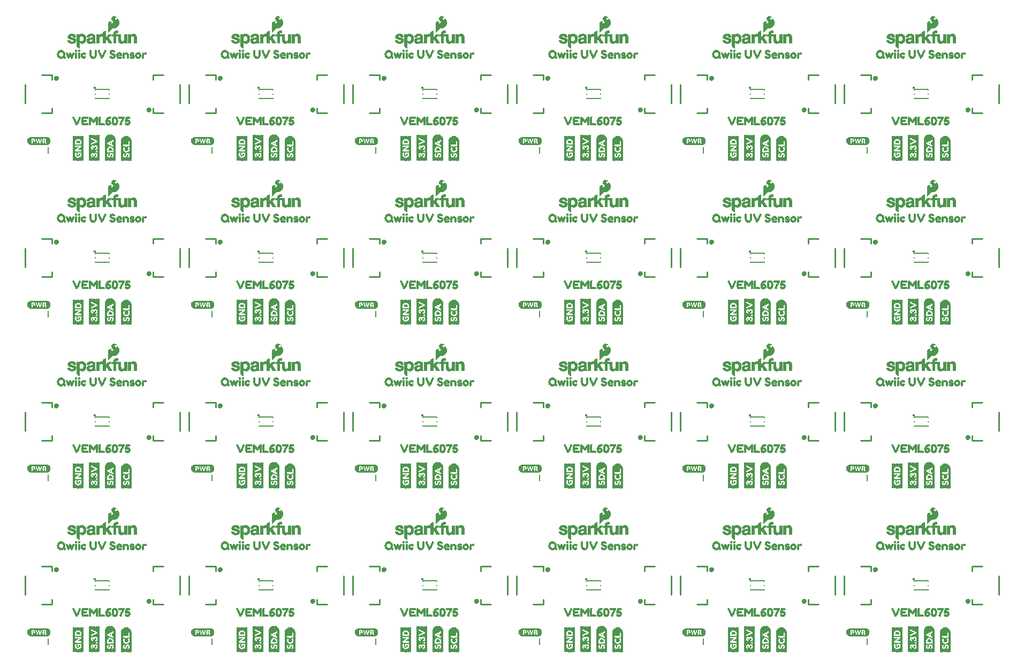
<source format=gto>
G75*
%MOIN*%
%OFA0B0*%
%FSLAX25Y25*%
%IPPOS*%
%LPD*%
%AMOC8*
5,1,8,0,0,1.08239X$1,22.5*
%
%ADD10C,0.01500*%
%ADD11C,0.00500*%
%ADD12C,0.01000*%
%ADD13C,0.01575*%
%ADD14C,0.00300*%
%ADD15R,0.00157X0.15906*%
%ADD16R,0.00157X0.02992*%
%ADD17R,0.00157X0.03937*%
%ADD18R,0.00157X0.07402*%
%ADD19R,0.00157X0.02520*%
%ADD20R,0.00157X0.03307*%
%ADD21R,0.00157X0.01102*%
%ADD22R,0.00157X0.02362*%
%ADD23R,0.00157X0.01890*%
%ADD24R,0.00157X0.02677*%
%ADD25R,0.00157X0.00787*%
%ADD26R,0.00157X0.01732*%
%ADD27R,0.00157X0.02205*%
%ADD28R,0.00157X0.00630*%
%ADD29R,0.00157X0.02047*%
%ADD30R,0.00157X0.00472*%
%ADD31R,0.00157X0.00315*%
%ADD32R,0.00157X0.00945*%
%ADD33R,0.00157X0.01575*%
%ADD34R,0.00157X0.01417*%
%ADD35R,0.00157X0.01260*%
%ADD36R,0.00157X0.03150*%
%ADD37R,0.00157X0.03622*%
%ADD38R,0.00157X0.00157*%
%ADD39R,0.00157X0.02835*%
%ADD40R,0.00157X0.03465*%
%ADD41R,0.00157X0.15276*%
%ADD42R,0.00157X0.11024*%
%ADD43R,0.00157X0.12913*%
%ADD44R,0.00157X0.13386*%
%ADD45R,0.00157X0.13701*%
%ADD46R,0.00157X0.14016*%
%ADD47R,0.00157X0.14173*%
%ADD48R,0.00157X0.14331*%
%ADD49R,0.00157X0.14488*%
%ADD50R,0.00157X0.07087*%
%ADD51R,0.00157X0.04882*%
%ADD52R,0.00157X0.05039*%
%ADD53R,0.00157X0.05197*%
%ADD54R,0.00157X0.13858*%
%ADD55R,0.00157X0.14646*%
%ADD56R,0.00157X0.14961*%
%ADD57R,0.00157X0.15118*%
%ADD58R,0.00157X0.15433*%
%ADD59R,0.00157X0.11969*%
%ADD60R,0.00157X0.04567*%
%ADD61R,0.00157X0.04409*%
%ADD62R,0.00157X0.04252*%
%ADD63R,0.00157X0.04094*%
%ADD64R,0.00157X0.03780*%
%ADD65R,0.10748X0.00118*%
%ADD66R,0.11457X0.00118*%
%ADD67R,0.11929X0.00079*%
%ADD68R,0.12402X0.00157*%
%ADD69R,0.12638X0.00118*%
%ADD70R,0.12874X0.00118*%
%ADD71R,0.13110X0.00079*%
%ADD72R,0.04961X0.00118*%
%ADD73R,0.03071X0.00118*%
%ADD74R,0.05079X0.00118*%
%ADD75R,0.02244X0.00157*%
%ADD76R,0.00945X0.00157*%
%ADD77R,0.01181X0.00157*%
%ADD78R,0.00472X0.00157*%
%ADD79R,0.02835X0.00157*%
%ADD80R,0.02244X0.00118*%
%ADD81R,0.00591X0.00118*%
%ADD82R,0.00945X0.00118*%
%ADD83R,0.00354X0.00118*%
%ADD84R,0.02598X0.00118*%
%ADD85R,0.02362X0.00118*%
%ADD86R,0.00472X0.00118*%
%ADD87R,0.00827X0.00118*%
%ADD88R,0.02480X0.00118*%
%ADD89R,0.02480X0.00157*%
%ADD90R,0.00236X0.00157*%
%ADD91R,0.00709X0.00157*%
%ADD92R,0.00354X0.00157*%
%ADD93R,0.00709X0.00118*%
%ADD94R,0.00236X0.00118*%
%ADD95R,0.02598X0.00157*%
%ADD96R,0.00591X0.00157*%
%ADD97R,0.00118X0.00157*%
%ADD98R,0.02717X0.00118*%
%ADD99R,0.02835X0.00118*%
%ADD100R,0.00827X0.00157*%
%ADD101R,0.01299X0.00118*%
%ADD102R,0.01654X0.00118*%
%ADD103R,0.01063X0.00118*%
%ADD104R,0.01063X0.00157*%
%ADD105R,0.01181X0.00118*%
%ADD106R,0.02126X0.00118*%
%ADD107R,0.02126X0.00157*%
%ADD108R,0.01417X0.00118*%
%ADD109R,0.13110X0.00118*%
%ADD110R,0.12402X0.00118*%
%ADD111R,0.11929X0.00118*%
%ADD112R,0.00394X0.00197*%
%ADD113R,0.03150X0.00197*%
%ADD114R,0.00197X0.00197*%
%ADD115R,0.00591X0.00197*%
%ADD116R,0.01181X0.00197*%
%ADD117R,0.02756X0.00197*%
%ADD118R,0.02165X0.00197*%
%ADD119R,0.00984X0.00197*%
%ADD120R,0.03937X0.00197*%
%ADD121R,0.01772X0.00197*%
%ADD122R,0.01969X0.00197*%
%ADD123R,0.03740X0.00197*%
%ADD124R,0.01378X0.00197*%
%ADD125R,0.04134X0.00197*%
%ADD126R,0.02559X0.00197*%
%ADD127R,0.02953X0.00197*%
%ADD128R,0.01575X0.00197*%
%ADD129R,0.02362X0.00197*%
%ADD130R,0.03346X0.00197*%
%ADD131R,0.03543X0.00197*%
%ADD132R,0.05709X0.00197*%
%ADD133R,0.01378X0.00236*%
%ADD134R,0.03346X0.00236*%
%ADD135R,0.02165X0.00236*%
%ADD136R,0.03543X0.00236*%
%ADD137R,0.01181X0.00236*%
%ADD138R,0.01575X0.00236*%
%ADD139R,0.03150X0.00236*%
%ADD140R,0.03740X0.00236*%
%ADD141R,0.00984X0.00236*%
%ADD142R,0.04134X0.00236*%
%ADD143R,0.02559X0.00236*%
%ADD144R,0.02362X0.00236*%
%ADD145R,0.00787X0.00197*%
%ADD146R,0.04331X0.00197*%
%ADD147R,0.04724X0.00236*%
%ADD148R,0.00394X0.00236*%
%ADD149R,0.04528X0.00197*%
%ADD150R,0.01969X0.00236*%
%ADD151R,0.01772X0.00236*%
%ADD152R,0.00197X0.00236*%
%ADD153R,0.04921X0.00197*%
%ADD154R,0.05118X0.00197*%
%ADD155R,0.04724X0.00197*%
%ADD156R,0.02756X0.00236*%
D10*
X0074026Y0082490D03*
X0176026Y0082490D03*
X0278026Y0082490D03*
X0380026Y0082490D03*
X0482026Y0082490D03*
X0584026Y0082490D03*
X0584026Y0184490D03*
X0482026Y0184490D03*
X0380026Y0184490D03*
X0278026Y0184490D03*
X0176026Y0184490D03*
X0074026Y0184490D03*
X0074026Y0286490D03*
X0176026Y0286490D03*
X0278026Y0286490D03*
X0380026Y0286490D03*
X0482026Y0286490D03*
X0584026Y0286490D03*
X0584026Y0388490D03*
X0482026Y0388490D03*
X0380026Y0388490D03*
X0278026Y0388490D03*
X0176026Y0388490D03*
X0074026Y0388490D03*
D11*
X0045000Y0045625D02*
X0045000Y0041875D01*
X0074419Y0075896D02*
X0074419Y0076289D01*
X0074419Y0075896D02*
X0083081Y0075896D01*
X0083081Y0076289D01*
X0083081Y0078652D02*
X0083081Y0078848D01*
X0083081Y0081211D02*
X0083081Y0081604D01*
X0074419Y0081604D01*
X0074419Y0081211D01*
X0074419Y0078848D02*
X0074419Y0078652D01*
X0147000Y0045625D02*
X0147000Y0041875D01*
X0176419Y0075896D02*
X0176419Y0076289D01*
X0176419Y0075896D02*
X0185081Y0075896D01*
X0185081Y0076289D01*
X0185081Y0078652D02*
X0185081Y0078848D01*
X0185081Y0081211D02*
X0185081Y0081604D01*
X0176419Y0081604D01*
X0176419Y0081211D01*
X0176419Y0078848D02*
X0176419Y0078652D01*
X0249000Y0045625D02*
X0249000Y0041875D01*
X0278419Y0075896D02*
X0278419Y0076289D01*
X0278419Y0075896D02*
X0287081Y0075896D01*
X0287081Y0076289D01*
X0287081Y0078652D02*
X0287081Y0078848D01*
X0287081Y0081211D02*
X0287081Y0081604D01*
X0278419Y0081604D01*
X0278419Y0081211D01*
X0278419Y0078848D02*
X0278419Y0078652D01*
X0351000Y0045625D02*
X0351000Y0041875D01*
X0380419Y0075896D02*
X0380419Y0076289D01*
X0380419Y0075896D02*
X0389081Y0075896D01*
X0389081Y0076289D01*
X0389081Y0078652D02*
X0389081Y0078848D01*
X0389081Y0081211D02*
X0389081Y0081604D01*
X0380419Y0081604D01*
X0380419Y0081211D01*
X0380419Y0078848D02*
X0380419Y0078652D01*
X0453000Y0045625D02*
X0453000Y0041875D01*
X0482419Y0075896D02*
X0482419Y0076289D01*
X0482419Y0075896D02*
X0491081Y0075896D01*
X0491081Y0076289D01*
X0491081Y0078652D02*
X0491081Y0078848D01*
X0491081Y0081211D02*
X0491081Y0081604D01*
X0482419Y0081604D01*
X0482419Y0081211D01*
X0482419Y0078848D02*
X0482419Y0078652D01*
X0555000Y0045625D02*
X0555000Y0041875D01*
X0584419Y0075896D02*
X0584419Y0076289D01*
X0584419Y0075896D02*
X0593081Y0075896D01*
X0593081Y0076289D01*
X0593081Y0078652D02*
X0593081Y0078848D01*
X0593081Y0081211D02*
X0593081Y0081604D01*
X0584419Y0081604D01*
X0584419Y0081211D01*
X0584419Y0078848D02*
X0584419Y0078652D01*
X0555000Y0143875D02*
X0555000Y0147625D01*
X0584419Y0177896D02*
X0584419Y0178289D01*
X0584419Y0177896D02*
X0593081Y0177896D01*
X0593081Y0178289D01*
X0593081Y0180652D02*
X0593081Y0180848D01*
X0593081Y0183211D02*
X0593081Y0183604D01*
X0584419Y0183604D01*
X0584419Y0183211D01*
X0584419Y0180848D02*
X0584419Y0180652D01*
X0491081Y0180848D02*
X0491081Y0180652D01*
X0491081Y0178289D02*
X0491081Y0177896D01*
X0482419Y0177896D01*
X0482419Y0178289D01*
X0482419Y0180652D02*
X0482419Y0180848D01*
X0482419Y0183211D02*
X0482419Y0183604D01*
X0491081Y0183604D01*
X0491081Y0183211D01*
X0453000Y0147625D02*
X0453000Y0143875D01*
X0389081Y0177896D02*
X0389081Y0178289D01*
X0389081Y0177896D02*
X0380419Y0177896D01*
X0380419Y0178289D01*
X0380419Y0180652D02*
X0380419Y0180848D01*
X0380419Y0183211D02*
X0380419Y0183604D01*
X0389081Y0183604D01*
X0389081Y0183211D01*
X0389081Y0180848D02*
X0389081Y0180652D01*
X0351000Y0147625D02*
X0351000Y0143875D01*
X0287081Y0177896D02*
X0287081Y0178289D01*
X0287081Y0177896D02*
X0278419Y0177896D01*
X0278419Y0178289D01*
X0278419Y0180652D02*
X0278419Y0180848D01*
X0278419Y0183211D02*
X0278419Y0183604D01*
X0287081Y0183604D01*
X0287081Y0183211D01*
X0287081Y0180848D02*
X0287081Y0180652D01*
X0249000Y0147625D02*
X0249000Y0143875D01*
X0185081Y0177896D02*
X0185081Y0178289D01*
X0185081Y0177896D02*
X0176419Y0177896D01*
X0176419Y0178289D01*
X0176419Y0180652D02*
X0176419Y0180848D01*
X0176419Y0183211D02*
X0176419Y0183604D01*
X0185081Y0183604D01*
X0185081Y0183211D01*
X0185081Y0180848D02*
X0185081Y0180652D01*
X0147000Y0147625D02*
X0147000Y0143875D01*
X0083081Y0177896D02*
X0083081Y0178289D01*
X0083081Y0177896D02*
X0074419Y0177896D01*
X0074419Y0178289D01*
X0074419Y0180652D02*
X0074419Y0180848D01*
X0074419Y0183211D02*
X0074419Y0183604D01*
X0083081Y0183604D01*
X0083081Y0183211D01*
X0083081Y0180848D02*
X0083081Y0180652D01*
X0045000Y0147625D02*
X0045000Y0143875D01*
X0045000Y0245875D02*
X0045000Y0249625D01*
X0074419Y0279896D02*
X0074419Y0280289D01*
X0074419Y0279896D02*
X0083081Y0279896D01*
X0083081Y0280289D01*
X0083081Y0282652D02*
X0083081Y0282848D01*
X0083081Y0285211D02*
X0083081Y0285604D01*
X0074419Y0285604D01*
X0074419Y0285211D01*
X0074419Y0282848D02*
X0074419Y0282652D01*
X0147000Y0249625D02*
X0147000Y0245875D01*
X0176419Y0279896D02*
X0176419Y0280289D01*
X0176419Y0279896D02*
X0185081Y0279896D01*
X0185081Y0280289D01*
X0185081Y0282652D02*
X0185081Y0282848D01*
X0185081Y0285211D02*
X0185081Y0285604D01*
X0176419Y0285604D01*
X0176419Y0285211D01*
X0176419Y0282848D02*
X0176419Y0282652D01*
X0249000Y0249625D02*
X0249000Y0245875D01*
X0278419Y0279896D02*
X0278419Y0280289D01*
X0278419Y0279896D02*
X0287081Y0279896D01*
X0287081Y0280289D01*
X0287081Y0282652D02*
X0287081Y0282848D01*
X0287081Y0285211D02*
X0287081Y0285604D01*
X0278419Y0285604D01*
X0278419Y0285211D01*
X0278419Y0282848D02*
X0278419Y0282652D01*
X0351000Y0249625D02*
X0351000Y0245875D01*
X0380419Y0279896D02*
X0380419Y0280289D01*
X0380419Y0279896D02*
X0389081Y0279896D01*
X0389081Y0280289D01*
X0389081Y0282652D02*
X0389081Y0282848D01*
X0389081Y0285211D02*
X0389081Y0285604D01*
X0380419Y0285604D01*
X0380419Y0285211D01*
X0380419Y0282848D02*
X0380419Y0282652D01*
X0453000Y0249625D02*
X0453000Y0245875D01*
X0482419Y0279896D02*
X0482419Y0280289D01*
X0482419Y0279896D02*
X0491081Y0279896D01*
X0491081Y0280289D01*
X0491081Y0282652D02*
X0491081Y0282848D01*
X0491081Y0285211D02*
X0491081Y0285604D01*
X0482419Y0285604D01*
X0482419Y0285211D01*
X0482419Y0282848D02*
X0482419Y0282652D01*
X0555000Y0249625D02*
X0555000Y0245875D01*
X0584419Y0279896D02*
X0584419Y0280289D01*
X0584419Y0279896D02*
X0593081Y0279896D01*
X0593081Y0280289D01*
X0593081Y0282652D02*
X0593081Y0282848D01*
X0593081Y0285211D02*
X0593081Y0285604D01*
X0584419Y0285604D01*
X0584419Y0285211D01*
X0584419Y0282848D02*
X0584419Y0282652D01*
X0555000Y0347875D02*
X0555000Y0351625D01*
X0584419Y0381896D02*
X0584419Y0382289D01*
X0584419Y0381896D02*
X0593081Y0381896D01*
X0593081Y0382289D01*
X0593081Y0384652D02*
X0593081Y0384848D01*
X0593081Y0387211D02*
X0593081Y0387604D01*
X0584419Y0387604D01*
X0584419Y0387211D01*
X0584419Y0384848D02*
X0584419Y0384652D01*
X0491081Y0384848D02*
X0491081Y0384652D01*
X0491081Y0382289D02*
X0491081Y0381896D01*
X0482419Y0381896D01*
X0482419Y0382289D01*
X0482419Y0384652D02*
X0482419Y0384848D01*
X0482419Y0387211D02*
X0482419Y0387604D01*
X0491081Y0387604D01*
X0491081Y0387211D01*
X0453000Y0351625D02*
X0453000Y0347875D01*
X0389081Y0381896D02*
X0389081Y0382289D01*
X0389081Y0381896D02*
X0380419Y0381896D01*
X0380419Y0382289D01*
X0380419Y0384652D02*
X0380419Y0384848D01*
X0380419Y0387211D02*
X0380419Y0387604D01*
X0389081Y0387604D01*
X0389081Y0387211D01*
X0389081Y0384848D02*
X0389081Y0384652D01*
X0351000Y0351625D02*
X0351000Y0347875D01*
X0287081Y0381896D02*
X0287081Y0382289D01*
X0287081Y0381896D02*
X0278419Y0381896D01*
X0278419Y0382289D01*
X0278419Y0384652D02*
X0278419Y0384848D01*
X0278419Y0387211D02*
X0278419Y0387604D01*
X0287081Y0387604D01*
X0287081Y0387211D01*
X0287081Y0384848D02*
X0287081Y0384652D01*
X0249000Y0351625D02*
X0249000Y0347875D01*
X0185081Y0381896D02*
X0185081Y0382289D01*
X0185081Y0381896D02*
X0176419Y0381896D01*
X0176419Y0382289D01*
X0176419Y0384652D02*
X0176419Y0384848D01*
X0176419Y0387211D02*
X0176419Y0387604D01*
X0185081Y0387604D01*
X0185081Y0387211D01*
X0185081Y0384848D02*
X0185081Y0384652D01*
X0147000Y0351625D02*
X0147000Y0347875D01*
X0083081Y0381896D02*
X0083081Y0382289D01*
X0083081Y0381896D02*
X0074419Y0381896D01*
X0074419Y0382289D01*
X0074419Y0384652D02*
X0074419Y0384848D01*
X0074419Y0387211D02*
X0074419Y0387604D01*
X0083081Y0387604D01*
X0083081Y0387211D01*
X0083081Y0384848D02*
X0083081Y0384652D01*
X0045000Y0351625D02*
X0045000Y0347875D01*
D12*
X0047372Y0372939D02*
X0040876Y0372939D01*
X0047372Y0372939D02*
X0047372Y0375892D01*
X0030640Y0378844D02*
X0030640Y0390656D01*
X0040876Y0396561D02*
X0047372Y0396561D01*
X0047372Y0393608D01*
X0110128Y0393608D02*
X0110128Y0396561D01*
X0116624Y0396561D01*
X0126860Y0390656D02*
X0126860Y0378844D01*
X0132640Y0378844D02*
X0132640Y0390656D01*
X0142876Y0396561D02*
X0149372Y0396561D01*
X0149372Y0393608D01*
X0149372Y0375892D02*
X0149372Y0372939D01*
X0142876Y0372939D01*
X0116624Y0372939D02*
X0110128Y0372939D01*
X0110128Y0375892D01*
X0212128Y0375892D02*
X0212128Y0372939D01*
X0218624Y0372939D01*
X0228860Y0378844D02*
X0228860Y0390656D01*
X0234640Y0390656D02*
X0234640Y0378844D01*
X0244876Y0372939D02*
X0251372Y0372939D01*
X0251372Y0375892D01*
X0251372Y0393608D02*
X0251372Y0396561D01*
X0244876Y0396561D01*
X0218624Y0396561D02*
X0212128Y0396561D01*
X0212128Y0393608D01*
X0314128Y0393608D02*
X0314128Y0396561D01*
X0320624Y0396561D01*
X0330860Y0390656D02*
X0330860Y0378844D01*
X0336640Y0378844D02*
X0336640Y0390656D01*
X0346876Y0396561D02*
X0353372Y0396561D01*
X0353372Y0393608D01*
X0353372Y0375892D02*
X0353372Y0372939D01*
X0346876Y0372939D01*
X0320624Y0372939D02*
X0314128Y0372939D01*
X0314128Y0375892D01*
X0416128Y0375892D02*
X0416128Y0372939D01*
X0422624Y0372939D01*
X0432860Y0378844D02*
X0432860Y0390656D01*
X0438640Y0390656D02*
X0438640Y0378844D01*
X0448876Y0372939D02*
X0455372Y0372939D01*
X0455372Y0375892D01*
X0455372Y0393608D02*
X0455372Y0396561D01*
X0448876Y0396561D01*
X0422624Y0396561D02*
X0416128Y0396561D01*
X0416128Y0393608D01*
X0518128Y0393608D02*
X0518128Y0396561D01*
X0524624Y0396561D01*
X0534860Y0390656D02*
X0534860Y0378844D01*
X0540640Y0378844D02*
X0540640Y0390656D01*
X0550876Y0396561D02*
X0557372Y0396561D01*
X0557372Y0393608D01*
X0557372Y0375892D02*
X0557372Y0372939D01*
X0550876Y0372939D01*
X0524624Y0372939D02*
X0518128Y0372939D01*
X0518128Y0375892D01*
X0620128Y0375892D02*
X0620128Y0372939D01*
X0626624Y0372939D01*
X0636860Y0378844D02*
X0636860Y0390656D01*
X0626624Y0396561D02*
X0620128Y0396561D01*
X0620128Y0393608D01*
X0620128Y0294561D02*
X0626624Y0294561D01*
X0620128Y0294561D02*
X0620128Y0291608D01*
X0636860Y0288656D02*
X0636860Y0276844D01*
X0626624Y0270939D02*
X0620128Y0270939D01*
X0620128Y0273892D01*
X0557372Y0273892D02*
X0557372Y0270939D01*
X0550876Y0270939D01*
X0540640Y0276844D02*
X0540640Y0288656D01*
X0534860Y0288656D02*
X0534860Y0276844D01*
X0524624Y0270939D02*
X0518128Y0270939D01*
X0518128Y0273892D01*
X0518128Y0291608D02*
X0518128Y0294561D01*
X0524624Y0294561D01*
X0550876Y0294561D02*
X0557372Y0294561D01*
X0557372Y0291608D01*
X0455372Y0291608D02*
X0455372Y0294561D01*
X0448876Y0294561D01*
X0438640Y0288656D02*
X0438640Y0276844D01*
X0432860Y0276844D02*
X0432860Y0288656D01*
X0422624Y0294561D02*
X0416128Y0294561D01*
X0416128Y0291608D01*
X0416128Y0273892D02*
X0416128Y0270939D01*
X0422624Y0270939D01*
X0448876Y0270939D02*
X0455372Y0270939D01*
X0455372Y0273892D01*
X0353372Y0273892D02*
X0353372Y0270939D01*
X0346876Y0270939D01*
X0336640Y0276844D02*
X0336640Y0288656D01*
X0330860Y0288656D02*
X0330860Y0276844D01*
X0320624Y0270939D02*
X0314128Y0270939D01*
X0314128Y0273892D01*
X0314128Y0291608D02*
X0314128Y0294561D01*
X0320624Y0294561D01*
X0346876Y0294561D02*
X0353372Y0294561D01*
X0353372Y0291608D01*
X0251372Y0291608D02*
X0251372Y0294561D01*
X0244876Y0294561D01*
X0234640Y0288656D02*
X0234640Y0276844D01*
X0228860Y0276844D02*
X0228860Y0288656D01*
X0218624Y0294561D02*
X0212128Y0294561D01*
X0212128Y0291608D01*
X0212128Y0273892D02*
X0212128Y0270939D01*
X0218624Y0270939D01*
X0244876Y0270939D02*
X0251372Y0270939D01*
X0251372Y0273892D01*
X0149372Y0273892D02*
X0149372Y0270939D01*
X0142876Y0270939D01*
X0132640Y0276844D02*
X0132640Y0288656D01*
X0126860Y0288656D02*
X0126860Y0276844D01*
X0116624Y0270939D02*
X0110128Y0270939D01*
X0110128Y0273892D01*
X0110128Y0291608D02*
X0110128Y0294561D01*
X0116624Y0294561D01*
X0142876Y0294561D02*
X0149372Y0294561D01*
X0149372Y0291608D01*
X0047372Y0291608D02*
X0047372Y0294561D01*
X0040876Y0294561D01*
X0030640Y0288656D02*
X0030640Y0276844D01*
X0040876Y0270939D02*
X0047372Y0270939D01*
X0047372Y0273892D01*
X0047372Y0192561D02*
X0040876Y0192561D01*
X0047372Y0192561D02*
X0047372Y0189608D01*
X0030640Y0186656D02*
X0030640Y0174844D01*
X0040876Y0168939D02*
X0047372Y0168939D01*
X0047372Y0171892D01*
X0110128Y0171892D02*
X0110128Y0168939D01*
X0116624Y0168939D01*
X0126860Y0174844D02*
X0126860Y0186656D01*
X0132640Y0186656D02*
X0132640Y0174844D01*
X0142876Y0168939D02*
X0149372Y0168939D01*
X0149372Y0171892D01*
X0149372Y0189608D02*
X0149372Y0192561D01*
X0142876Y0192561D01*
X0116624Y0192561D02*
X0110128Y0192561D01*
X0110128Y0189608D01*
X0212128Y0189608D02*
X0212128Y0192561D01*
X0218624Y0192561D01*
X0228860Y0186656D02*
X0228860Y0174844D01*
X0234640Y0174844D02*
X0234640Y0186656D01*
X0244876Y0192561D02*
X0251372Y0192561D01*
X0251372Y0189608D01*
X0251372Y0171892D02*
X0251372Y0168939D01*
X0244876Y0168939D01*
X0218624Y0168939D02*
X0212128Y0168939D01*
X0212128Y0171892D01*
X0314128Y0171892D02*
X0314128Y0168939D01*
X0320624Y0168939D01*
X0330860Y0174844D02*
X0330860Y0186656D01*
X0336640Y0186656D02*
X0336640Y0174844D01*
X0346876Y0168939D02*
X0353372Y0168939D01*
X0353372Y0171892D01*
X0353372Y0189608D02*
X0353372Y0192561D01*
X0346876Y0192561D01*
X0320624Y0192561D02*
X0314128Y0192561D01*
X0314128Y0189608D01*
X0416128Y0189608D02*
X0416128Y0192561D01*
X0422624Y0192561D01*
X0432860Y0186656D02*
X0432860Y0174844D01*
X0438640Y0174844D02*
X0438640Y0186656D01*
X0448876Y0192561D02*
X0455372Y0192561D01*
X0455372Y0189608D01*
X0455372Y0171892D02*
X0455372Y0168939D01*
X0448876Y0168939D01*
X0422624Y0168939D02*
X0416128Y0168939D01*
X0416128Y0171892D01*
X0518128Y0171892D02*
X0518128Y0168939D01*
X0524624Y0168939D01*
X0534860Y0174844D02*
X0534860Y0186656D01*
X0540640Y0186656D02*
X0540640Y0174844D01*
X0550876Y0168939D02*
X0557372Y0168939D01*
X0557372Y0171892D01*
X0557372Y0189608D02*
X0557372Y0192561D01*
X0550876Y0192561D01*
X0524624Y0192561D02*
X0518128Y0192561D01*
X0518128Y0189608D01*
X0620128Y0189608D02*
X0620128Y0192561D01*
X0626624Y0192561D01*
X0636860Y0186656D02*
X0636860Y0174844D01*
X0626624Y0168939D02*
X0620128Y0168939D01*
X0620128Y0171892D01*
X0620128Y0090561D02*
X0626624Y0090561D01*
X0620128Y0090561D02*
X0620128Y0087608D01*
X0636860Y0084656D02*
X0636860Y0072844D01*
X0626624Y0066939D02*
X0620128Y0066939D01*
X0620128Y0069892D01*
X0557372Y0069892D02*
X0557372Y0066939D01*
X0550876Y0066939D01*
X0540640Y0072844D02*
X0540640Y0084656D01*
X0534860Y0084656D02*
X0534860Y0072844D01*
X0524624Y0066939D02*
X0518128Y0066939D01*
X0518128Y0069892D01*
X0518128Y0087608D02*
X0518128Y0090561D01*
X0524624Y0090561D01*
X0550876Y0090561D02*
X0557372Y0090561D01*
X0557372Y0087608D01*
X0455372Y0087608D02*
X0455372Y0090561D01*
X0448876Y0090561D01*
X0438640Y0084656D02*
X0438640Y0072844D01*
X0432860Y0072844D02*
X0432860Y0084656D01*
X0422624Y0090561D02*
X0416128Y0090561D01*
X0416128Y0087608D01*
X0416128Y0069892D02*
X0416128Y0066939D01*
X0422624Y0066939D01*
X0448876Y0066939D02*
X0455372Y0066939D01*
X0455372Y0069892D01*
X0353372Y0069892D02*
X0353372Y0066939D01*
X0346876Y0066939D01*
X0336640Y0072844D02*
X0336640Y0084656D01*
X0330860Y0084656D02*
X0330860Y0072844D01*
X0320624Y0066939D02*
X0314128Y0066939D01*
X0314128Y0069892D01*
X0314128Y0087608D02*
X0314128Y0090561D01*
X0320624Y0090561D01*
X0346876Y0090561D02*
X0353372Y0090561D01*
X0353372Y0087608D01*
X0251372Y0087608D02*
X0251372Y0090561D01*
X0244876Y0090561D01*
X0234640Y0084656D02*
X0234640Y0072844D01*
X0228860Y0072844D02*
X0228860Y0084656D01*
X0218624Y0090561D02*
X0212128Y0090561D01*
X0212128Y0087608D01*
X0212128Y0069892D02*
X0212128Y0066939D01*
X0218624Y0066939D01*
X0244876Y0066939D02*
X0251372Y0066939D01*
X0251372Y0069892D01*
X0149372Y0069892D02*
X0149372Y0066939D01*
X0142876Y0066939D01*
X0132640Y0072844D02*
X0132640Y0084656D01*
X0126860Y0084656D02*
X0126860Y0072844D01*
X0116624Y0066939D02*
X0110128Y0066939D01*
X0110128Y0069892D01*
X0110128Y0087608D02*
X0110128Y0090561D01*
X0116624Y0090561D01*
X0142876Y0090561D02*
X0149372Y0090561D01*
X0149372Y0087608D01*
X0047372Y0087608D02*
X0047372Y0090561D01*
X0040876Y0090561D01*
X0030640Y0084656D02*
X0030640Y0072844D01*
X0040876Y0066939D02*
X0047372Y0066939D01*
X0047372Y0069892D01*
D13*
X0049374Y0088593D02*
X0049376Y0088640D01*
X0049382Y0088686D01*
X0049391Y0088732D01*
X0049405Y0088776D01*
X0049422Y0088820D01*
X0049443Y0088861D01*
X0049467Y0088901D01*
X0049494Y0088939D01*
X0049525Y0088974D01*
X0049558Y0089007D01*
X0049594Y0089037D01*
X0049633Y0089063D01*
X0049673Y0089087D01*
X0049715Y0089106D01*
X0049759Y0089123D01*
X0049804Y0089135D01*
X0049850Y0089144D01*
X0049896Y0089149D01*
X0049943Y0089150D01*
X0049989Y0089147D01*
X0050035Y0089140D01*
X0050081Y0089129D01*
X0050125Y0089115D01*
X0050168Y0089097D01*
X0050209Y0089075D01*
X0050249Y0089050D01*
X0050286Y0089022D01*
X0050321Y0088991D01*
X0050353Y0088957D01*
X0050382Y0088920D01*
X0050407Y0088882D01*
X0050430Y0088841D01*
X0050449Y0088798D01*
X0050464Y0088754D01*
X0050476Y0088709D01*
X0050484Y0088663D01*
X0050488Y0088616D01*
X0050488Y0088570D01*
X0050484Y0088523D01*
X0050476Y0088477D01*
X0050464Y0088432D01*
X0050449Y0088388D01*
X0050430Y0088345D01*
X0050407Y0088304D01*
X0050382Y0088266D01*
X0050353Y0088229D01*
X0050321Y0088195D01*
X0050286Y0088164D01*
X0050249Y0088136D01*
X0050210Y0088111D01*
X0050168Y0088089D01*
X0050125Y0088071D01*
X0050081Y0088057D01*
X0050035Y0088046D01*
X0049989Y0088039D01*
X0049943Y0088036D01*
X0049896Y0088037D01*
X0049850Y0088042D01*
X0049804Y0088051D01*
X0049759Y0088063D01*
X0049715Y0088080D01*
X0049673Y0088099D01*
X0049633Y0088123D01*
X0049594Y0088149D01*
X0049558Y0088179D01*
X0049525Y0088212D01*
X0049494Y0088247D01*
X0049467Y0088285D01*
X0049443Y0088325D01*
X0049422Y0088366D01*
X0049405Y0088410D01*
X0049391Y0088454D01*
X0049382Y0088500D01*
X0049376Y0088546D01*
X0049374Y0088593D01*
X0107012Y0068907D02*
X0107014Y0068954D01*
X0107020Y0069000D01*
X0107029Y0069046D01*
X0107043Y0069090D01*
X0107060Y0069134D01*
X0107081Y0069175D01*
X0107105Y0069215D01*
X0107132Y0069253D01*
X0107163Y0069288D01*
X0107196Y0069321D01*
X0107232Y0069351D01*
X0107271Y0069377D01*
X0107311Y0069401D01*
X0107353Y0069420D01*
X0107397Y0069437D01*
X0107442Y0069449D01*
X0107488Y0069458D01*
X0107534Y0069463D01*
X0107581Y0069464D01*
X0107627Y0069461D01*
X0107673Y0069454D01*
X0107719Y0069443D01*
X0107763Y0069429D01*
X0107806Y0069411D01*
X0107847Y0069389D01*
X0107887Y0069364D01*
X0107924Y0069336D01*
X0107959Y0069305D01*
X0107991Y0069271D01*
X0108020Y0069234D01*
X0108045Y0069196D01*
X0108068Y0069155D01*
X0108087Y0069112D01*
X0108102Y0069068D01*
X0108114Y0069023D01*
X0108122Y0068977D01*
X0108126Y0068930D01*
X0108126Y0068884D01*
X0108122Y0068837D01*
X0108114Y0068791D01*
X0108102Y0068746D01*
X0108087Y0068702D01*
X0108068Y0068659D01*
X0108045Y0068618D01*
X0108020Y0068580D01*
X0107991Y0068543D01*
X0107959Y0068509D01*
X0107924Y0068478D01*
X0107887Y0068450D01*
X0107848Y0068425D01*
X0107806Y0068403D01*
X0107763Y0068385D01*
X0107719Y0068371D01*
X0107673Y0068360D01*
X0107627Y0068353D01*
X0107581Y0068350D01*
X0107534Y0068351D01*
X0107488Y0068356D01*
X0107442Y0068365D01*
X0107397Y0068377D01*
X0107353Y0068394D01*
X0107311Y0068413D01*
X0107271Y0068437D01*
X0107232Y0068463D01*
X0107196Y0068493D01*
X0107163Y0068526D01*
X0107132Y0068561D01*
X0107105Y0068599D01*
X0107081Y0068639D01*
X0107060Y0068680D01*
X0107043Y0068724D01*
X0107029Y0068768D01*
X0107020Y0068814D01*
X0107014Y0068860D01*
X0107012Y0068907D01*
X0151374Y0088593D02*
X0151376Y0088640D01*
X0151382Y0088686D01*
X0151391Y0088732D01*
X0151405Y0088776D01*
X0151422Y0088820D01*
X0151443Y0088861D01*
X0151467Y0088901D01*
X0151494Y0088939D01*
X0151525Y0088974D01*
X0151558Y0089007D01*
X0151594Y0089037D01*
X0151633Y0089063D01*
X0151673Y0089087D01*
X0151715Y0089106D01*
X0151759Y0089123D01*
X0151804Y0089135D01*
X0151850Y0089144D01*
X0151896Y0089149D01*
X0151943Y0089150D01*
X0151989Y0089147D01*
X0152035Y0089140D01*
X0152081Y0089129D01*
X0152125Y0089115D01*
X0152168Y0089097D01*
X0152209Y0089075D01*
X0152249Y0089050D01*
X0152286Y0089022D01*
X0152321Y0088991D01*
X0152353Y0088957D01*
X0152382Y0088920D01*
X0152407Y0088882D01*
X0152430Y0088841D01*
X0152449Y0088798D01*
X0152464Y0088754D01*
X0152476Y0088709D01*
X0152484Y0088663D01*
X0152488Y0088616D01*
X0152488Y0088570D01*
X0152484Y0088523D01*
X0152476Y0088477D01*
X0152464Y0088432D01*
X0152449Y0088388D01*
X0152430Y0088345D01*
X0152407Y0088304D01*
X0152382Y0088266D01*
X0152353Y0088229D01*
X0152321Y0088195D01*
X0152286Y0088164D01*
X0152249Y0088136D01*
X0152210Y0088111D01*
X0152168Y0088089D01*
X0152125Y0088071D01*
X0152081Y0088057D01*
X0152035Y0088046D01*
X0151989Y0088039D01*
X0151943Y0088036D01*
X0151896Y0088037D01*
X0151850Y0088042D01*
X0151804Y0088051D01*
X0151759Y0088063D01*
X0151715Y0088080D01*
X0151673Y0088099D01*
X0151633Y0088123D01*
X0151594Y0088149D01*
X0151558Y0088179D01*
X0151525Y0088212D01*
X0151494Y0088247D01*
X0151467Y0088285D01*
X0151443Y0088325D01*
X0151422Y0088366D01*
X0151405Y0088410D01*
X0151391Y0088454D01*
X0151382Y0088500D01*
X0151376Y0088546D01*
X0151374Y0088593D01*
X0209012Y0068907D02*
X0209014Y0068954D01*
X0209020Y0069000D01*
X0209029Y0069046D01*
X0209043Y0069090D01*
X0209060Y0069134D01*
X0209081Y0069175D01*
X0209105Y0069215D01*
X0209132Y0069253D01*
X0209163Y0069288D01*
X0209196Y0069321D01*
X0209232Y0069351D01*
X0209271Y0069377D01*
X0209311Y0069401D01*
X0209353Y0069420D01*
X0209397Y0069437D01*
X0209442Y0069449D01*
X0209488Y0069458D01*
X0209534Y0069463D01*
X0209581Y0069464D01*
X0209627Y0069461D01*
X0209673Y0069454D01*
X0209719Y0069443D01*
X0209763Y0069429D01*
X0209806Y0069411D01*
X0209847Y0069389D01*
X0209887Y0069364D01*
X0209924Y0069336D01*
X0209959Y0069305D01*
X0209991Y0069271D01*
X0210020Y0069234D01*
X0210045Y0069196D01*
X0210068Y0069155D01*
X0210087Y0069112D01*
X0210102Y0069068D01*
X0210114Y0069023D01*
X0210122Y0068977D01*
X0210126Y0068930D01*
X0210126Y0068884D01*
X0210122Y0068837D01*
X0210114Y0068791D01*
X0210102Y0068746D01*
X0210087Y0068702D01*
X0210068Y0068659D01*
X0210045Y0068618D01*
X0210020Y0068580D01*
X0209991Y0068543D01*
X0209959Y0068509D01*
X0209924Y0068478D01*
X0209887Y0068450D01*
X0209848Y0068425D01*
X0209806Y0068403D01*
X0209763Y0068385D01*
X0209719Y0068371D01*
X0209673Y0068360D01*
X0209627Y0068353D01*
X0209581Y0068350D01*
X0209534Y0068351D01*
X0209488Y0068356D01*
X0209442Y0068365D01*
X0209397Y0068377D01*
X0209353Y0068394D01*
X0209311Y0068413D01*
X0209271Y0068437D01*
X0209232Y0068463D01*
X0209196Y0068493D01*
X0209163Y0068526D01*
X0209132Y0068561D01*
X0209105Y0068599D01*
X0209081Y0068639D01*
X0209060Y0068680D01*
X0209043Y0068724D01*
X0209029Y0068768D01*
X0209020Y0068814D01*
X0209014Y0068860D01*
X0209012Y0068907D01*
X0253374Y0088593D02*
X0253376Y0088640D01*
X0253382Y0088686D01*
X0253391Y0088732D01*
X0253405Y0088776D01*
X0253422Y0088820D01*
X0253443Y0088861D01*
X0253467Y0088901D01*
X0253494Y0088939D01*
X0253525Y0088974D01*
X0253558Y0089007D01*
X0253594Y0089037D01*
X0253633Y0089063D01*
X0253673Y0089087D01*
X0253715Y0089106D01*
X0253759Y0089123D01*
X0253804Y0089135D01*
X0253850Y0089144D01*
X0253896Y0089149D01*
X0253943Y0089150D01*
X0253989Y0089147D01*
X0254035Y0089140D01*
X0254081Y0089129D01*
X0254125Y0089115D01*
X0254168Y0089097D01*
X0254209Y0089075D01*
X0254249Y0089050D01*
X0254286Y0089022D01*
X0254321Y0088991D01*
X0254353Y0088957D01*
X0254382Y0088920D01*
X0254407Y0088882D01*
X0254430Y0088841D01*
X0254449Y0088798D01*
X0254464Y0088754D01*
X0254476Y0088709D01*
X0254484Y0088663D01*
X0254488Y0088616D01*
X0254488Y0088570D01*
X0254484Y0088523D01*
X0254476Y0088477D01*
X0254464Y0088432D01*
X0254449Y0088388D01*
X0254430Y0088345D01*
X0254407Y0088304D01*
X0254382Y0088266D01*
X0254353Y0088229D01*
X0254321Y0088195D01*
X0254286Y0088164D01*
X0254249Y0088136D01*
X0254210Y0088111D01*
X0254168Y0088089D01*
X0254125Y0088071D01*
X0254081Y0088057D01*
X0254035Y0088046D01*
X0253989Y0088039D01*
X0253943Y0088036D01*
X0253896Y0088037D01*
X0253850Y0088042D01*
X0253804Y0088051D01*
X0253759Y0088063D01*
X0253715Y0088080D01*
X0253673Y0088099D01*
X0253633Y0088123D01*
X0253594Y0088149D01*
X0253558Y0088179D01*
X0253525Y0088212D01*
X0253494Y0088247D01*
X0253467Y0088285D01*
X0253443Y0088325D01*
X0253422Y0088366D01*
X0253405Y0088410D01*
X0253391Y0088454D01*
X0253382Y0088500D01*
X0253376Y0088546D01*
X0253374Y0088593D01*
X0311012Y0068907D02*
X0311014Y0068954D01*
X0311020Y0069000D01*
X0311029Y0069046D01*
X0311043Y0069090D01*
X0311060Y0069134D01*
X0311081Y0069175D01*
X0311105Y0069215D01*
X0311132Y0069253D01*
X0311163Y0069288D01*
X0311196Y0069321D01*
X0311232Y0069351D01*
X0311271Y0069377D01*
X0311311Y0069401D01*
X0311353Y0069420D01*
X0311397Y0069437D01*
X0311442Y0069449D01*
X0311488Y0069458D01*
X0311534Y0069463D01*
X0311581Y0069464D01*
X0311627Y0069461D01*
X0311673Y0069454D01*
X0311719Y0069443D01*
X0311763Y0069429D01*
X0311806Y0069411D01*
X0311847Y0069389D01*
X0311887Y0069364D01*
X0311924Y0069336D01*
X0311959Y0069305D01*
X0311991Y0069271D01*
X0312020Y0069234D01*
X0312045Y0069196D01*
X0312068Y0069155D01*
X0312087Y0069112D01*
X0312102Y0069068D01*
X0312114Y0069023D01*
X0312122Y0068977D01*
X0312126Y0068930D01*
X0312126Y0068884D01*
X0312122Y0068837D01*
X0312114Y0068791D01*
X0312102Y0068746D01*
X0312087Y0068702D01*
X0312068Y0068659D01*
X0312045Y0068618D01*
X0312020Y0068580D01*
X0311991Y0068543D01*
X0311959Y0068509D01*
X0311924Y0068478D01*
X0311887Y0068450D01*
X0311848Y0068425D01*
X0311806Y0068403D01*
X0311763Y0068385D01*
X0311719Y0068371D01*
X0311673Y0068360D01*
X0311627Y0068353D01*
X0311581Y0068350D01*
X0311534Y0068351D01*
X0311488Y0068356D01*
X0311442Y0068365D01*
X0311397Y0068377D01*
X0311353Y0068394D01*
X0311311Y0068413D01*
X0311271Y0068437D01*
X0311232Y0068463D01*
X0311196Y0068493D01*
X0311163Y0068526D01*
X0311132Y0068561D01*
X0311105Y0068599D01*
X0311081Y0068639D01*
X0311060Y0068680D01*
X0311043Y0068724D01*
X0311029Y0068768D01*
X0311020Y0068814D01*
X0311014Y0068860D01*
X0311012Y0068907D01*
X0355374Y0088593D02*
X0355376Y0088640D01*
X0355382Y0088686D01*
X0355391Y0088732D01*
X0355405Y0088776D01*
X0355422Y0088820D01*
X0355443Y0088861D01*
X0355467Y0088901D01*
X0355494Y0088939D01*
X0355525Y0088974D01*
X0355558Y0089007D01*
X0355594Y0089037D01*
X0355633Y0089063D01*
X0355673Y0089087D01*
X0355715Y0089106D01*
X0355759Y0089123D01*
X0355804Y0089135D01*
X0355850Y0089144D01*
X0355896Y0089149D01*
X0355943Y0089150D01*
X0355989Y0089147D01*
X0356035Y0089140D01*
X0356081Y0089129D01*
X0356125Y0089115D01*
X0356168Y0089097D01*
X0356209Y0089075D01*
X0356249Y0089050D01*
X0356286Y0089022D01*
X0356321Y0088991D01*
X0356353Y0088957D01*
X0356382Y0088920D01*
X0356407Y0088882D01*
X0356430Y0088841D01*
X0356449Y0088798D01*
X0356464Y0088754D01*
X0356476Y0088709D01*
X0356484Y0088663D01*
X0356488Y0088616D01*
X0356488Y0088570D01*
X0356484Y0088523D01*
X0356476Y0088477D01*
X0356464Y0088432D01*
X0356449Y0088388D01*
X0356430Y0088345D01*
X0356407Y0088304D01*
X0356382Y0088266D01*
X0356353Y0088229D01*
X0356321Y0088195D01*
X0356286Y0088164D01*
X0356249Y0088136D01*
X0356210Y0088111D01*
X0356168Y0088089D01*
X0356125Y0088071D01*
X0356081Y0088057D01*
X0356035Y0088046D01*
X0355989Y0088039D01*
X0355943Y0088036D01*
X0355896Y0088037D01*
X0355850Y0088042D01*
X0355804Y0088051D01*
X0355759Y0088063D01*
X0355715Y0088080D01*
X0355673Y0088099D01*
X0355633Y0088123D01*
X0355594Y0088149D01*
X0355558Y0088179D01*
X0355525Y0088212D01*
X0355494Y0088247D01*
X0355467Y0088285D01*
X0355443Y0088325D01*
X0355422Y0088366D01*
X0355405Y0088410D01*
X0355391Y0088454D01*
X0355382Y0088500D01*
X0355376Y0088546D01*
X0355374Y0088593D01*
X0413012Y0068907D02*
X0413014Y0068954D01*
X0413020Y0069000D01*
X0413029Y0069046D01*
X0413043Y0069090D01*
X0413060Y0069134D01*
X0413081Y0069175D01*
X0413105Y0069215D01*
X0413132Y0069253D01*
X0413163Y0069288D01*
X0413196Y0069321D01*
X0413232Y0069351D01*
X0413271Y0069377D01*
X0413311Y0069401D01*
X0413353Y0069420D01*
X0413397Y0069437D01*
X0413442Y0069449D01*
X0413488Y0069458D01*
X0413534Y0069463D01*
X0413581Y0069464D01*
X0413627Y0069461D01*
X0413673Y0069454D01*
X0413719Y0069443D01*
X0413763Y0069429D01*
X0413806Y0069411D01*
X0413847Y0069389D01*
X0413887Y0069364D01*
X0413924Y0069336D01*
X0413959Y0069305D01*
X0413991Y0069271D01*
X0414020Y0069234D01*
X0414045Y0069196D01*
X0414068Y0069155D01*
X0414087Y0069112D01*
X0414102Y0069068D01*
X0414114Y0069023D01*
X0414122Y0068977D01*
X0414126Y0068930D01*
X0414126Y0068884D01*
X0414122Y0068837D01*
X0414114Y0068791D01*
X0414102Y0068746D01*
X0414087Y0068702D01*
X0414068Y0068659D01*
X0414045Y0068618D01*
X0414020Y0068580D01*
X0413991Y0068543D01*
X0413959Y0068509D01*
X0413924Y0068478D01*
X0413887Y0068450D01*
X0413848Y0068425D01*
X0413806Y0068403D01*
X0413763Y0068385D01*
X0413719Y0068371D01*
X0413673Y0068360D01*
X0413627Y0068353D01*
X0413581Y0068350D01*
X0413534Y0068351D01*
X0413488Y0068356D01*
X0413442Y0068365D01*
X0413397Y0068377D01*
X0413353Y0068394D01*
X0413311Y0068413D01*
X0413271Y0068437D01*
X0413232Y0068463D01*
X0413196Y0068493D01*
X0413163Y0068526D01*
X0413132Y0068561D01*
X0413105Y0068599D01*
X0413081Y0068639D01*
X0413060Y0068680D01*
X0413043Y0068724D01*
X0413029Y0068768D01*
X0413020Y0068814D01*
X0413014Y0068860D01*
X0413012Y0068907D01*
X0457374Y0088593D02*
X0457376Y0088640D01*
X0457382Y0088686D01*
X0457391Y0088732D01*
X0457405Y0088776D01*
X0457422Y0088820D01*
X0457443Y0088861D01*
X0457467Y0088901D01*
X0457494Y0088939D01*
X0457525Y0088974D01*
X0457558Y0089007D01*
X0457594Y0089037D01*
X0457633Y0089063D01*
X0457673Y0089087D01*
X0457715Y0089106D01*
X0457759Y0089123D01*
X0457804Y0089135D01*
X0457850Y0089144D01*
X0457896Y0089149D01*
X0457943Y0089150D01*
X0457989Y0089147D01*
X0458035Y0089140D01*
X0458081Y0089129D01*
X0458125Y0089115D01*
X0458168Y0089097D01*
X0458209Y0089075D01*
X0458249Y0089050D01*
X0458286Y0089022D01*
X0458321Y0088991D01*
X0458353Y0088957D01*
X0458382Y0088920D01*
X0458407Y0088882D01*
X0458430Y0088841D01*
X0458449Y0088798D01*
X0458464Y0088754D01*
X0458476Y0088709D01*
X0458484Y0088663D01*
X0458488Y0088616D01*
X0458488Y0088570D01*
X0458484Y0088523D01*
X0458476Y0088477D01*
X0458464Y0088432D01*
X0458449Y0088388D01*
X0458430Y0088345D01*
X0458407Y0088304D01*
X0458382Y0088266D01*
X0458353Y0088229D01*
X0458321Y0088195D01*
X0458286Y0088164D01*
X0458249Y0088136D01*
X0458210Y0088111D01*
X0458168Y0088089D01*
X0458125Y0088071D01*
X0458081Y0088057D01*
X0458035Y0088046D01*
X0457989Y0088039D01*
X0457943Y0088036D01*
X0457896Y0088037D01*
X0457850Y0088042D01*
X0457804Y0088051D01*
X0457759Y0088063D01*
X0457715Y0088080D01*
X0457673Y0088099D01*
X0457633Y0088123D01*
X0457594Y0088149D01*
X0457558Y0088179D01*
X0457525Y0088212D01*
X0457494Y0088247D01*
X0457467Y0088285D01*
X0457443Y0088325D01*
X0457422Y0088366D01*
X0457405Y0088410D01*
X0457391Y0088454D01*
X0457382Y0088500D01*
X0457376Y0088546D01*
X0457374Y0088593D01*
X0515012Y0068907D02*
X0515014Y0068954D01*
X0515020Y0069000D01*
X0515029Y0069046D01*
X0515043Y0069090D01*
X0515060Y0069134D01*
X0515081Y0069175D01*
X0515105Y0069215D01*
X0515132Y0069253D01*
X0515163Y0069288D01*
X0515196Y0069321D01*
X0515232Y0069351D01*
X0515271Y0069377D01*
X0515311Y0069401D01*
X0515353Y0069420D01*
X0515397Y0069437D01*
X0515442Y0069449D01*
X0515488Y0069458D01*
X0515534Y0069463D01*
X0515581Y0069464D01*
X0515627Y0069461D01*
X0515673Y0069454D01*
X0515719Y0069443D01*
X0515763Y0069429D01*
X0515806Y0069411D01*
X0515847Y0069389D01*
X0515887Y0069364D01*
X0515924Y0069336D01*
X0515959Y0069305D01*
X0515991Y0069271D01*
X0516020Y0069234D01*
X0516045Y0069196D01*
X0516068Y0069155D01*
X0516087Y0069112D01*
X0516102Y0069068D01*
X0516114Y0069023D01*
X0516122Y0068977D01*
X0516126Y0068930D01*
X0516126Y0068884D01*
X0516122Y0068837D01*
X0516114Y0068791D01*
X0516102Y0068746D01*
X0516087Y0068702D01*
X0516068Y0068659D01*
X0516045Y0068618D01*
X0516020Y0068580D01*
X0515991Y0068543D01*
X0515959Y0068509D01*
X0515924Y0068478D01*
X0515887Y0068450D01*
X0515848Y0068425D01*
X0515806Y0068403D01*
X0515763Y0068385D01*
X0515719Y0068371D01*
X0515673Y0068360D01*
X0515627Y0068353D01*
X0515581Y0068350D01*
X0515534Y0068351D01*
X0515488Y0068356D01*
X0515442Y0068365D01*
X0515397Y0068377D01*
X0515353Y0068394D01*
X0515311Y0068413D01*
X0515271Y0068437D01*
X0515232Y0068463D01*
X0515196Y0068493D01*
X0515163Y0068526D01*
X0515132Y0068561D01*
X0515105Y0068599D01*
X0515081Y0068639D01*
X0515060Y0068680D01*
X0515043Y0068724D01*
X0515029Y0068768D01*
X0515020Y0068814D01*
X0515014Y0068860D01*
X0515012Y0068907D01*
X0559374Y0088593D02*
X0559376Y0088640D01*
X0559382Y0088686D01*
X0559391Y0088732D01*
X0559405Y0088776D01*
X0559422Y0088820D01*
X0559443Y0088861D01*
X0559467Y0088901D01*
X0559494Y0088939D01*
X0559525Y0088974D01*
X0559558Y0089007D01*
X0559594Y0089037D01*
X0559633Y0089063D01*
X0559673Y0089087D01*
X0559715Y0089106D01*
X0559759Y0089123D01*
X0559804Y0089135D01*
X0559850Y0089144D01*
X0559896Y0089149D01*
X0559943Y0089150D01*
X0559989Y0089147D01*
X0560035Y0089140D01*
X0560081Y0089129D01*
X0560125Y0089115D01*
X0560168Y0089097D01*
X0560209Y0089075D01*
X0560249Y0089050D01*
X0560286Y0089022D01*
X0560321Y0088991D01*
X0560353Y0088957D01*
X0560382Y0088920D01*
X0560407Y0088882D01*
X0560430Y0088841D01*
X0560449Y0088798D01*
X0560464Y0088754D01*
X0560476Y0088709D01*
X0560484Y0088663D01*
X0560488Y0088616D01*
X0560488Y0088570D01*
X0560484Y0088523D01*
X0560476Y0088477D01*
X0560464Y0088432D01*
X0560449Y0088388D01*
X0560430Y0088345D01*
X0560407Y0088304D01*
X0560382Y0088266D01*
X0560353Y0088229D01*
X0560321Y0088195D01*
X0560286Y0088164D01*
X0560249Y0088136D01*
X0560210Y0088111D01*
X0560168Y0088089D01*
X0560125Y0088071D01*
X0560081Y0088057D01*
X0560035Y0088046D01*
X0559989Y0088039D01*
X0559943Y0088036D01*
X0559896Y0088037D01*
X0559850Y0088042D01*
X0559804Y0088051D01*
X0559759Y0088063D01*
X0559715Y0088080D01*
X0559673Y0088099D01*
X0559633Y0088123D01*
X0559594Y0088149D01*
X0559558Y0088179D01*
X0559525Y0088212D01*
X0559494Y0088247D01*
X0559467Y0088285D01*
X0559443Y0088325D01*
X0559422Y0088366D01*
X0559405Y0088410D01*
X0559391Y0088454D01*
X0559382Y0088500D01*
X0559376Y0088546D01*
X0559374Y0088593D01*
X0617012Y0068907D02*
X0617014Y0068954D01*
X0617020Y0069000D01*
X0617029Y0069046D01*
X0617043Y0069090D01*
X0617060Y0069134D01*
X0617081Y0069175D01*
X0617105Y0069215D01*
X0617132Y0069253D01*
X0617163Y0069288D01*
X0617196Y0069321D01*
X0617232Y0069351D01*
X0617271Y0069377D01*
X0617311Y0069401D01*
X0617353Y0069420D01*
X0617397Y0069437D01*
X0617442Y0069449D01*
X0617488Y0069458D01*
X0617534Y0069463D01*
X0617581Y0069464D01*
X0617627Y0069461D01*
X0617673Y0069454D01*
X0617719Y0069443D01*
X0617763Y0069429D01*
X0617806Y0069411D01*
X0617847Y0069389D01*
X0617887Y0069364D01*
X0617924Y0069336D01*
X0617959Y0069305D01*
X0617991Y0069271D01*
X0618020Y0069234D01*
X0618045Y0069196D01*
X0618068Y0069155D01*
X0618087Y0069112D01*
X0618102Y0069068D01*
X0618114Y0069023D01*
X0618122Y0068977D01*
X0618126Y0068930D01*
X0618126Y0068884D01*
X0618122Y0068837D01*
X0618114Y0068791D01*
X0618102Y0068746D01*
X0618087Y0068702D01*
X0618068Y0068659D01*
X0618045Y0068618D01*
X0618020Y0068580D01*
X0617991Y0068543D01*
X0617959Y0068509D01*
X0617924Y0068478D01*
X0617887Y0068450D01*
X0617848Y0068425D01*
X0617806Y0068403D01*
X0617763Y0068385D01*
X0617719Y0068371D01*
X0617673Y0068360D01*
X0617627Y0068353D01*
X0617581Y0068350D01*
X0617534Y0068351D01*
X0617488Y0068356D01*
X0617442Y0068365D01*
X0617397Y0068377D01*
X0617353Y0068394D01*
X0617311Y0068413D01*
X0617271Y0068437D01*
X0617232Y0068463D01*
X0617196Y0068493D01*
X0617163Y0068526D01*
X0617132Y0068561D01*
X0617105Y0068599D01*
X0617081Y0068639D01*
X0617060Y0068680D01*
X0617043Y0068724D01*
X0617029Y0068768D01*
X0617020Y0068814D01*
X0617014Y0068860D01*
X0617012Y0068907D01*
X0617012Y0170907D02*
X0617014Y0170954D01*
X0617020Y0171000D01*
X0617029Y0171046D01*
X0617043Y0171090D01*
X0617060Y0171134D01*
X0617081Y0171175D01*
X0617105Y0171215D01*
X0617132Y0171253D01*
X0617163Y0171288D01*
X0617196Y0171321D01*
X0617232Y0171351D01*
X0617271Y0171377D01*
X0617311Y0171401D01*
X0617353Y0171420D01*
X0617397Y0171437D01*
X0617442Y0171449D01*
X0617488Y0171458D01*
X0617534Y0171463D01*
X0617581Y0171464D01*
X0617627Y0171461D01*
X0617673Y0171454D01*
X0617719Y0171443D01*
X0617763Y0171429D01*
X0617806Y0171411D01*
X0617847Y0171389D01*
X0617887Y0171364D01*
X0617924Y0171336D01*
X0617959Y0171305D01*
X0617991Y0171271D01*
X0618020Y0171234D01*
X0618045Y0171196D01*
X0618068Y0171155D01*
X0618087Y0171112D01*
X0618102Y0171068D01*
X0618114Y0171023D01*
X0618122Y0170977D01*
X0618126Y0170930D01*
X0618126Y0170884D01*
X0618122Y0170837D01*
X0618114Y0170791D01*
X0618102Y0170746D01*
X0618087Y0170702D01*
X0618068Y0170659D01*
X0618045Y0170618D01*
X0618020Y0170580D01*
X0617991Y0170543D01*
X0617959Y0170509D01*
X0617924Y0170478D01*
X0617887Y0170450D01*
X0617848Y0170425D01*
X0617806Y0170403D01*
X0617763Y0170385D01*
X0617719Y0170371D01*
X0617673Y0170360D01*
X0617627Y0170353D01*
X0617581Y0170350D01*
X0617534Y0170351D01*
X0617488Y0170356D01*
X0617442Y0170365D01*
X0617397Y0170377D01*
X0617353Y0170394D01*
X0617311Y0170413D01*
X0617271Y0170437D01*
X0617232Y0170463D01*
X0617196Y0170493D01*
X0617163Y0170526D01*
X0617132Y0170561D01*
X0617105Y0170599D01*
X0617081Y0170639D01*
X0617060Y0170680D01*
X0617043Y0170724D01*
X0617029Y0170768D01*
X0617020Y0170814D01*
X0617014Y0170860D01*
X0617012Y0170907D01*
X0559374Y0190593D02*
X0559376Y0190640D01*
X0559382Y0190686D01*
X0559391Y0190732D01*
X0559405Y0190776D01*
X0559422Y0190820D01*
X0559443Y0190861D01*
X0559467Y0190901D01*
X0559494Y0190939D01*
X0559525Y0190974D01*
X0559558Y0191007D01*
X0559594Y0191037D01*
X0559633Y0191063D01*
X0559673Y0191087D01*
X0559715Y0191106D01*
X0559759Y0191123D01*
X0559804Y0191135D01*
X0559850Y0191144D01*
X0559896Y0191149D01*
X0559943Y0191150D01*
X0559989Y0191147D01*
X0560035Y0191140D01*
X0560081Y0191129D01*
X0560125Y0191115D01*
X0560168Y0191097D01*
X0560209Y0191075D01*
X0560249Y0191050D01*
X0560286Y0191022D01*
X0560321Y0190991D01*
X0560353Y0190957D01*
X0560382Y0190920D01*
X0560407Y0190882D01*
X0560430Y0190841D01*
X0560449Y0190798D01*
X0560464Y0190754D01*
X0560476Y0190709D01*
X0560484Y0190663D01*
X0560488Y0190616D01*
X0560488Y0190570D01*
X0560484Y0190523D01*
X0560476Y0190477D01*
X0560464Y0190432D01*
X0560449Y0190388D01*
X0560430Y0190345D01*
X0560407Y0190304D01*
X0560382Y0190266D01*
X0560353Y0190229D01*
X0560321Y0190195D01*
X0560286Y0190164D01*
X0560249Y0190136D01*
X0560210Y0190111D01*
X0560168Y0190089D01*
X0560125Y0190071D01*
X0560081Y0190057D01*
X0560035Y0190046D01*
X0559989Y0190039D01*
X0559943Y0190036D01*
X0559896Y0190037D01*
X0559850Y0190042D01*
X0559804Y0190051D01*
X0559759Y0190063D01*
X0559715Y0190080D01*
X0559673Y0190099D01*
X0559633Y0190123D01*
X0559594Y0190149D01*
X0559558Y0190179D01*
X0559525Y0190212D01*
X0559494Y0190247D01*
X0559467Y0190285D01*
X0559443Y0190325D01*
X0559422Y0190366D01*
X0559405Y0190410D01*
X0559391Y0190454D01*
X0559382Y0190500D01*
X0559376Y0190546D01*
X0559374Y0190593D01*
X0515012Y0170907D02*
X0515014Y0170954D01*
X0515020Y0171000D01*
X0515029Y0171046D01*
X0515043Y0171090D01*
X0515060Y0171134D01*
X0515081Y0171175D01*
X0515105Y0171215D01*
X0515132Y0171253D01*
X0515163Y0171288D01*
X0515196Y0171321D01*
X0515232Y0171351D01*
X0515271Y0171377D01*
X0515311Y0171401D01*
X0515353Y0171420D01*
X0515397Y0171437D01*
X0515442Y0171449D01*
X0515488Y0171458D01*
X0515534Y0171463D01*
X0515581Y0171464D01*
X0515627Y0171461D01*
X0515673Y0171454D01*
X0515719Y0171443D01*
X0515763Y0171429D01*
X0515806Y0171411D01*
X0515847Y0171389D01*
X0515887Y0171364D01*
X0515924Y0171336D01*
X0515959Y0171305D01*
X0515991Y0171271D01*
X0516020Y0171234D01*
X0516045Y0171196D01*
X0516068Y0171155D01*
X0516087Y0171112D01*
X0516102Y0171068D01*
X0516114Y0171023D01*
X0516122Y0170977D01*
X0516126Y0170930D01*
X0516126Y0170884D01*
X0516122Y0170837D01*
X0516114Y0170791D01*
X0516102Y0170746D01*
X0516087Y0170702D01*
X0516068Y0170659D01*
X0516045Y0170618D01*
X0516020Y0170580D01*
X0515991Y0170543D01*
X0515959Y0170509D01*
X0515924Y0170478D01*
X0515887Y0170450D01*
X0515848Y0170425D01*
X0515806Y0170403D01*
X0515763Y0170385D01*
X0515719Y0170371D01*
X0515673Y0170360D01*
X0515627Y0170353D01*
X0515581Y0170350D01*
X0515534Y0170351D01*
X0515488Y0170356D01*
X0515442Y0170365D01*
X0515397Y0170377D01*
X0515353Y0170394D01*
X0515311Y0170413D01*
X0515271Y0170437D01*
X0515232Y0170463D01*
X0515196Y0170493D01*
X0515163Y0170526D01*
X0515132Y0170561D01*
X0515105Y0170599D01*
X0515081Y0170639D01*
X0515060Y0170680D01*
X0515043Y0170724D01*
X0515029Y0170768D01*
X0515020Y0170814D01*
X0515014Y0170860D01*
X0515012Y0170907D01*
X0457374Y0190593D02*
X0457376Y0190640D01*
X0457382Y0190686D01*
X0457391Y0190732D01*
X0457405Y0190776D01*
X0457422Y0190820D01*
X0457443Y0190861D01*
X0457467Y0190901D01*
X0457494Y0190939D01*
X0457525Y0190974D01*
X0457558Y0191007D01*
X0457594Y0191037D01*
X0457633Y0191063D01*
X0457673Y0191087D01*
X0457715Y0191106D01*
X0457759Y0191123D01*
X0457804Y0191135D01*
X0457850Y0191144D01*
X0457896Y0191149D01*
X0457943Y0191150D01*
X0457989Y0191147D01*
X0458035Y0191140D01*
X0458081Y0191129D01*
X0458125Y0191115D01*
X0458168Y0191097D01*
X0458209Y0191075D01*
X0458249Y0191050D01*
X0458286Y0191022D01*
X0458321Y0190991D01*
X0458353Y0190957D01*
X0458382Y0190920D01*
X0458407Y0190882D01*
X0458430Y0190841D01*
X0458449Y0190798D01*
X0458464Y0190754D01*
X0458476Y0190709D01*
X0458484Y0190663D01*
X0458488Y0190616D01*
X0458488Y0190570D01*
X0458484Y0190523D01*
X0458476Y0190477D01*
X0458464Y0190432D01*
X0458449Y0190388D01*
X0458430Y0190345D01*
X0458407Y0190304D01*
X0458382Y0190266D01*
X0458353Y0190229D01*
X0458321Y0190195D01*
X0458286Y0190164D01*
X0458249Y0190136D01*
X0458210Y0190111D01*
X0458168Y0190089D01*
X0458125Y0190071D01*
X0458081Y0190057D01*
X0458035Y0190046D01*
X0457989Y0190039D01*
X0457943Y0190036D01*
X0457896Y0190037D01*
X0457850Y0190042D01*
X0457804Y0190051D01*
X0457759Y0190063D01*
X0457715Y0190080D01*
X0457673Y0190099D01*
X0457633Y0190123D01*
X0457594Y0190149D01*
X0457558Y0190179D01*
X0457525Y0190212D01*
X0457494Y0190247D01*
X0457467Y0190285D01*
X0457443Y0190325D01*
X0457422Y0190366D01*
X0457405Y0190410D01*
X0457391Y0190454D01*
X0457382Y0190500D01*
X0457376Y0190546D01*
X0457374Y0190593D01*
X0413012Y0170907D02*
X0413014Y0170954D01*
X0413020Y0171000D01*
X0413029Y0171046D01*
X0413043Y0171090D01*
X0413060Y0171134D01*
X0413081Y0171175D01*
X0413105Y0171215D01*
X0413132Y0171253D01*
X0413163Y0171288D01*
X0413196Y0171321D01*
X0413232Y0171351D01*
X0413271Y0171377D01*
X0413311Y0171401D01*
X0413353Y0171420D01*
X0413397Y0171437D01*
X0413442Y0171449D01*
X0413488Y0171458D01*
X0413534Y0171463D01*
X0413581Y0171464D01*
X0413627Y0171461D01*
X0413673Y0171454D01*
X0413719Y0171443D01*
X0413763Y0171429D01*
X0413806Y0171411D01*
X0413847Y0171389D01*
X0413887Y0171364D01*
X0413924Y0171336D01*
X0413959Y0171305D01*
X0413991Y0171271D01*
X0414020Y0171234D01*
X0414045Y0171196D01*
X0414068Y0171155D01*
X0414087Y0171112D01*
X0414102Y0171068D01*
X0414114Y0171023D01*
X0414122Y0170977D01*
X0414126Y0170930D01*
X0414126Y0170884D01*
X0414122Y0170837D01*
X0414114Y0170791D01*
X0414102Y0170746D01*
X0414087Y0170702D01*
X0414068Y0170659D01*
X0414045Y0170618D01*
X0414020Y0170580D01*
X0413991Y0170543D01*
X0413959Y0170509D01*
X0413924Y0170478D01*
X0413887Y0170450D01*
X0413848Y0170425D01*
X0413806Y0170403D01*
X0413763Y0170385D01*
X0413719Y0170371D01*
X0413673Y0170360D01*
X0413627Y0170353D01*
X0413581Y0170350D01*
X0413534Y0170351D01*
X0413488Y0170356D01*
X0413442Y0170365D01*
X0413397Y0170377D01*
X0413353Y0170394D01*
X0413311Y0170413D01*
X0413271Y0170437D01*
X0413232Y0170463D01*
X0413196Y0170493D01*
X0413163Y0170526D01*
X0413132Y0170561D01*
X0413105Y0170599D01*
X0413081Y0170639D01*
X0413060Y0170680D01*
X0413043Y0170724D01*
X0413029Y0170768D01*
X0413020Y0170814D01*
X0413014Y0170860D01*
X0413012Y0170907D01*
X0355374Y0190593D02*
X0355376Y0190640D01*
X0355382Y0190686D01*
X0355391Y0190732D01*
X0355405Y0190776D01*
X0355422Y0190820D01*
X0355443Y0190861D01*
X0355467Y0190901D01*
X0355494Y0190939D01*
X0355525Y0190974D01*
X0355558Y0191007D01*
X0355594Y0191037D01*
X0355633Y0191063D01*
X0355673Y0191087D01*
X0355715Y0191106D01*
X0355759Y0191123D01*
X0355804Y0191135D01*
X0355850Y0191144D01*
X0355896Y0191149D01*
X0355943Y0191150D01*
X0355989Y0191147D01*
X0356035Y0191140D01*
X0356081Y0191129D01*
X0356125Y0191115D01*
X0356168Y0191097D01*
X0356209Y0191075D01*
X0356249Y0191050D01*
X0356286Y0191022D01*
X0356321Y0190991D01*
X0356353Y0190957D01*
X0356382Y0190920D01*
X0356407Y0190882D01*
X0356430Y0190841D01*
X0356449Y0190798D01*
X0356464Y0190754D01*
X0356476Y0190709D01*
X0356484Y0190663D01*
X0356488Y0190616D01*
X0356488Y0190570D01*
X0356484Y0190523D01*
X0356476Y0190477D01*
X0356464Y0190432D01*
X0356449Y0190388D01*
X0356430Y0190345D01*
X0356407Y0190304D01*
X0356382Y0190266D01*
X0356353Y0190229D01*
X0356321Y0190195D01*
X0356286Y0190164D01*
X0356249Y0190136D01*
X0356210Y0190111D01*
X0356168Y0190089D01*
X0356125Y0190071D01*
X0356081Y0190057D01*
X0356035Y0190046D01*
X0355989Y0190039D01*
X0355943Y0190036D01*
X0355896Y0190037D01*
X0355850Y0190042D01*
X0355804Y0190051D01*
X0355759Y0190063D01*
X0355715Y0190080D01*
X0355673Y0190099D01*
X0355633Y0190123D01*
X0355594Y0190149D01*
X0355558Y0190179D01*
X0355525Y0190212D01*
X0355494Y0190247D01*
X0355467Y0190285D01*
X0355443Y0190325D01*
X0355422Y0190366D01*
X0355405Y0190410D01*
X0355391Y0190454D01*
X0355382Y0190500D01*
X0355376Y0190546D01*
X0355374Y0190593D01*
X0311012Y0170907D02*
X0311014Y0170954D01*
X0311020Y0171000D01*
X0311029Y0171046D01*
X0311043Y0171090D01*
X0311060Y0171134D01*
X0311081Y0171175D01*
X0311105Y0171215D01*
X0311132Y0171253D01*
X0311163Y0171288D01*
X0311196Y0171321D01*
X0311232Y0171351D01*
X0311271Y0171377D01*
X0311311Y0171401D01*
X0311353Y0171420D01*
X0311397Y0171437D01*
X0311442Y0171449D01*
X0311488Y0171458D01*
X0311534Y0171463D01*
X0311581Y0171464D01*
X0311627Y0171461D01*
X0311673Y0171454D01*
X0311719Y0171443D01*
X0311763Y0171429D01*
X0311806Y0171411D01*
X0311847Y0171389D01*
X0311887Y0171364D01*
X0311924Y0171336D01*
X0311959Y0171305D01*
X0311991Y0171271D01*
X0312020Y0171234D01*
X0312045Y0171196D01*
X0312068Y0171155D01*
X0312087Y0171112D01*
X0312102Y0171068D01*
X0312114Y0171023D01*
X0312122Y0170977D01*
X0312126Y0170930D01*
X0312126Y0170884D01*
X0312122Y0170837D01*
X0312114Y0170791D01*
X0312102Y0170746D01*
X0312087Y0170702D01*
X0312068Y0170659D01*
X0312045Y0170618D01*
X0312020Y0170580D01*
X0311991Y0170543D01*
X0311959Y0170509D01*
X0311924Y0170478D01*
X0311887Y0170450D01*
X0311848Y0170425D01*
X0311806Y0170403D01*
X0311763Y0170385D01*
X0311719Y0170371D01*
X0311673Y0170360D01*
X0311627Y0170353D01*
X0311581Y0170350D01*
X0311534Y0170351D01*
X0311488Y0170356D01*
X0311442Y0170365D01*
X0311397Y0170377D01*
X0311353Y0170394D01*
X0311311Y0170413D01*
X0311271Y0170437D01*
X0311232Y0170463D01*
X0311196Y0170493D01*
X0311163Y0170526D01*
X0311132Y0170561D01*
X0311105Y0170599D01*
X0311081Y0170639D01*
X0311060Y0170680D01*
X0311043Y0170724D01*
X0311029Y0170768D01*
X0311020Y0170814D01*
X0311014Y0170860D01*
X0311012Y0170907D01*
X0253374Y0190593D02*
X0253376Y0190640D01*
X0253382Y0190686D01*
X0253391Y0190732D01*
X0253405Y0190776D01*
X0253422Y0190820D01*
X0253443Y0190861D01*
X0253467Y0190901D01*
X0253494Y0190939D01*
X0253525Y0190974D01*
X0253558Y0191007D01*
X0253594Y0191037D01*
X0253633Y0191063D01*
X0253673Y0191087D01*
X0253715Y0191106D01*
X0253759Y0191123D01*
X0253804Y0191135D01*
X0253850Y0191144D01*
X0253896Y0191149D01*
X0253943Y0191150D01*
X0253989Y0191147D01*
X0254035Y0191140D01*
X0254081Y0191129D01*
X0254125Y0191115D01*
X0254168Y0191097D01*
X0254209Y0191075D01*
X0254249Y0191050D01*
X0254286Y0191022D01*
X0254321Y0190991D01*
X0254353Y0190957D01*
X0254382Y0190920D01*
X0254407Y0190882D01*
X0254430Y0190841D01*
X0254449Y0190798D01*
X0254464Y0190754D01*
X0254476Y0190709D01*
X0254484Y0190663D01*
X0254488Y0190616D01*
X0254488Y0190570D01*
X0254484Y0190523D01*
X0254476Y0190477D01*
X0254464Y0190432D01*
X0254449Y0190388D01*
X0254430Y0190345D01*
X0254407Y0190304D01*
X0254382Y0190266D01*
X0254353Y0190229D01*
X0254321Y0190195D01*
X0254286Y0190164D01*
X0254249Y0190136D01*
X0254210Y0190111D01*
X0254168Y0190089D01*
X0254125Y0190071D01*
X0254081Y0190057D01*
X0254035Y0190046D01*
X0253989Y0190039D01*
X0253943Y0190036D01*
X0253896Y0190037D01*
X0253850Y0190042D01*
X0253804Y0190051D01*
X0253759Y0190063D01*
X0253715Y0190080D01*
X0253673Y0190099D01*
X0253633Y0190123D01*
X0253594Y0190149D01*
X0253558Y0190179D01*
X0253525Y0190212D01*
X0253494Y0190247D01*
X0253467Y0190285D01*
X0253443Y0190325D01*
X0253422Y0190366D01*
X0253405Y0190410D01*
X0253391Y0190454D01*
X0253382Y0190500D01*
X0253376Y0190546D01*
X0253374Y0190593D01*
X0209012Y0170907D02*
X0209014Y0170954D01*
X0209020Y0171000D01*
X0209029Y0171046D01*
X0209043Y0171090D01*
X0209060Y0171134D01*
X0209081Y0171175D01*
X0209105Y0171215D01*
X0209132Y0171253D01*
X0209163Y0171288D01*
X0209196Y0171321D01*
X0209232Y0171351D01*
X0209271Y0171377D01*
X0209311Y0171401D01*
X0209353Y0171420D01*
X0209397Y0171437D01*
X0209442Y0171449D01*
X0209488Y0171458D01*
X0209534Y0171463D01*
X0209581Y0171464D01*
X0209627Y0171461D01*
X0209673Y0171454D01*
X0209719Y0171443D01*
X0209763Y0171429D01*
X0209806Y0171411D01*
X0209847Y0171389D01*
X0209887Y0171364D01*
X0209924Y0171336D01*
X0209959Y0171305D01*
X0209991Y0171271D01*
X0210020Y0171234D01*
X0210045Y0171196D01*
X0210068Y0171155D01*
X0210087Y0171112D01*
X0210102Y0171068D01*
X0210114Y0171023D01*
X0210122Y0170977D01*
X0210126Y0170930D01*
X0210126Y0170884D01*
X0210122Y0170837D01*
X0210114Y0170791D01*
X0210102Y0170746D01*
X0210087Y0170702D01*
X0210068Y0170659D01*
X0210045Y0170618D01*
X0210020Y0170580D01*
X0209991Y0170543D01*
X0209959Y0170509D01*
X0209924Y0170478D01*
X0209887Y0170450D01*
X0209848Y0170425D01*
X0209806Y0170403D01*
X0209763Y0170385D01*
X0209719Y0170371D01*
X0209673Y0170360D01*
X0209627Y0170353D01*
X0209581Y0170350D01*
X0209534Y0170351D01*
X0209488Y0170356D01*
X0209442Y0170365D01*
X0209397Y0170377D01*
X0209353Y0170394D01*
X0209311Y0170413D01*
X0209271Y0170437D01*
X0209232Y0170463D01*
X0209196Y0170493D01*
X0209163Y0170526D01*
X0209132Y0170561D01*
X0209105Y0170599D01*
X0209081Y0170639D01*
X0209060Y0170680D01*
X0209043Y0170724D01*
X0209029Y0170768D01*
X0209020Y0170814D01*
X0209014Y0170860D01*
X0209012Y0170907D01*
X0151374Y0190593D02*
X0151376Y0190640D01*
X0151382Y0190686D01*
X0151391Y0190732D01*
X0151405Y0190776D01*
X0151422Y0190820D01*
X0151443Y0190861D01*
X0151467Y0190901D01*
X0151494Y0190939D01*
X0151525Y0190974D01*
X0151558Y0191007D01*
X0151594Y0191037D01*
X0151633Y0191063D01*
X0151673Y0191087D01*
X0151715Y0191106D01*
X0151759Y0191123D01*
X0151804Y0191135D01*
X0151850Y0191144D01*
X0151896Y0191149D01*
X0151943Y0191150D01*
X0151989Y0191147D01*
X0152035Y0191140D01*
X0152081Y0191129D01*
X0152125Y0191115D01*
X0152168Y0191097D01*
X0152209Y0191075D01*
X0152249Y0191050D01*
X0152286Y0191022D01*
X0152321Y0190991D01*
X0152353Y0190957D01*
X0152382Y0190920D01*
X0152407Y0190882D01*
X0152430Y0190841D01*
X0152449Y0190798D01*
X0152464Y0190754D01*
X0152476Y0190709D01*
X0152484Y0190663D01*
X0152488Y0190616D01*
X0152488Y0190570D01*
X0152484Y0190523D01*
X0152476Y0190477D01*
X0152464Y0190432D01*
X0152449Y0190388D01*
X0152430Y0190345D01*
X0152407Y0190304D01*
X0152382Y0190266D01*
X0152353Y0190229D01*
X0152321Y0190195D01*
X0152286Y0190164D01*
X0152249Y0190136D01*
X0152210Y0190111D01*
X0152168Y0190089D01*
X0152125Y0190071D01*
X0152081Y0190057D01*
X0152035Y0190046D01*
X0151989Y0190039D01*
X0151943Y0190036D01*
X0151896Y0190037D01*
X0151850Y0190042D01*
X0151804Y0190051D01*
X0151759Y0190063D01*
X0151715Y0190080D01*
X0151673Y0190099D01*
X0151633Y0190123D01*
X0151594Y0190149D01*
X0151558Y0190179D01*
X0151525Y0190212D01*
X0151494Y0190247D01*
X0151467Y0190285D01*
X0151443Y0190325D01*
X0151422Y0190366D01*
X0151405Y0190410D01*
X0151391Y0190454D01*
X0151382Y0190500D01*
X0151376Y0190546D01*
X0151374Y0190593D01*
X0107012Y0170907D02*
X0107014Y0170954D01*
X0107020Y0171000D01*
X0107029Y0171046D01*
X0107043Y0171090D01*
X0107060Y0171134D01*
X0107081Y0171175D01*
X0107105Y0171215D01*
X0107132Y0171253D01*
X0107163Y0171288D01*
X0107196Y0171321D01*
X0107232Y0171351D01*
X0107271Y0171377D01*
X0107311Y0171401D01*
X0107353Y0171420D01*
X0107397Y0171437D01*
X0107442Y0171449D01*
X0107488Y0171458D01*
X0107534Y0171463D01*
X0107581Y0171464D01*
X0107627Y0171461D01*
X0107673Y0171454D01*
X0107719Y0171443D01*
X0107763Y0171429D01*
X0107806Y0171411D01*
X0107847Y0171389D01*
X0107887Y0171364D01*
X0107924Y0171336D01*
X0107959Y0171305D01*
X0107991Y0171271D01*
X0108020Y0171234D01*
X0108045Y0171196D01*
X0108068Y0171155D01*
X0108087Y0171112D01*
X0108102Y0171068D01*
X0108114Y0171023D01*
X0108122Y0170977D01*
X0108126Y0170930D01*
X0108126Y0170884D01*
X0108122Y0170837D01*
X0108114Y0170791D01*
X0108102Y0170746D01*
X0108087Y0170702D01*
X0108068Y0170659D01*
X0108045Y0170618D01*
X0108020Y0170580D01*
X0107991Y0170543D01*
X0107959Y0170509D01*
X0107924Y0170478D01*
X0107887Y0170450D01*
X0107848Y0170425D01*
X0107806Y0170403D01*
X0107763Y0170385D01*
X0107719Y0170371D01*
X0107673Y0170360D01*
X0107627Y0170353D01*
X0107581Y0170350D01*
X0107534Y0170351D01*
X0107488Y0170356D01*
X0107442Y0170365D01*
X0107397Y0170377D01*
X0107353Y0170394D01*
X0107311Y0170413D01*
X0107271Y0170437D01*
X0107232Y0170463D01*
X0107196Y0170493D01*
X0107163Y0170526D01*
X0107132Y0170561D01*
X0107105Y0170599D01*
X0107081Y0170639D01*
X0107060Y0170680D01*
X0107043Y0170724D01*
X0107029Y0170768D01*
X0107020Y0170814D01*
X0107014Y0170860D01*
X0107012Y0170907D01*
X0049374Y0190593D02*
X0049376Y0190640D01*
X0049382Y0190686D01*
X0049391Y0190732D01*
X0049405Y0190776D01*
X0049422Y0190820D01*
X0049443Y0190861D01*
X0049467Y0190901D01*
X0049494Y0190939D01*
X0049525Y0190974D01*
X0049558Y0191007D01*
X0049594Y0191037D01*
X0049633Y0191063D01*
X0049673Y0191087D01*
X0049715Y0191106D01*
X0049759Y0191123D01*
X0049804Y0191135D01*
X0049850Y0191144D01*
X0049896Y0191149D01*
X0049943Y0191150D01*
X0049989Y0191147D01*
X0050035Y0191140D01*
X0050081Y0191129D01*
X0050125Y0191115D01*
X0050168Y0191097D01*
X0050209Y0191075D01*
X0050249Y0191050D01*
X0050286Y0191022D01*
X0050321Y0190991D01*
X0050353Y0190957D01*
X0050382Y0190920D01*
X0050407Y0190882D01*
X0050430Y0190841D01*
X0050449Y0190798D01*
X0050464Y0190754D01*
X0050476Y0190709D01*
X0050484Y0190663D01*
X0050488Y0190616D01*
X0050488Y0190570D01*
X0050484Y0190523D01*
X0050476Y0190477D01*
X0050464Y0190432D01*
X0050449Y0190388D01*
X0050430Y0190345D01*
X0050407Y0190304D01*
X0050382Y0190266D01*
X0050353Y0190229D01*
X0050321Y0190195D01*
X0050286Y0190164D01*
X0050249Y0190136D01*
X0050210Y0190111D01*
X0050168Y0190089D01*
X0050125Y0190071D01*
X0050081Y0190057D01*
X0050035Y0190046D01*
X0049989Y0190039D01*
X0049943Y0190036D01*
X0049896Y0190037D01*
X0049850Y0190042D01*
X0049804Y0190051D01*
X0049759Y0190063D01*
X0049715Y0190080D01*
X0049673Y0190099D01*
X0049633Y0190123D01*
X0049594Y0190149D01*
X0049558Y0190179D01*
X0049525Y0190212D01*
X0049494Y0190247D01*
X0049467Y0190285D01*
X0049443Y0190325D01*
X0049422Y0190366D01*
X0049405Y0190410D01*
X0049391Y0190454D01*
X0049382Y0190500D01*
X0049376Y0190546D01*
X0049374Y0190593D01*
X0107012Y0272907D02*
X0107014Y0272954D01*
X0107020Y0273000D01*
X0107029Y0273046D01*
X0107043Y0273090D01*
X0107060Y0273134D01*
X0107081Y0273175D01*
X0107105Y0273215D01*
X0107132Y0273253D01*
X0107163Y0273288D01*
X0107196Y0273321D01*
X0107232Y0273351D01*
X0107271Y0273377D01*
X0107311Y0273401D01*
X0107353Y0273420D01*
X0107397Y0273437D01*
X0107442Y0273449D01*
X0107488Y0273458D01*
X0107534Y0273463D01*
X0107581Y0273464D01*
X0107627Y0273461D01*
X0107673Y0273454D01*
X0107719Y0273443D01*
X0107763Y0273429D01*
X0107806Y0273411D01*
X0107847Y0273389D01*
X0107887Y0273364D01*
X0107924Y0273336D01*
X0107959Y0273305D01*
X0107991Y0273271D01*
X0108020Y0273234D01*
X0108045Y0273196D01*
X0108068Y0273155D01*
X0108087Y0273112D01*
X0108102Y0273068D01*
X0108114Y0273023D01*
X0108122Y0272977D01*
X0108126Y0272930D01*
X0108126Y0272884D01*
X0108122Y0272837D01*
X0108114Y0272791D01*
X0108102Y0272746D01*
X0108087Y0272702D01*
X0108068Y0272659D01*
X0108045Y0272618D01*
X0108020Y0272580D01*
X0107991Y0272543D01*
X0107959Y0272509D01*
X0107924Y0272478D01*
X0107887Y0272450D01*
X0107848Y0272425D01*
X0107806Y0272403D01*
X0107763Y0272385D01*
X0107719Y0272371D01*
X0107673Y0272360D01*
X0107627Y0272353D01*
X0107581Y0272350D01*
X0107534Y0272351D01*
X0107488Y0272356D01*
X0107442Y0272365D01*
X0107397Y0272377D01*
X0107353Y0272394D01*
X0107311Y0272413D01*
X0107271Y0272437D01*
X0107232Y0272463D01*
X0107196Y0272493D01*
X0107163Y0272526D01*
X0107132Y0272561D01*
X0107105Y0272599D01*
X0107081Y0272639D01*
X0107060Y0272680D01*
X0107043Y0272724D01*
X0107029Y0272768D01*
X0107020Y0272814D01*
X0107014Y0272860D01*
X0107012Y0272907D01*
X0151374Y0292593D02*
X0151376Y0292640D01*
X0151382Y0292686D01*
X0151391Y0292732D01*
X0151405Y0292776D01*
X0151422Y0292820D01*
X0151443Y0292861D01*
X0151467Y0292901D01*
X0151494Y0292939D01*
X0151525Y0292974D01*
X0151558Y0293007D01*
X0151594Y0293037D01*
X0151633Y0293063D01*
X0151673Y0293087D01*
X0151715Y0293106D01*
X0151759Y0293123D01*
X0151804Y0293135D01*
X0151850Y0293144D01*
X0151896Y0293149D01*
X0151943Y0293150D01*
X0151989Y0293147D01*
X0152035Y0293140D01*
X0152081Y0293129D01*
X0152125Y0293115D01*
X0152168Y0293097D01*
X0152209Y0293075D01*
X0152249Y0293050D01*
X0152286Y0293022D01*
X0152321Y0292991D01*
X0152353Y0292957D01*
X0152382Y0292920D01*
X0152407Y0292882D01*
X0152430Y0292841D01*
X0152449Y0292798D01*
X0152464Y0292754D01*
X0152476Y0292709D01*
X0152484Y0292663D01*
X0152488Y0292616D01*
X0152488Y0292570D01*
X0152484Y0292523D01*
X0152476Y0292477D01*
X0152464Y0292432D01*
X0152449Y0292388D01*
X0152430Y0292345D01*
X0152407Y0292304D01*
X0152382Y0292266D01*
X0152353Y0292229D01*
X0152321Y0292195D01*
X0152286Y0292164D01*
X0152249Y0292136D01*
X0152210Y0292111D01*
X0152168Y0292089D01*
X0152125Y0292071D01*
X0152081Y0292057D01*
X0152035Y0292046D01*
X0151989Y0292039D01*
X0151943Y0292036D01*
X0151896Y0292037D01*
X0151850Y0292042D01*
X0151804Y0292051D01*
X0151759Y0292063D01*
X0151715Y0292080D01*
X0151673Y0292099D01*
X0151633Y0292123D01*
X0151594Y0292149D01*
X0151558Y0292179D01*
X0151525Y0292212D01*
X0151494Y0292247D01*
X0151467Y0292285D01*
X0151443Y0292325D01*
X0151422Y0292366D01*
X0151405Y0292410D01*
X0151391Y0292454D01*
X0151382Y0292500D01*
X0151376Y0292546D01*
X0151374Y0292593D01*
X0209012Y0272907D02*
X0209014Y0272954D01*
X0209020Y0273000D01*
X0209029Y0273046D01*
X0209043Y0273090D01*
X0209060Y0273134D01*
X0209081Y0273175D01*
X0209105Y0273215D01*
X0209132Y0273253D01*
X0209163Y0273288D01*
X0209196Y0273321D01*
X0209232Y0273351D01*
X0209271Y0273377D01*
X0209311Y0273401D01*
X0209353Y0273420D01*
X0209397Y0273437D01*
X0209442Y0273449D01*
X0209488Y0273458D01*
X0209534Y0273463D01*
X0209581Y0273464D01*
X0209627Y0273461D01*
X0209673Y0273454D01*
X0209719Y0273443D01*
X0209763Y0273429D01*
X0209806Y0273411D01*
X0209847Y0273389D01*
X0209887Y0273364D01*
X0209924Y0273336D01*
X0209959Y0273305D01*
X0209991Y0273271D01*
X0210020Y0273234D01*
X0210045Y0273196D01*
X0210068Y0273155D01*
X0210087Y0273112D01*
X0210102Y0273068D01*
X0210114Y0273023D01*
X0210122Y0272977D01*
X0210126Y0272930D01*
X0210126Y0272884D01*
X0210122Y0272837D01*
X0210114Y0272791D01*
X0210102Y0272746D01*
X0210087Y0272702D01*
X0210068Y0272659D01*
X0210045Y0272618D01*
X0210020Y0272580D01*
X0209991Y0272543D01*
X0209959Y0272509D01*
X0209924Y0272478D01*
X0209887Y0272450D01*
X0209848Y0272425D01*
X0209806Y0272403D01*
X0209763Y0272385D01*
X0209719Y0272371D01*
X0209673Y0272360D01*
X0209627Y0272353D01*
X0209581Y0272350D01*
X0209534Y0272351D01*
X0209488Y0272356D01*
X0209442Y0272365D01*
X0209397Y0272377D01*
X0209353Y0272394D01*
X0209311Y0272413D01*
X0209271Y0272437D01*
X0209232Y0272463D01*
X0209196Y0272493D01*
X0209163Y0272526D01*
X0209132Y0272561D01*
X0209105Y0272599D01*
X0209081Y0272639D01*
X0209060Y0272680D01*
X0209043Y0272724D01*
X0209029Y0272768D01*
X0209020Y0272814D01*
X0209014Y0272860D01*
X0209012Y0272907D01*
X0253374Y0292593D02*
X0253376Y0292640D01*
X0253382Y0292686D01*
X0253391Y0292732D01*
X0253405Y0292776D01*
X0253422Y0292820D01*
X0253443Y0292861D01*
X0253467Y0292901D01*
X0253494Y0292939D01*
X0253525Y0292974D01*
X0253558Y0293007D01*
X0253594Y0293037D01*
X0253633Y0293063D01*
X0253673Y0293087D01*
X0253715Y0293106D01*
X0253759Y0293123D01*
X0253804Y0293135D01*
X0253850Y0293144D01*
X0253896Y0293149D01*
X0253943Y0293150D01*
X0253989Y0293147D01*
X0254035Y0293140D01*
X0254081Y0293129D01*
X0254125Y0293115D01*
X0254168Y0293097D01*
X0254209Y0293075D01*
X0254249Y0293050D01*
X0254286Y0293022D01*
X0254321Y0292991D01*
X0254353Y0292957D01*
X0254382Y0292920D01*
X0254407Y0292882D01*
X0254430Y0292841D01*
X0254449Y0292798D01*
X0254464Y0292754D01*
X0254476Y0292709D01*
X0254484Y0292663D01*
X0254488Y0292616D01*
X0254488Y0292570D01*
X0254484Y0292523D01*
X0254476Y0292477D01*
X0254464Y0292432D01*
X0254449Y0292388D01*
X0254430Y0292345D01*
X0254407Y0292304D01*
X0254382Y0292266D01*
X0254353Y0292229D01*
X0254321Y0292195D01*
X0254286Y0292164D01*
X0254249Y0292136D01*
X0254210Y0292111D01*
X0254168Y0292089D01*
X0254125Y0292071D01*
X0254081Y0292057D01*
X0254035Y0292046D01*
X0253989Y0292039D01*
X0253943Y0292036D01*
X0253896Y0292037D01*
X0253850Y0292042D01*
X0253804Y0292051D01*
X0253759Y0292063D01*
X0253715Y0292080D01*
X0253673Y0292099D01*
X0253633Y0292123D01*
X0253594Y0292149D01*
X0253558Y0292179D01*
X0253525Y0292212D01*
X0253494Y0292247D01*
X0253467Y0292285D01*
X0253443Y0292325D01*
X0253422Y0292366D01*
X0253405Y0292410D01*
X0253391Y0292454D01*
X0253382Y0292500D01*
X0253376Y0292546D01*
X0253374Y0292593D01*
X0311012Y0272907D02*
X0311014Y0272954D01*
X0311020Y0273000D01*
X0311029Y0273046D01*
X0311043Y0273090D01*
X0311060Y0273134D01*
X0311081Y0273175D01*
X0311105Y0273215D01*
X0311132Y0273253D01*
X0311163Y0273288D01*
X0311196Y0273321D01*
X0311232Y0273351D01*
X0311271Y0273377D01*
X0311311Y0273401D01*
X0311353Y0273420D01*
X0311397Y0273437D01*
X0311442Y0273449D01*
X0311488Y0273458D01*
X0311534Y0273463D01*
X0311581Y0273464D01*
X0311627Y0273461D01*
X0311673Y0273454D01*
X0311719Y0273443D01*
X0311763Y0273429D01*
X0311806Y0273411D01*
X0311847Y0273389D01*
X0311887Y0273364D01*
X0311924Y0273336D01*
X0311959Y0273305D01*
X0311991Y0273271D01*
X0312020Y0273234D01*
X0312045Y0273196D01*
X0312068Y0273155D01*
X0312087Y0273112D01*
X0312102Y0273068D01*
X0312114Y0273023D01*
X0312122Y0272977D01*
X0312126Y0272930D01*
X0312126Y0272884D01*
X0312122Y0272837D01*
X0312114Y0272791D01*
X0312102Y0272746D01*
X0312087Y0272702D01*
X0312068Y0272659D01*
X0312045Y0272618D01*
X0312020Y0272580D01*
X0311991Y0272543D01*
X0311959Y0272509D01*
X0311924Y0272478D01*
X0311887Y0272450D01*
X0311848Y0272425D01*
X0311806Y0272403D01*
X0311763Y0272385D01*
X0311719Y0272371D01*
X0311673Y0272360D01*
X0311627Y0272353D01*
X0311581Y0272350D01*
X0311534Y0272351D01*
X0311488Y0272356D01*
X0311442Y0272365D01*
X0311397Y0272377D01*
X0311353Y0272394D01*
X0311311Y0272413D01*
X0311271Y0272437D01*
X0311232Y0272463D01*
X0311196Y0272493D01*
X0311163Y0272526D01*
X0311132Y0272561D01*
X0311105Y0272599D01*
X0311081Y0272639D01*
X0311060Y0272680D01*
X0311043Y0272724D01*
X0311029Y0272768D01*
X0311020Y0272814D01*
X0311014Y0272860D01*
X0311012Y0272907D01*
X0355374Y0292593D02*
X0355376Y0292640D01*
X0355382Y0292686D01*
X0355391Y0292732D01*
X0355405Y0292776D01*
X0355422Y0292820D01*
X0355443Y0292861D01*
X0355467Y0292901D01*
X0355494Y0292939D01*
X0355525Y0292974D01*
X0355558Y0293007D01*
X0355594Y0293037D01*
X0355633Y0293063D01*
X0355673Y0293087D01*
X0355715Y0293106D01*
X0355759Y0293123D01*
X0355804Y0293135D01*
X0355850Y0293144D01*
X0355896Y0293149D01*
X0355943Y0293150D01*
X0355989Y0293147D01*
X0356035Y0293140D01*
X0356081Y0293129D01*
X0356125Y0293115D01*
X0356168Y0293097D01*
X0356209Y0293075D01*
X0356249Y0293050D01*
X0356286Y0293022D01*
X0356321Y0292991D01*
X0356353Y0292957D01*
X0356382Y0292920D01*
X0356407Y0292882D01*
X0356430Y0292841D01*
X0356449Y0292798D01*
X0356464Y0292754D01*
X0356476Y0292709D01*
X0356484Y0292663D01*
X0356488Y0292616D01*
X0356488Y0292570D01*
X0356484Y0292523D01*
X0356476Y0292477D01*
X0356464Y0292432D01*
X0356449Y0292388D01*
X0356430Y0292345D01*
X0356407Y0292304D01*
X0356382Y0292266D01*
X0356353Y0292229D01*
X0356321Y0292195D01*
X0356286Y0292164D01*
X0356249Y0292136D01*
X0356210Y0292111D01*
X0356168Y0292089D01*
X0356125Y0292071D01*
X0356081Y0292057D01*
X0356035Y0292046D01*
X0355989Y0292039D01*
X0355943Y0292036D01*
X0355896Y0292037D01*
X0355850Y0292042D01*
X0355804Y0292051D01*
X0355759Y0292063D01*
X0355715Y0292080D01*
X0355673Y0292099D01*
X0355633Y0292123D01*
X0355594Y0292149D01*
X0355558Y0292179D01*
X0355525Y0292212D01*
X0355494Y0292247D01*
X0355467Y0292285D01*
X0355443Y0292325D01*
X0355422Y0292366D01*
X0355405Y0292410D01*
X0355391Y0292454D01*
X0355382Y0292500D01*
X0355376Y0292546D01*
X0355374Y0292593D01*
X0413012Y0272907D02*
X0413014Y0272954D01*
X0413020Y0273000D01*
X0413029Y0273046D01*
X0413043Y0273090D01*
X0413060Y0273134D01*
X0413081Y0273175D01*
X0413105Y0273215D01*
X0413132Y0273253D01*
X0413163Y0273288D01*
X0413196Y0273321D01*
X0413232Y0273351D01*
X0413271Y0273377D01*
X0413311Y0273401D01*
X0413353Y0273420D01*
X0413397Y0273437D01*
X0413442Y0273449D01*
X0413488Y0273458D01*
X0413534Y0273463D01*
X0413581Y0273464D01*
X0413627Y0273461D01*
X0413673Y0273454D01*
X0413719Y0273443D01*
X0413763Y0273429D01*
X0413806Y0273411D01*
X0413847Y0273389D01*
X0413887Y0273364D01*
X0413924Y0273336D01*
X0413959Y0273305D01*
X0413991Y0273271D01*
X0414020Y0273234D01*
X0414045Y0273196D01*
X0414068Y0273155D01*
X0414087Y0273112D01*
X0414102Y0273068D01*
X0414114Y0273023D01*
X0414122Y0272977D01*
X0414126Y0272930D01*
X0414126Y0272884D01*
X0414122Y0272837D01*
X0414114Y0272791D01*
X0414102Y0272746D01*
X0414087Y0272702D01*
X0414068Y0272659D01*
X0414045Y0272618D01*
X0414020Y0272580D01*
X0413991Y0272543D01*
X0413959Y0272509D01*
X0413924Y0272478D01*
X0413887Y0272450D01*
X0413848Y0272425D01*
X0413806Y0272403D01*
X0413763Y0272385D01*
X0413719Y0272371D01*
X0413673Y0272360D01*
X0413627Y0272353D01*
X0413581Y0272350D01*
X0413534Y0272351D01*
X0413488Y0272356D01*
X0413442Y0272365D01*
X0413397Y0272377D01*
X0413353Y0272394D01*
X0413311Y0272413D01*
X0413271Y0272437D01*
X0413232Y0272463D01*
X0413196Y0272493D01*
X0413163Y0272526D01*
X0413132Y0272561D01*
X0413105Y0272599D01*
X0413081Y0272639D01*
X0413060Y0272680D01*
X0413043Y0272724D01*
X0413029Y0272768D01*
X0413020Y0272814D01*
X0413014Y0272860D01*
X0413012Y0272907D01*
X0457374Y0292593D02*
X0457376Y0292640D01*
X0457382Y0292686D01*
X0457391Y0292732D01*
X0457405Y0292776D01*
X0457422Y0292820D01*
X0457443Y0292861D01*
X0457467Y0292901D01*
X0457494Y0292939D01*
X0457525Y0292974D01*
X0457558Y0293007D01*
X0457594Y0293037D01*
X0457633Y0293063D01*
X0457673Y0293087D01*
X0457715Y0293106D01*
X0457759Y0293123D01*
X0457804Y0293135D01*
X0457850Y0293144D01*
X0457896Y0293149D01*
X0457943Y0293150D01*
X0457989Y0293147D01*
X0458035Y0293140D01*
X0458081Y0293129D01*
X0458125Y0293115D01*
X0458168Y0293097D01*
X0458209Y0293075D01*
X0458249Y0293050D01*
X0458286Y0293022D01*
X0458321Y0292991D01*
X0458353Y0292957D01*
X0458382Y0292920D01*
X0458407Y0292882D01*
X0458430Y0292841D01*
X0458449Y0292798D01*
X0458464Y0292754D01*
X0458476Y0292709D01*
X0458484Y0292663D01*
X0458488Y0292616D01*
X0458488Y0292570D01*
X0458484Y0292523D01*
X0458476Y0292477D01*
X0458464Y0292432D01*
X0458449Y0292388D01*
X0458430Y0292345D01*
X0458407Y0292304D01*
X0458382Y0292266D01*
X0458353Y0292229D01*
X0458321Y0292195D01*
X0458286Y0292164D01*
X0458249Y0292136D01*
X0458210Y0292111D01*
X0458168Y0292089D01*
X0458125Y0292071D01*
X0458081Y0292057D01*
X0458035Y0292046D01*
X0457989Y0292039D01*
X0457943Y0292036D01*
X0457896Y0292037D01*
X0457850Y0292042D01*
X0457804Y0292051D01*
X0457759Y0292063D01*
X0457715Y0292080D01*
X0457673Y0292099D01*
X0457633Y0292123D01*
X0457594Y0292149D01*
X0457558Y0292179D01*
X0457525Y0292212D01*
X0457494Y0292247D01*
X0457467Y0292285D01*
X0457443Y0292325D01*
X0457422Y0292366D01*
X0457405Y0292410D01*
X0457391Y0292454D01*
X0457382Y0292500D01*
X0457376Y0292546D01*
X0457374Y0292593D01*
X0515012Y0272907D02*
X0515014Y0272954D01*
X0515020Y0273000D01*
X0515029Y0273046D01*
X0515043Y0273090D01*
X0515060Y0273134D01*
X0515081Y0273175D01*
X0515105Y0273215D01*
X0515132Y0273253D01*
X0515163Y0273288D01*
X0515196Y0273321D01*
X0515232Y0273351D01*
X0515271Y0273377D01*
X0515311Y0273401D01*
X0515353Y0273420D01*
X0515397Y0273437D01*
X0515442Y0273449D01*
X0515488Y0273458D01*
X0515534Y0273463D01*
X0515581Y0273464D01*
X0515627Y0273461D01*
X0515673Y0273454D01*
X0515719Y0273443D01*
X0515763Y0273429D01*
X0515806Y0273411D01*
X0515847Y0273389D01*
X0515887Y0273364D01*
X0515924Y0273336D01*
X0515959Y0273305D01*
X0515991Y0273271D01*
X0516020Y0273234D01*
X0516045Y0273196D01*
X0516068Y0273155D01*
X0516087Y0273112D01*
X0516102Y0273068D01*
X0516114Y0273023D01*
X0516122Y0272977D01*
X0516126Y0272930D01*
X0516126Y0272884D01*
X0516122Y0272837D01*
X0516114Y0272791D01*
X0516102Y0272746D01*
X0516087Y0272702D01*
X0516068Y0272659D01*
X0516045Y0272618D01*
X0516020Y0272580D01*
X0515991Y0272543D01*
X0515959Y0272509D01*
X0515924Y0272478D01*
X0515887Y0272450D01*
X0515848Y0272425D01*
X0515806Y0272403D01*
X0515763Y0272385D01*
X0515719Y0272371D01*
X0515673Y0272360D01*
X0515627Y0272353D01*
X0515581Y0272350D01*
X0515534Y0272351D01*
X0515488Y0272356D01*
X0515442Y0272365D01*
X0515397Y0272377D01*
X0515353Y0272394D01*
X0515311Y0272413D01*
X0515271Y0272437D01*
X0515232Y0272463D01*
X0515196Y0272493D01*
X0515163Y0272526D01*
X0515132Y0272561D01*
X0515105Y0272599D01*
X0515081Y0272639D01*
X0515060Y0272680D01*
X0515043Y0272724D01*
X0515029Y0272768D01*
X0515020Y0272814D01*
X0515014Y0272860D01*
X0515012Y0272907D01*
X0559374Y0292593D02*
X0559376Y0292640D01*
X0559382Y0292686D01*
X0559391Y0292732D01*
X0559405Y0292776D01*
X0559422Y0292820D01*
X0559443Y0292861D01*
X0559467Y0292901D01*
X0559494Y0292939D01*
X0559525Y0292974D01*
X0559558Y0293007D01*
X0559594Y0293037D01*
X0559633Y0293063D01*
X0559673Y0293087D01*
X0559715Y0293106D01*
X0559759Y0293123D01*
X0559804Y0293135D01*
X0559850Y0293144D01*
X0559896Y0293149D01*
X0559943Y0293150D01*
X0559989Y0293147D01*
X0560035Y0293140D01*
X0560081Y0293129D01*
X0560125Y0293115D01*
X0560168Y0293097D01*
X0560209Y0293075D01*
X0560249Y0293050D01*
X0560286Y0293022D01*
X0560321Y0292991D01*
X0560353Y0292957D01*
X0560382Y0292920D01*
X0560407Y0292882D01*
X0560430Y0292841D01*
X0560449Y0292798D01*
X0560464Y0292754D01*
X0560476Y0292709D01*
X0560484Y0292663D01*
X0560488Y0292616D01*
X0560488Y0292570D01*
X0560484Y0292523D01*
X0560476Y0292477D01*
X0560464Y0292432D01*
X0560449Y0292388D01*
X0560430Y0292345D01*
X0560407Y0292304D01*
X0560382Y0292266D01*
X0560353Y0292229D01*
X0560321Y0292195D01*
X0560286Y0292164D01*
X0560249Y0292136D01*
X0560210Y0292111D01*
X0560168Y0292089D01*
X0560125Y0292071D01*
X0560081Y0292057D01*
X0560035Y0292046D01*
X0559989Y0292039D01*
X0559943Y0292036D01*
X0559896Y0292037D01*
X0559850Y0292042D01*
X0559804Y0292051D01*
X0559759Y0292063D01*
X0559715Y0292080D01*
X0559673Y0292099D01*
X0559633Y0292123D01*
X0559594Y0292149D01*
X0559558Y0292179D01*
X0559525Y0292212D01*
X0559494Y0292247D01*
X0559467Y0292285D01*
X0559443Y0292325D01*
X0559422Y0292366D01*
X0559405Y0292410D01*
X0559391Y0292454D01*
X0559382Y0292500D01*
X0559376Y0292546D01*
X0559374Y0292593D01*
X0617012Y0272907D02*
X0617014Y0272954D01*
X0617020Y0273000D01*
X0617029Y0273046D01*
X0617043Y0273090D01*
X0617060Y0273134D01*
X0617081Y0273175D01*
X0617105Y0273215D01*
X0617132Y0273253D01*
X0617163Y0273288D01*
X0617196Y0273321D01*
X0617232Y0273351D01*
X0617271Y0273377D01*
X0617311Y0273401D01*
X0617353Y0273420D01*
X0617397Y0273437D01*
X0617442Y0273449D01*
X0617488Y0273458D01*
X0617534Y0273463D01*
X0617581Y0273464D01*
X0617627Y0273461D01*
X0617673Y0273454D01*
X0617719Y0273443D01*
X0617763Y0273429D01*
X0617806Y0273411D01*
X0617847Y0273389D01*
X0617887Y0273364D01*
X0617924Y0273336D01*
X0617959Y0273305D01*
X0617991Y0273271D01*
X0618020Y0273234D01*
X0618045Y0273196D01*
X0618068Y0273155D01*
X0618087Y0273112D01*
X0618102Y0273068D01*
X0618114Y0273023D01*
X0618122Y0272977D01*
X0618126Y0272930D01*
X0618126Y0272884D01*
X0618122Y0272837D01*
X0618114Y0272791D01*
X0618102Y0272746D01*
X0618087Y0272702D01*
X0618068Y0272659D01*
X0618045Y0272618D01*
X0618020Y0272580D01*
X0617991Y0272543D01*
X0617959Y0272509D01*
X0617924Y0272478D01*
X0617887Y0272450D01*
X0617848Y0272425D01*
X0617806Y0272403D01*
X0617763Y0272385D01*
X0617719Y0272371D01*
X0617673Y0272360D01*
X0617627Y0272353D01*
X0617581Y0272350D01*
X0617534Y0272351D01*
X0617488Y0272356D01*
X0617442Y0272365D01*
X0617397Y0272377D01*
X0617353Y0272394D01*
X0617311Y0272413D01*
X0617271Y0272437D01*
X0617232Y0272463D01*
X0617196Y0272493D01*
X0617163Y0272526D01*
X0617132Y0272561D01*
X0617105Y0272599D01*
X0617081Y0272639D01*
X0617060Y0272680D01*
X0617043Y0272724D01*
X0617029Y0272768D01*
X0617020Y0272814D01*
X0617014Y0272860D01*
X0617012Y0272907D01*
X0617012Y0374907D02*
X0617014Y0374954D01*
X0617020Y0375000D01*
X0617029Y0375046D01*
X0617043Y0375090D01*
X0617060Y0375134D01*
X0617081Y0375175D01*
X0617105Y0375215D01*
X0617132Y0375253D01*
X0617163Y0375288D01*
X0617196Y0375321D01*
X0617232Y0375351D01*
X0617271Y0375377D01*
X0617311Y0375401D01*
X0617353Y0375420D01*
X0617397Y0375437D01*
X0617442Y0375449D01*
X0617488Y0375458D01*
X0617534Y0375463D01*
X0617581Y0375464D01*
X0617627Y0375461D01*
X0617673Y0375454D01*
X0617719Y0375443D01*
X0617763Y0375429D01*
X0617806Y0375411D01*
X0617847Y0375389D01*
X0617887Y0375364D01*
X0617924Y0375336D01*
X0617959Y0375305D01*
X0617991Y0375271D01*
X0618020Y0375234D01*
X0618045Y0375196D01*
X0618068Y0375155D01*
X0618087Y0375112D01*
X0618102Y0375068D01*
X0618114Y0375023D01*
X0618122Y0374977D01*
X0618126Y0374930D01*
X0618126Y0374884D01*
X0618122Y0374837D01*
X0618114Y0374791D01*
X0618102Y0374746D01*
X0618087Y0374702D01*
X0618068Y0374659D01*
X0618045Y0374618D01*
X0618020Y0374580D01*
X0617991Y0374543D01*
X0617959Y0374509D01*
X0617924Y0374478D01*
X0617887Y0374450D01*
X0617848Y0374425D01*
X0617806Y0374403D01*
X0617763Y0374385D01*
X0617719Y0374371D01*
X0617673Y0374360D01*
X0617627Y0374353D01*
X0617581Y0374350D01*
X0617534Y0374351D01*
X0617488Y0374356D01*
X0617442Y0374365D01*
X0617397Y0374377D01*
X0617353Y0374394D01*
X0617311Y0374413D01*
X0617271Y0374437D01*
X0617232Y0374463D01*
X0617196Y0374493D01*
X0617163Y0374526D01*
X0617132Y0374561D01*
X0617105Y0374599D01*
X0617081Y0374639D01*
X0617060Y0374680D01*
X0617043Y0374724D01*
X0617029Y0374768D01*
X0617020Y0374814D01*
X0617014Y0374860D01*
X0617012Y0374907D01*
X0559374Y0394593D02*
X0559376Y0394640D01*
X0559382Y0394686D01*
X0559391Y0394732D01*
X0559405Y0394776D01*
X0559422Y0394820D01*
X0559443Y0394861D01*
X0559467Y0394901D01*
X0559494Y0394939D01*
X0559525Y0394974D01*
X0559558Y0395007D01*
X0559594Y0395037D01*
X0559633Y0395063D01*
X0559673Y0395087D01*
X0559715Y0395106D01*
X0559759Y0395123D01*
X0559804Y0395135D01*
X0559850Y0395144D01*
X0559896Y0395149D01*
X0559943Y0395150D01*
X0559989Y0395147D01*
X0560035Y0395140D01*
X0560081Y0395129D01*
X0560125Y0395115D01*
X0560168Y0395097D01*
X0560209Y0395075D01*
X0560249Y0395050D01*
X0560286Y0395022D01*
X0560321Y0394991D01*
X0560353Y0394957D01*
X0560382Y0394920D01*
X0560407Y0394882D01*
X0560430Y0394841D01*
X0560449Y0394798D01*
X0560464Y0394754D01*
X0560476Y0394709D01*
X0560484Y0394663D01*
X0560488Y0394616D01*
X0560488Y0394570D01*
X0560484Y0394523D01*
X0560476Y0394477D01*
X0560464Y0394432D01*
X0560449Y0394388D01*
X0560430Y0394345D01*
X0560407Y0394304D01*
X0560382Y0394266D01*
X0560353Y0394229D01*
X0560321Y0394195D01*
X0560286Y0394164D01*
X0560249Y0394136D01*
X0560210Y0394111D01*
X0560168Y0394089D01*
X0560125Y0394071D01*
X0560081Y0394057D01*
X0560035Y0394046D01*
X0559989Y0394039D01*
X0559943Y0394036D01*
X0559896Y0394037D01*
X0559850Y0394042D01*
X0559804Y0394051D01*
X0559759Y0394063D01*
X0559715Y0394080D01*
X0559673Y0394099D01*
X0559633Y0394123D01*
X0559594Y0394149D01*
X0559558Y0394179D01*
X0559525Y0394212D01*
X0559494Y0394247D01*
X0559467Y0394285D01*
X0559443Y0394325D01*
X0559422Y0394366D01*
X0559405Y0394410D01*
X0559391Y0394454D01*
X0559382Y0394500D01*
X0559376Y0394546D01*
X0559374Y0394593D01*
X0515012Y0374907D02*
X0515014Y0374954D01*
X0515020Y0375000D01*
X0515029Y0375046D01*
X0515043Y0375090D01*
X0515060Y0375134D01*
X0515081Y0375175D01*
X0515105Y0375215D01*
X0515132Y0375253D01*
X0515163Y0375288D01*
X0515196Y0375321D01*
X0515232Y0375351D01*
X0515271Y0375377D01*
X0515311Y0375401D01*
X0515353Y0375420D01*
X0515397Y0375437D01*
X0515442Y0375449D01*
X0515488Y0375458D01*
X0515534Y0375463D01*
X0515581Y0375464D01*
X0515627Y0375461D01*
X0515673Y0375454D01*
X0515719Y0375443D01*
X0515763Y0375429D01*
X0515806Y0375411D01*
X0515847Y0375389D01*
X0515887Y0375364D01*
X0515924Y0375336D01*
X0515959Y0375305D01*
X0515991Y0375271D01*
X0516020Y0375234D01*
X0516045Y0375196D01*
X0516068Y0375155D01*
X0516087Y0375112D01*
X0516102Y0375068D01*
X0516114Y0375023D01*
X0516122Y0374977D01*
X0516126Y0374930D01*
X0516126Y0374884D01*
X0516122Y0374837D01*
X0516114Y0374791D01*
X0516102Y0374746D01*
X0516087Y0374702D01*
X0516068Y0374659D01*
X0516045Y0374618D01*
X0516020Y0374580D01*
X0515991Y0374543D01*
X0515959Y0374509D01*
X0515924Y0374478D01*
X0515887Y0374450D01*
X0515848Y0374425D01*
X0515806Y0374403D01*
X0515763Y0374385D01*
X0515719Y0374371D01*
X0515673Y0374360D01*
X0515627Y0374353D01*
X0515581Y0374350D01*
X0515534Y0374351D01*
X0515488Y0374356D01*
X0515442Y0374365D01*
X0515397Y0374377D01*
X0515353Y0374394D01*
X0515311Y0374413D01*
X0515271Y0374437D01*
X0515232Y0374463D01*
X0515196Y0374493D01*
X0515163Y0374526D01*
X0515132Y0374561D01*
X0515105Y0374599D01*
X0515081Y0374639D01*
X0515060Y0374680D01*
X0515043Y0374724D01*
X0515029Y0374768D01*
X0515020Y0374814D01*
X0515014Y0374860D01*
X0515012Y0374907D01*
X0457374Y0394593D02*
X0457376Y0394640D01*
X0457382Y0394686D01*
X0457391Y0394732D01*
X0457405Y0394776D01*
X0457422Y0394820D01*
X0457443Y0394861D01*
X0457467Y0394901D01*
X0457494Y0394939D01*
X0457525Y0394974D01*
X0457558Y0395007D01*
X0457594Y0395037D01*
X0457633Y0395063D01*
X0457673Y0395087D01*
X0457715Y0395106D01*
X0457759Y0395123D01*
X0457804Y0395135D01*
X0457850Y0395144D01*
X0457896Y0395149D01*
X0457943Y0395150D01*
X0457989Y0395147D01*
X0458035Y0395140D01*
X0458081Y0395129D01*
X0458125Y0395115D01*
X0458168Y0395097D01*
X0458209Y0395075D01*
X0458249Y0395050D01*
X0458286Y0395022D01*
X0458321Y0394991D01*
X0458353Y0394957D01*
X0458382Y0394920D01*
X0458407Y0394882D01*
X0458430Y0394841D01*
X0458449Y0394798D01*
X0458464Y0394754D01*
X0458476Y0394709D01*
X0458484Y0394663D01*
X0458488Y0394616D01*
X0458488Y0394570D01*
X0458484Y0394523D01*
X0458476Y0394477D01*
X0458464Y0394432D01*
X0458449Y0394388D01*
X0458430Y0394345D01*
X0458407Y0394304D01*
X0458382Y0394266D01*
X0458353Y0394229D01*
X0458321Y0394195D01*
X0458286Y0394164D01*
X0458249Y0394136D01*
X0458210Y0394111D01*
X0458168Y0394089D01*
X0458125Y0394071D01*
X0458081Y0394057D01*
X0458035Y0394046D01*
X0457989Y0394039D01*
X0457943Y0394036D01*
X0457896Y0394037D01*
X0457850Y0394042D01*
X0457804Y0394051D01*
X0457759Y0394063D01*
X0457715Y0394080D01*
X0457673Y0394099D01*
X0457633Y0394123D01*
X0457594Y0394149D01*
X0457558Y0394179D01*
X0457525Y0394212D01*
X0457494Y0394247D01*
X0457467Y0394285D01*
X0457443Y0394325D01*
X0457422Y0394366D01*
X0457405Y0394410D01*
X0457391Y0394454D01*
X0457382Y0394500D01*
X0457376Y0394546D01*
X0457374Y0394593D01*
X0413012Y0374907D02*
X0413014Y0374954D01*
X0413020Y0375000D01*
X0413029Y0375046D01*
X0413043Y0375090D01*
X0413060Y0375134D01*
X0413081Y0375175D01*
X0413105Y0375215D01*
X0413132Y0375253D01*
X0413163Y0375288D01*
X0413196Y0375321D01*
X0413232Y0375351D01*
X0413271Y0375377D01*
X0413311Y0375401D01*
X0413353Y0375420D01*
X0413397Y0375437D01*
X0413442Y0375449D01*
X0413488Y0375458D01*
X0413534Y0375463D01*
X0413581Y0375464D01*
X0413627Y0375461D01*
X0413673Y0375454D01*
X0413719Y0375443D01*
X0413763Y0375429D01*
X0413806Y0375411D01*
X0413847Y0375389D01*
X0413887Y0375364D01*
X0413924Y0375336D01*
X0413959Y0375305D01*
X0413991Y0375271D01*
X0414020Y0375234D01*
X0414045Y0375196D01*
X0414068Y0375155D01*
X0414087Y0375112D01*
X0414102Y0375068D01*
X0414114Y0375023D01*
X0414122Y0374977D01*
X0414126Y0374930D01*
X0414126Y0374884D01*
X0414122Y0374837D01*
X0414114Y0374791D01*
X0414102Y0374746D01*
X0414087Y0374702D01*
X0414068Y0374659D01*
X0414045Y0374618D01*
X0414020Y0374580D01*
X0413991Y0374543D01*
X0413959Y0374509D01*
X0413924Y0374478D01*
X0413887Y0374450D01*
X0413848Y0374425D01*
X0413806Y0374403D01*
X0413763Y0374385D01*
X0413719Y0374371D01*
X0413673Y0374360D01*
X0413627Y0374353D01*
X0413581Y0374350D01*
X0413534Y0374351D01*
X0413488Y0374356D01*
X0413442Y0374365D01*
X0413397Y0374377D01*
X0413353Y0374394D01*
X0413311Y0374413D01*
X0413271Y0374437D01*
X0413232Y0374463D01*
X0413196Y0374493D01*
X0413163Y0374526D01*
X0413132Y0374561D01*
X0413105Y0374599D01*
X0413081Y0374639D01*
X0413060Y0374680D01*
X0413043Y0374724D01*
X0413029Y0374768D01*
X0413020Y0374814D01*
X0413014Y0374860D01*
X0413012Y0374907D01*
X0355374Y0394593D02*
X0355376Y0394640D01*
X0355382Y0394686D01*
X0355391Y0394732D01*
X0355405Y0394776D01*
X0355422Y0394820D01*
X0355443Y0394861D01*
X0355467Y0394901D01*
X0355494Y0394939D01*
X0355525Y0394974D01*
X0355558Y0395007D01*
X0355594Y0395037D01*
X0355633Y0395063D01*
X0355673Y0395087D01*
X0355715Y0395106D01*
X0355759Y0395123D01*
X0355804Y0395135D01*
X0355850Y0395144D01*
X0355896Y0395149D01*
X0355943Y0395150D01*
X0355989Y0395147D01*
X0356035Y0395140D01*
X0356081Y0395129D01*
X0356125Y0395115D01*
X0356168Y0395097D01*
X0356209Y0395075D01*
X0356249Y0395050D01*
X0356286Y0395022D01*
X0356321Y0394991D01*
X0356353Y0394957D01*
X0356382Y0394920D01*
X0356407Y0394882D01*
X0356430Y0394841D01*
X0356449Y0394798D01*
X0356464Y0394754D01*
X0356476Y0394709D01*
X0356484Y0394663D01*
X0356488Y0394616D01*
X0356488Y0394570D01*
X0356484Y0394523D01*
X0356476Y0394477D01*
X0356464Y0394432D01*
X0356449Y0394388D01*
X0356430Y0394345D01*
X0356407Y0394304D01*
X0356382Y0394266D01*
X0356353Y0394229D01*
X0356321Y0394195D01*
X0356286Y0394164D01*
X0356249Y0394136D01*
X0356210Y0394111D01*
X0356168Y0394089D01*
X0356125Y0394071D01*
X0356081Y0394057D01*
X0356035Y0394046D01*
X0355989Y0394039D01*
X0355943Y0394036D01*
X0355896Y0394037D01*
X0355850Y0394042D01*
X0355804Y0394051D01*
X0355759Y0394063D01*
X0355715Y0394080D01*
X0355673Y0394099D01*
X0355633Y0394123D01*
X0355594Y0394149D01*
X0355558Y0394179D01*
X0355525Y0394212D01*
X0355494Y0394247D01*
X0355467Y0394285D01*
X0355443Y0394325D01*
X0355422Y0394366D01*
X0355405Y0394410D01*
X0355391Y0394454D01*
X0355382Y0394500D01*
X0355376Y0394546D01*
X0355374Y0394593D01*
X0311012Y0374907D02*
X0311014Y0374954D01*
X0311020Y0375000D01*
X0311029Y0375046D01*
X0311043Y0375090D01*
X0311060Y0375134D01*
X0311081Y0375175D01*
X0311105Y0375215D01*
X0311132Y0375253D01*
X0311163Y0375288D01*
X0311196Y0375321D01*
X0311232Y0375351D01*
X0311271Y0375377D01*
X0311311Y0375401D01*
X0311353Y0375420D01*
X0311397Y0375437D01*
X0311442Y0375449D01*
X0311488Y0375458D01*
X0311534Y0375463D01*
X0311581Y0375464D01*
X0311627Y0375461D01*
X0311673Y0375454D01*
X0311719Y0375443D01*
X0311763Y0375429D01*
X0311806Y0375411D01*
X0311847Y0375389D01*
X0311887Y0375364D01*
X0311924Y0375336D01*
X0311959Y0375305D01*
X0311991Y0375271D01*
X0312020Y0375234D01*
X0312045Y0375196D01*
X0312068Y0375155D01*
X0312087Y0375112D01*
X0312102Y0375068D01*
X0312114Y0375023D01*
X0312122Y0374977D01*
X0312126Y0374930D01*
X0312126Y0374884D01*
X0312122Y0374837D01*
X0312114Y0374791D01*
X0312102Y0374746D01*
X0312087Y0374702D01*
X0312068Y0374659D01*
X0312045Y0374618D01*
X0312020Y0374580D01*
X0311991Y0374543D01*
X0311959Y0374509D01*
X0311924Y0374478D01*
X0311887Y0374450D01*
X0311848Y0374425D01*
X0311806Y0374403D01*
X0311763Y0374385D01*
X0311719Y0374371D01*
X0311673Y0374360D01*
X0311627Y0374353D01*
X0311581Y0374350D01*
X0311534Y0374351D01*
X0311488Y0374356D01*
X0311442Y0374365D01*
X0311397Y0374377D01*
X0311353Y0374394D01*
X0311311Y0374413D01*
X0311271Y0374437D01*
X0311232Y0374463D01*
X0311196Y0374493D01*
X0311163Y0374526D01*
X0311132Y0374561D01*
X0311105Y0374599D01*
X0311081Y0374639D01*
X0311060Y0374680D01*
X0311043Y0374724D01*
X0311029Y0374768D01*
X0311020Y0374814D01*
X0311014Y0374860D01*
X0311012Y0374907D01*
X0253374Y0394593D02*
X0253376Y0394640D01*
X0253382Y0394686D01*
X0253391Y0394732D01*
X0253405Y0394776D01*
X0253422Y0394820D01*
X0253443Y0394861D01*
X0253467Y0394901D01*
X0253494Y0394939D01*
X0253525Y0394974D01*
X0253558Y0395007D01*
X0253594Y0395037D01*
X0253633Y0395063D01*
X0253673Y0395087D01*
X0253715Y0395106D01*
X0253759Y0395123D01*
X0253804Y0395135D01*
X0253850Y0395144D01*
X0253896Y0395149D01*
X0253943Y0395150D01*
X0253989Y0395147D01*
X0254035Y0395140D01*
X0254081Y0395129D01*
X0254125Y0395115D01*
X0254168Y0395097D01*
X0254209Y0395075D01*
X0254249Y0395050D01*
X0254286Y0395022D01*
X0254321Y0394991D01*
X0254353Y0394957D01*
X0254382Y0394920D01*
X0254407Y0394882D01*
X0254430Y0394841D01*
X0254449Y0394798D01*
X0254464Y0394754D01*
X0254476Y0394709D01*
X0254484Y0394663D01*
X0254488Y0394616D01*
X0254488Y0394570D01*
X0254484Y0394523D01*
X0254476Y0394477D01*
X0254464Y0394432D01*
X0254449Y0394388D01*
X0254430Y0394345D01*
X0254407Y0394304D01*
X0254382Y0394266D01*
X0254353Y0394229D01*
X0254321Y0394195D01*
X0254286Y0394164D01*
X0254249Y0394136D01*
X0254210Y0394111D01*
X0254168Y0394089D01*
X0254125Y0394071D01*
X0254081Y0394057D01*
X0254035Y0394046D01*
X0253989Y0394039D01*
X0253943Y0394036D01*
X0253896Y0394037D01*
X0253850Y0394042D01*
X0253804Y0394051D01*
X0253759Y0394063D01*
X0253715Y0394080D01*
X0253673Y0394099D01*
X0253633Y0394123D01*
X0253594Y0394149D01*
X0253558Y0394179D01*
X0253525Y0394212D01*
X0253494Y0394247D01*
X0253467Y0394285D01*
X0253443Y0394325D01*
X0253422Y0394366D01*
X0253405Y0394410D01*
X0253391Y0394454D01*
X0253382Y0394500D01*
X0253376Y0394546D01*
X0253374Y0394593D01*
X0209012Y0374907D02*
X0209014Y0374954D01*
X0209020Y0375000D01*
X0209029Y0375046D01*
X0209043Y0375090D01*
X0209060Y0375134D01*
X0209081Y0375175D01*
X0209105Y0375215D01*
X0209132Y0375253D01*
X0209163Y0375288D01*
X0209196Y0375321D01*
X0209232Y0375351D01*
X0209271Y0375377D01*
X0209311Y0375401D01*
X0209353Y0375420D01*
X0209397Y0375437D01*
X0209442Y0375449D01*
X0209488Y0375458D01*
X0209534Y0375463D01*
X0209581Y0375464D01*
X0209627Y0375461D01*
X0209673Y0375454D01*
X0209719Y0375443D01*
X0209763Y0375429D01*
X0209806Y0375411D01*
X0209847Y0375389D01*
X0209887Y0375364D01*
X0209924Y0375336D01*
X0209959Y0375305D01*
X0209991Y0375271D01*
X0210020Y0375234D01*
X0210045Y0375196D01*
X0210068Y0375155D01*
X0210087Y0375112D01*
X0210102Y0375068D01*
X0210114Y0375023D01*
X0210122Y0374977D01*
X0210126Y0374930D01*
X0210126Y0374884D01*
X0210122Y0374837D01*
X0210114Y0374791D01*
X0210102Y0374746D01*
X0210087Y0374702D01*
X0210068Y0374659D01*
X0210045Y0374618D01*
X0210020Y0374580D01*
X0209991Y0374543D01*
X0209959Y0374509D01*
X0209924Y0374478D01*
X0209887Y0374450D01*
X0209848Y0374425D01*
X0209806Y0374403D01*
X0209763Y0374385D01*
X0209719Y0374371D01*
X0209673Y0374360D01*
X0209627Y0374353D01*
X0209581Y0374350D01*
X0209534Y0374351D01*
X0209488Y0374356D01*
X0209442Y0374365D01*
X0209397Y0374377D01*
X0209353Y0374394D01*
X0209311Y0374413D01*
X0209271Y0374437D01*
X0209232Y0374463D01*
X0209196Y0374493D01*
X0209163Y0374526D01*
X0209132Y0374561D01*
X0209105Y0374599D01*
X0209081Y0374639D01*
X0209060Y0374680D01*
X0209043Y0374724D01*
X0209029Y0374768D01*
X0209020Y0374814D01*
X0209014Y0374860D01*
X0209012Y0374907D01*
X0151374Y0394593D02*
X0151376Y0394640D01*
X0151382Y0394686D01*
X0151391Y0394732D01*
X0151405Y0394776D01*
X0151422Y0394820D01*
X0151443Y0394861D01*
X0151467Y0394901D01*
X0151494Y0394939D01*
X0151525Y0394974D01*
X0151558Y0395007D01*
X0151594Y0395037D01*
X0151633Y0395063D01*
X0151673Y0395087D01*
X0151715Y0395106D01*
X0151759Y0395123D01*
X0151804Y0395135D01*
X0151850Y0395144D01*
X0151896Y0395149D01*
X0151943Y0395150D01*
X0151989Y0395147D01*
X0152035Y0395140D01*
X0152081Y0395129D01*
X0152125Y0395115D01*
X0152168Y0395097D01*
X0152209Y0395075D01*
X0152249Y0395050D01*
X0152286Y0395022D01*
X0152321Y0394991D01*
X0152353Y0394957D01*
X0152382Y0394920D01*
X0152407Y0394882D01*
X0152430Y0394841D01*
X0152449Y0394798D01*
X0152464Y0394754D01*
X0152476Y0394709D01*
X0152484Y0394663D01*
X0152488Y0394616D01*
X0152488Y0394570D01*
X0152484Y0394523D01*
X0152476Y0394477D01*
X0152464Y0394432D01*
X0152449Y0394388D01*
X0152430Y0394345D01*
X0152407Y0394304D01*
X0152382Y0394266D01*
X0152353Y0394229D01*
X0152321Y0394195D01*
X0152286Y0394164D01*
X0152249Y0394136D01*
X0152210Y0394111D01*
X0152168Y0394089D01*
X0152125Y0394071D01*
X0152081Y0394057D01*
X0152035Y0394046D01*
X0151989Y0394039D01*
X0151943Y0394036D01*
X0151896Y0394037D01*
X0151850Y0394042D01*
X0151804Y0394051D01*
X0151759Y0394063D01*
X0151715Y0394080D01*
X0151673Y0394099D01*
X0151633Y0394123D01*
X0151594Y0394149D01*
X0151558Y0394179D01*
X0151525Y0394212D01*
X0151494Y0394247D01*
X0151467Y0394285D01*
X0151443Y0394325D01*
X0151422Y0394366D01*
X0151405Y0394410D01*
X0151391Y0394454D01*
X0151382Y0394500D01*
X0151376Y0394546D01*
X0151374Y0394593D01*
X0107012Y0374907D02*
X0107014Y0374954D01*
X0107020Y0375000D01*
X0107029Y0375046D01*
X0107043Y0375090D01*
X0107060Y0375134D01*
X0107081Y0375175D01*
X0107105Y0375215D01*
X0107132Y0375253D01*
X0107163Y0375288D01*
X0107196Y0375321D01*
X0107232Y0375351D01*
X0107271Y0375377D01*
X0107311Y0375401D01*
X0107353Y0375420D01*
X0107397Y0375437D01*
X0107442Y0375449D01*
X0107488Y0375458D01*
X0107534Y0375463D01*
X0107581Y0375464D01*
X0107627Y0375461D01*
X0107673Y0375454D01*
X0107719Y0375443D01*
X0107763Y0375429D01*
X0107806Y0375411D01*
X0107847Y0375389D01*
X0107887Y0375364D01*
X0107924Y0375336D01*
X0107959Y0375305D01*
X0107991Y0375271D01*
X0108020Y0375234D01*
X0108045Y0375196D01*
X0108068Y0375155D01*
X0108087Y0375112D01*
X0108102Y0375068D01*
X0108114Y0375023D01*
X0108122Y0374977D01*
X0108126Y0374930D01*
X0108126Y0374884D01*
X0108122Y0374837D01*
X0108114Y0374791D01*
X0108102Y0374746D01*
X0108087Y0374702D01*
X0108068Y0374659D01*
X0108045Y0374618D01*
X0108020Y0374580D01*
X0107991Y0374543D01*
X0107959Y0374509D01*
X0107924Y0374478D01*
X0107887Y0374450D01*
X0107848Y0374425D01*
X0107806Y0374403D01*
X0107763Y0374385D01*
X0107719Y0374371D01*
X0107673Y0374360D01*
X0107627Y0374353D01*
X0107581Y0374350D01*
X0107534Y0374351D01*
X0107488Y0374356D01*
X0107442Y0374365D01*
X0107397Y0374377D01*
X0107353Y0374394D01*
X0107311Y0374413D01*
X0107271Y0374437D01*
X0107232Y0374463D01*
X0107196Y0374493D01*
X0107163Y0374526D01*
X0107132Y0374561D01*
X0107105Y0374599D01*
X0107081Y0374639D01*
X0107060Y0374680D01*
X0107043Y0374724D01*
X0107029Y0374768D01*
X0107020Y0374814D01*
X0107014Y0374860D01*
X0107012Y0374907D01*
X0049374Y0394593D02*
X0049376Y0394640D01*
X0049382Y0394686D01*
X0049391Y0394732D01*
X0049405Y0394776D01*
X0049422Y0394820D01*
X0049443Y0394861D01*
X0049467Y0394901D01*
X0049494Y0394939D01*
X0049525Y0394974D01*
X0049558Y0395007D01*
X0049594Y0395037D01*
X0049633Y0395063D01*
X0049673Y0395087D01*
X0049715Y0395106D01*
X0049759Y0395123D01*
X0049804Y0395135D01*
X0049850Y0395144D01*
X0049896Y0395149D01*
X0049943Y0395150D01*
X0049989Y0395147D01*
X0050035Y0395140D01*
X0050081Y0395129D01*
X0050125Y0395115D01*
X0050168Y0395097D01*
X0050209Y0395075D01*
X0050249Y0395050D01*
X0050286Y0395022D01*
X0050321Y0394991D01*
X0050353Y0394957D01*
X0050382Y0394920D01*
X0050407Y0394882D01*
X0050430Y0394841D01*
X0050449Y0394798D01*
X0050464Y0394754D01*
X0050476Y0394709D01*
X0050484Y0394663D01*
X0050488Y0394616D01*
X0050488Y0394570D01*
X0050484Y0394523D01*
X0050476Y0394477D01*
X0050464Y0394432D01*
X0050449Y0394388D01*
X0050430Y0394345D01*
X0050407Y0394304D01*
X0050382Y0394266D01*
X0050353Y0394229D01*
X0050321Y0394195D01*
X0050286Y0394164D01*
X0050249Y0394136D01*
X0050210Y0394111D01*
X0050168Y0394089D01*
X0050125Y0394071D01*
X0050081Y0394057D01*
X0050035Y0394046D01*
X0049989Y0394039D01*
X0049943Y0394036D01*
X0049896Y0394037D01*
X0049850Y0394042D01*
X0049804Y0394051D01*
X0049759Y0394063D01*
X0049715Y0394080D01*
X0049673Y0394099D01*
X0049633Y0394123D01*
X0049594Y0394149D01*
X0049558Y0394179D01*
X0049525Y0394212D01*
X0049494Y0394247D01*
X0049467Y0394285D01*
X0049443Y0394325D01*
X0049422Y0394366D01*
X0049405Y0394410D01*
X0049391Y0394454D01*
X0049382Y0394500D01*
X0049376Y0394546D01*
X0049374Y0394593D01*
X0049374Y0292593D02*
X0049376Y0292640D01*
X0049382Y0292686D01*
X0049391Y0292732D01*
X0049405Y0292776D01*
X0049422Y0292820D01*
X0049443Y0292861D01*
X0049467Y0292901D01*
X0049494Y0292939D01*
X0049525Y0292974D01*
X0049558Y0293007D01*
X0049594Y0293037D01*
X0049633Y0293063D01*
X0049673Y0293087D01*
X0049715Y0293106D01*
X0049759Y0293123D01*
X0049804Y0293135D01*
X0049850Y0293144D01*
X0049896Y0293149D01*
X0049943Y0293150D01*
X0049989Y0293147D01*
X0050035Y0293140D01*
X0050081Y0293129D01*
X0050125Y0293115D01*
X0050168Y0293097D01*
X0050209Y0293075D01*
X0050249Y0293050D01*
X0050286Y0293022D01*
X0050321Y0292991D01*
X0050353Y0292957D01*
X0050382Y0292920D01*
X0050407Y0292882D01*
X0050430Y0292841D01*
X0050449Y0292798D01*
X0050464Y0292754D01*
X0050476Y0292709D01*
X0050484Y0292663D01*
X0050488Y0292616D01*
X0050488Y0292570D01*
X0050484Y0292523D01*
X0050476Y0292477D01*
X0050464Y0292432D01*
X0050449Y0292388D01*
X0050430Y0292345D01*
X0050407Y0292304D01*
X0050382Y0292266D01*
X0050353Y0292229D01*
X0050321Y0292195D01*
X0050286Y0292164D01*
X0050249Y0292136D01*
X0050210Y0292111D01*
X0050168Y0292089D01*
X0050125Y0292071D01*
X0050081Y0292057D01*
X0050035Y0292046D01*
X0049989Y0292039D01*
X0049943Y0292036D01*
X0049896Y0292037D01*
X0049850Y0292042D01*
X0049804Y0292051D01*
X0049759Y0292063D01*
X0049715Y0292080D01*
X0049673Y0292099D01*
X0049633Y0292123D01*
X0049594Y0292149D01*
X0049558Y0292179D01*
X0049525Y0292212D01*
X0049494Y0292247D01*
X0049467Y0292285D01*
X0049443Y0292325D01*
X0049422Y0292366D01*
X0049405Y0292410D01*
X0049391Y0292454D01*
X0049382Y0292500D01*
X0049376Y0292546D01*
X0049374Y0292593D01*
D14*
X0064266Y0311144D02*
X0063911Y0311498D01*
X0063321Y0311970D01*
X0062967Y0312325D01*
X0062770Y0312482D01*
X0062770Y0319766D01*
X0062927Y0319805D01*
X0063124Y0319844D01*
X0063321Y0319844D01*
X0063478Y0319884D01*
X0063675Y0319923D01*
X0063833Y0319963D01*
X0064226Y0320041D01*
X0064226Y0319333D01*
X0064384Y0319530D01*
X0064541Y0319687D01*
X0064738Y0319844D01*
X0065132Y0320081D01*
X0065604Y0320159D01*
X0065880Y0320159D01*
X0066470Y0320120D01*
X0067022Y0319923D01*
X0067455Y0319648D01*
X0067809Y0319254D01*
X0068085Y0318821D01*
X0068242Y0318309D01*
X0068360Y0317758D01*
X0068400Y0317167D01*
X0066864Y0317207D01*
X0066864Y0317561D01*
X0066825Y0317876D01*
X0066707Y0318191D01*
X0066589Y0318467D01*
X0066392Y0318703D01*
X0066156Y0318860D01*
X0065880Y0318978D01*
X0065526Y0319018D01*
X0065211Y0318978D01*
X0064896Y0318860D01*
X0064699Y0318703D01*
X0064502Y0318467D01*
X0064384Y0318191D01*
X0064266Y0317876D01*
X0064226Y0317561D01*
X0064226Y0316892D01*
X0064384Y0316262D01*
X0064502Y0315986D01*
X0064699Y0315789D01*
X0064935Y0315593D01*
X0065211Y0315514D01*
X0065565Y0315474D01*
X0065880Y0315514D01*
X0066195Y0315593D01*
X0066431Y0315789D01*
X0066589Y0315986D01*
X0066707Y0316262D01*
X0068045Y0315632D01*
X0067809Y0315199D01*
X0067455Y0314844D01*
X0067022Y0314530D01*
X0066549Y0314372D01*
X0065959Y0314293D01*
X0065250Y0314411D01*
X0065014Y0314530D01*
X0064620Y0314766D01*
X0064305Y0315159D01*
X0064266Y0315159D01*
X0064266Y0311144D01*
X0064266Y0311440D02*
X0063969Y0311440D01*
X0064266Y0311739D02*
X0063611Y0311739D01*
X0063254Y0312037D02*
X0064266Y0312037D01*
X0064266Y0312336D02*
X0062953Y0312336D01*
X0062770Y0312634D02*
X0064266Y0312634D01*
X0064266Y0312933D02*
X0062770Y0312933D01*
X0062770Y0313231D02*
X0064266Y0313231D01*
X0064266Y0313530D02*
X0062770Y0313530D01*
X0062770Y0313828D02*
X0064266Y0313828D01*
X0064266Y0314127D02*
X0062770Y0314127D01*
X0062770Y0314425D02*
X0064266Y0314425D01*
X0064266Y0314724D02*
X0062770Y0314724D01*
X0062770Y0315022D02*
X0064266Y0315022D01*
X0064415Y0315022D02*
X0067633Y0315022D01*
X0067876Y0315321D02*
X0062770Y0315321D01*
X0062770Y0315619D02*
X0064903Y0315619D01*
X0064570Y0315918D02*
X0062770Y0315918D01*
X0062770Y0316216D02*
X0064403Y0316216D01*
X0064321Y0316515D02*
X0062770Y0316515D01*
X0062770Y0316813D02*
X0064246Y0316813D01*
X0064226Y0317112D02*
X0062770Y0317112D01*
X0062770Y0317410D02*
X0064226Y0317410D01*
X0064245Y0317709D02*
X0062770Y0317709D01*
X0062770Y0318007D02*
X0064315Y0318007D01*
X0064433Y0318306D02*
X0062770Y0318306D01*
X0062770Y0318604D02*
X0064617Y0318604D01*
X0065010Y0318903D02*
X0062770Y0318903D01*
X0062770Y0319202D02*
X0067842Y0319202D01*
X0068032Y0318903D02*
X0066056Y0318903D01*
X0066474Y0318604D02*
X0068151Y0318604D01*
X0068243Y0318306D02*
X0066657Y0318306D01*
X0066776Y0318007D02*
X0068307Y0318007D01*
X0068363Y0317709D02*
X0066846Y0317709D01*
X0066864Y0317410D02*
X0068383Y0317410D01*
X0068400Y0317167D02*
X0068360Y0316616D01*
X0068242Y0316104D01*
X0068045Y0315632D01*
X0066707Y0316262D01*
X0066825Y0316577D01*
X0066864Y0316892D01*
X0066864Y0317207D01*
X0068400Y0317167D01*
X0068396Y0317112D02*
X0066864Y0317112D01*
X0066854Y0316813D02*
X0068374Y0316813D01*
X0068337Y0316515D02*
X0066802Y0316515D01*
X0066803Y0316216D02*
X0066687Y0316216D01*
X0066803Y0316216D02*
X0068268Y0316216D01*
X0068164Y0315918D02*
X0067438Y0315918D01*
X0066534Y0315918D01*
X0066227Y0315619D02*
X0068038Y0315619D01*
X0068872Y0315619D02*
X0070492Y0315619D01*
X0070486Y0315632D02*
X0070526Y0315553D01*
X0070604Y0315514D01*
X0070644Y0315474D01*
X0070801Y0315396D01*
X0070880Y0315396D01*
X0070959Y0315356D01*
X0071037Y0315356D01*
X0071116Y0315317D01*
X0071313Y0315317D01*
X0071510Y0315356D01*
X0071707Y0315356D01*
X0071864Y0315435D01*
X0072022Y0315474D01*
X0072140Y0315553D01*
X0072219Y0315632D01*
X0072297Y0315750D01*
X0072376Y0315829D01*
X0072455Y0316065D01*
X0072494Y0316144D01*
X0072533Y0316262D01*
X0072533Y0317167D01*
X0072455Y0317089D01*
X0072376Y0317089D01*
X0072219Y0317010D01*
X0072140Y0317010D01*
X0072061Y0316970D01*
X0071904Y0316970D01*
X0071707Y0317758D01*
X0071982Y0317837D01*
X0072219Y0317915D01*
X0072415Y0318033D01*
X0072533Y0318191D01*
X0072533Y0318624D01*
X0072415Y0318860D01*
X0072376Y0318900D01*
X0072337Y0318978D01*
X0072100Y0319096D01*
X0072022Y0319096D01*
X0071943Y0319136D01*
X0071234Y0319136D01*
X0070841Y0318939D01*
X0070683Y0318781D01*
X0070644Y0318703D01*
X0070604Y0318585D01*
X0070565Y0318506D01*
X0070565Y0318309D01*
X0069030Y0318309D01*
X0069108Y0318781D01*
X0069187Y0319018D01*
X0069305Y0319175D01*
X0069423Y0319372D01*
X0069541Y0319530D01*
X0069699Y0319648D01*
X0070093Y0319884D01*
X0070289Y0319963D01*
X0070486Y0320002D01*
X0070722Y0320081D01*
X0070959Y0320120D01*
X0071156Y0320159D01*
X0072061Y0320159D01*
X0072258Y0320120D01*
X0072494Y0320120D01*
X0072691Y0320081D01*
X0072888Y0320002D01*
X0073085Y0319963D01*
X0073281Y0319884D01*
X0073754Y0319530D01*
X0073872Y0319372D01*
X0073951Y0319215D01*
X0074030Y0319018D01*
X0074069Y0318821D01*
X0074069Y0315396D01*
X0074108Y0315317D01*
X0074108Y0314963D01*
X0074148Y0314884D01*
X0074148Y0314805D01*
X0074187Y0314726D01*
X0074187Y0314608D01*
X0074226Y0314530D01*
X0074266Y0314490D01*
X0074266Y0314451D01*
X0072730Y0314451D01*
X0072730Y0314490D01*
X0072691Y0314530D01*
X0072691Y0314569D01*
X0072652Y0314608D01*
X0072652Y0314726D01*
X0072612Y0314766D01*
X0072612Y0315002D01*
X0072533Y0314884D01*
X0072415Y0314805D01*
X0072337Y0314726D01*
X0072219Y0314648D01*
X0072100Y0314608D01*
X0071982Y0314530D01*
X0071510Y0314372D01*
X0071392Y0314372D01*
X0071274Y0314333D01*
X0071116Y0314333D01*
X0070998Y0314293D01*
X0070565Y0314293D01*
X0070368Y0314333D01*
X0070171Y0314333D01*
X0070014Y0314372D01*
X0069817Y0314451D01*
X0069659Y0314530D01*
X0069541Y0314608D01*
X0069384Y0314687D01*
X0069266Y0314805D01*
X0069187Y0314923D01*
X0069069Y0315081D01*
X0068990Y0315199D01*
X0068951Y0315396D01*
X0068872Y0315553D01*
X0068872Y0315750D01*
X0068833Y0315947D01*
X0068911Y0316380D01*
X0069030Y0316734D01*
X0069187Y0317010D01*
X0069463Y0317246D01*
X0069738Y0317404D01*
X0070053Y0317522D01*
X0070368Y0317600D01*
X0070722Y0317640D01*
X0071037Y0316813D01*
X0070919Y0316774D01*
X0070841Y0316734D01*
X0070801Y0316695D01*
X0070644Y0316616D01*
X0070604Y0316577D01*
X0070526Y0316537D01*
X0070407Y0316301D01*
X0070407Y0316222D01*
X0070368Y0316144D01*
X0070368Y0315947D01*
X0070407Y0315829D01*
X0070407Y0315750D01*
X0070447Y0315671D01*
X0070486Y0315632D01*
X0070378Y0315918D02*
X0068838Y0315918D01*
X0068882Y0316216D02*
X0070404Y0316216D01*
X0070514Y0316515D02*
X0068956Y0316515D01*
X0069075Y0316813D02*
X0071037Y0316813D01*
X0070722Y0317640D01*
X0071431Y0317719D01*
X0071707Y0317758D01*
X0071904Y0316970D01*
X0071825Y0316931D01*
X0071746Y0316931D01*
X0071628Y0316892D01*
X0071470Y0316892D01*
X0071352Y0316852D01*
X0071195Y0316852D01*
X0071116Y0316813D01*
X0071037Y0316813D01*
X0071117Y0316813D01*
X0070924Y0317112D02*
X0069306Y0317112D01*
X0069757Y0317410D02*
X0070810Y0317410D01*
X0071794Y0317410D01*
X0074069Y0317410D01*
X0074069Y0317112D02*
X0072533Y0317112D01*
X0072478Y0317112D02*
X0071868Y0317112D01*
X0070924Y0317112D01*
X0071345Y0317709D02*
X0071719Y0317709D01*
X0074069Y0317709D01*
X0074069Y0318007D02*
X0072372Y0318007D01*
X0072533Y0318306D02*
X0074069Y0318306D01*
X0074069Y0318604D02*
X0072533Y0318604D01*
X0072374Y0318903D02*
X0074052Y0318903D01*
X0073956Y0319202D02*
X0069321Y0319202D01*
X0069149Y0318903D02*
X0070805Y0318903D01*
X0070611Y0318604D02*
X0069079Y0318604D01*
X0069519Y0319500D02*
X0073776Y0319500D01*
X0073395Y0319799D02*
X0069950Y0319799D01*
X0070820Y0320097D02*
X0072609Y0320097D01*
X0074935Y0319766D02*
X0074935Y0314451D01*
X0076470Y0314451D01*
X0076470Y0317325D01*
X0076549Y0317679D01*
X0076628Y0317955D01*
X0076785Y0318230D01*
X0076982Y0318467D01*
X0077258Y0318624D01*
X0077573Y0318703D01*
X0077967Y0318742D01*
X0078400Y0318742D01*
X0078478Y0318703D01*
X0078518Y0318703D01*
X0078518Y0320120D01*
X0078478Y0320120D01*
X0078439Y0320159D01*
X0077888Y0320159D01*
X0077612Y0320081D01*
X0077376Y0320002D01*
X0077100Y0319844D01*
X0076904Y0319687D01*
X0076707Y0319451D01*
X0076549Y0319254D01*
X0076392Y0318978D01*
X0076392Y0320041D01*
X0076234Y0320002D01*
X0075841Y0319923D01*
X0075683Y0319884D01*
X0075486Y0319844D01*
X0075289Y0319844D01*
X0075132Y0319805D01*
X0074935Y0319766D01*
X0075099Y0319799D02*
X0076392Y0319799D01*
X0076392Y0319500D02*
X0074935Y0319500D01*
X0074935Y0319202D02*
X0076392Y0319202D01*
X0076519Y0319202D02*
X0078518Y0319202D01*
X0078518Y0319500D02*
X0076748Y0319500D01*
X0077043Y0319799D02*
X0078518Y0319799D01*
X0078518Y0320097D02*
X0077669Y0320097D01*
X0079108Y0320097D02*
X0080644Y0320097D01*
X0080644Y0319799D02*
X0079108Y0319799D01*
X0079108Y0319500D02*
X0080644Y0319500D01*
X0080644Y0319202D02*
X0079108Y0319202D01*
X0079108Y0318903D02*
X0080644Y0318903D01*
X0080644Y0318604D02*
X0079108Y0318604D01*
X0079108Y0318306D02*
X0080644Y0318306D01*
X0080906Y0318306D02*
X0082615Y0318306D01*
X0082311Y0318007D02*
X0079108Y0318007D01*
X0079108Y0317709D02*
X0082484Y0317709D01*
X0082297Y0317994D02*
X0084620Y0314451D01*
X0082770Y0314451D01*
X0081234Y0316931D01*
X0080644Y0316380D01*
X0080644Y0314451D01*
X0079108Y0314451D01*
X0079108Y0321301D01*
X0080644Y0322128D01*
X0080644Y0318033D01*
X0082573Y0320041D01*
X0084384Y0320041D01*
X0082297Y0317994D01*
X0082680Y0317410D02*
X0079108Y0317410D01*
X0079108Y0317112D02*
X0082876Y0317112D01*
X0083071Y0316813D02*
X0081307Y0316813D01*
X0081108Y0316813D02*
X0079108Y0316813D01*
X0079108Y0316515D02*
X0080788Y0316515D01*
X0080644Y0316216D02*
X0079108Y0316216D01*
X0079108Y0315918D02*
X0080644Y0315918D01*
X0080644Y0315619D02*
X0079108Y0315619D01*
X0079108Y0315321D02*
X0080644Y0315321D01*
X0080644Y0315022D02*
X0079108Y0315022D01*
X0079108Y0314724D02*
X0080644Y0314724D01*
X0082046Y0315619D02*
X0083854Y0315619D01*
X0084050Y0315321D02*
X0082231Y0315321D01*
X0082416Y0315022D02*
X0084245Y0315022D01*
X0084441Y0314724D02*
X0082601Y0314724D01*
X0081861Y0315918D02*
X0083658Y0315918D01*
X0083463Y0316216D02*
X0081677Y0316216D01*
X0081492Y0316515D02*
X0083267Y0316515D01*
X0082919Y0318604D02*
X0081192Y0318604D01*
X0081479Y0318903D02*
X0083224Y0318903D01*
X0083528Y0319202D02*
X0081766Y0319202D01*
X0082053Y0319500D02*
X0083832Y0319500D01*
X0084136Y0319799D02*
X0082340Y0319799D01*
X0082297Y0321183D02*
X0082376Y0321301D01*
X0082494Y0321419D01*
X0082612Y0321577D01*
X0082809Y0321774D01*
X0083006Y0322010D01*
X0083242Y0322246D01*
X0083439Y0322522D01*
X0083951Y0323033D01*
X0084148Y0323270D01*
X0084541Y0323585D01*
X0084738Y0323703D01*
X0084974Y0323742D01*
X0085722Y0323742D01*
X0086195Y0323821D01*
X0086628Y0323939D01*
X0087022Y0324096D01*
X0087415Y0324333D01*
X0087730Y0324608D01*
X0088045Y0324923D01*
X0088321Y0325278D01*
X0088715Y0325986D01*
X0088911Y0326695D01*
X0088951Y0327404D01*
X0088833Y0328033D01*
X0088636Y0328585D01*
X0088360Y0329057D01*
X0088045Y0329411D01*
X0087730Y0329569D01*
X0087730Y0329254D01*
X0087652Y0329018D01*
X0087533Y0328939D01*
X0087415Y0328900D01*
X0087140Y0328900D01*
X0086825Y0329057D01*
X0086707Y0329136D01*
X0086549Y0329254D01*
X0086431Y0329333D01*
X0086313Y0329451D01*
X0086234Y0329608D01*
X0086156Y0329726D01*
X0086116Y0329884D01*
X0086077Y0330002D01*
X0086116Y0330120D01*
X0086156Y0330199D01*
X0086195Y0330317D01*
X0086274Y0330435D01*
X0086431Y0330553D01*
X0086589Y0330632D01*
X0086785Y0330671D01*
X0086943Y0330711D01*
X0087061Y0330711D01*
X0087179Y0330671D01*
X0087297Y0330671D01*
X0087258Y0330711D01*
X0087100Y0330829D01*
X0086864Y0330947D01*
X0086549Y0331065D01*
X0086195Y0331183D01*
X0085801Y0331183D01*
X0085368Y0331104D01*
X0084935Y0330868D01*
X0084581Y0330553D01*
X0084384Y0330278D01*
X0084266Y0329923D01*
X0084266Y0329608D01*
X0084344Y0329254D01*
X0084541Y0328900D01*
X0084817Y0328585D01*
X0085132Y0328230D01*
X0085407Y0327915D01*
X0085526Y0327640D01*
X0085526Y0327364D01*
X0085447Y0327128D01*
X0085289Y0326931D01*
X0085053Y0326774D01*
X0084738Y0326695D01*
X0084423Y0326695D01*
X0084226Y0326734D01*
X0084030Y0326813D01*
X0083911Y0326892D01*
X0083793Y0327010D01*
X0083715Y0327167D01*
X0083675Y0327285D01*
X0083675Y0327404D01*
X0083715Y0327522D01*
X0083793Y0327640D01*
X0083951Y0327797D01*
X0084069Y0327837D01*
X0084226Y0327915D01*
X0084266Y0327955D01*
X0084187Y0327994D01*
X0084108Y0327994D01*
X0083951Y0328033D01*
X0083636Y0328033D01*
X0083400Y0327994D01*
X0083006Y0327837D01*
X0082848Y0327719D01*
X0082652Y0327600D01*
X0082533Y0327404D01*
X0082415Y0327167D01*
X0082337Y0326931D01*
X0082258Y0326222D01*
X0082258Y0321183D01*
X0082297Y0321183D01*
X0082258Y0321291D02*
X0082369Y0321291D01*
X0082258Y0321590D02*
X0082625Y0321590D01*
X0082904Y0321888D02*
X0082258Y0321888D01*
X0082258Y0322187D02*
X0083183Y0322187D01*
X0083413Y0322485D02*
X0082258Y0322485D01*
X0082258Y0322784D02*
X0083701Y0322784D01*
X0083991Y0323082D02*
X0082258Y0323082D01*
X0082258Y0323381D02*
X0084286Y0323381D01*
X0084699Y0323679D02*
X0082258Y0323679D01*
X0082258Y0323978D02*
X0086725Y0323978D01*
X0087321Y0324276D02*
X0082258Y0324276D01*
X0082258Y0324575D02*
X0087692Y0324575D01*
X0087995Y0324873D02*
X0082258Y0324873D01*
X0082258Y0325172D02*
X0088239Y0325172D01*
X0088428Y0325470D02*
X0082258Y0325470D01*
X0082258Y0325769D02*
X0088594Y0325769D01*
X0088737Y0326067D02*
X0082258Y0326067D01*
X0082274Y0326366D02*
X0088820Y0326366D01*
X0088903Y0326664D02*
X0082307Y0326664D01*
X0082347Y0326963D02*
X0083840Y0326963D01*
X0083683Y0327261D02*
X0082462Y0327261D01*
X0082627Y0327560D02*
X0083740Y0327560D01*
X0084112Y0327858D02*
X0083060Y0327858D01*
X0084456Y0329052D02*
X0086834Y0329052D01*
X0086413Y0329351D02*
X0084323Y0329351D01*
X0084266Y0329649D02*
X0086207Y0329649D01*
X0086095Y0329948D02*
X0084274Y0329948D01*
X0084373Y0330246D02*
X0086171Y0330246D01*
X0086420Y0330545D02*
X0084575Y0330545D01*
X0084907Y0330843D02*
X0087071Y0330843D01*
X0086318Y0331142D02*
X0085575Y0331142D01*
X0084669Y0328754D02*
X0088537Y0328754D01*
X0088682Y0328455D02*
X0084932Y0328455D01*
X0085196Y0328157D02*
X0088789Y0328157D01*
X0088866Y0327858D02*
X0085432Y0327858D01*
X0085526Y0327560D02*
X0088921Y0327560D01*
X0088943Y0327261D02*
X0085491Y0327261D01*
X0085315Y0326963D02*
X0088926Y0326963D01*
X0088363Y0329052D02*
X0087663Y0329052D01*
X0087730Y0329351D02*
X0088099Y0329351D01*
X0088124Y0322128D02*
X0088203Y0322089D01*
X0088203Y0320986D01*
X0087533Y0320986D01*
X0087376Y0320947D01*
X0087219Y0320868D01*
X0087140Y0320750D01*
X0087100Y0320671D01*
X0087100Y0320514D01*
X0087061Y0320356D01*
X0087061Y0320041D01*
X0088124Y0320041D01*
X0088124Y0319018D01*
X0087061Y0319018D01*
X0087061Y0314451D01*
X0085565Y0314451D01*
X0085565Y0319018D01*
X0084030Y0319018D01*
X0084187Y0319136D01*
X0084817Y0319766D01*
X0084974Y0319884D01*
X0085093Y0320041D01*
X0085565Y0320041D01*
X0085565Y0320829D01*
X0085683Y0321144D01*
X0085801Y0321419D01*
X0085998Y0321656D01*
X0086274Y0321852D01*
X0086589Y0322010D01*
X0086982Y0322128D01*
X0088124Y0322128D01*
X0088203Y0321888D02*
X0086345Y0321888D01*
X0085943Y0321590D02*
X0088203Y0321590D01*
X0088203Y0321291D02*
X0085746Y0321291D01*
X0085626Y0320993D02*
X0088203Y0320993D01*
X0088596Y0320041D02*
X0090093Y0320041D01*
X0090093Y0316892D01*
X0090171Y0316262D01*
X0090211Y0316026D01*
X0090447Y0315711D01*
X0090644Y0315593D01*
X0090841Y0315553D01*
X0091077Y0315514D01*
X0091392Y0315553D01*
X0091628Y0315593D01*
X0091825Y0315711D01*
X0091982Y0315868D01*
X0092100Y0316104D01*
X0092219Y0316380D01*
X0092258Y0316695D01*
X0092258Y0320041D01*
X0093793Y0320041D01*
X0093793Y0314451D01*
X0092337Y0314451D01*
X0092337Y0315238D01*
X0092297Y0315238D01*
X0092140Y0315002D01*
X0091982Y0314805D01*
X0091785Y0314648D01*
X0091549Y0314530D01*
X0091352Y0314451D01*
X0091116Y0314372D01*
X0090841Y0314333D01*
X0090604Y0314293D01*
X0090053Y0314333D01*
X0089620Y0314490D01*
X0089266Y0314687D01*
X0088990Y0314923D01*
X0088793Y0315278D01*
X0088675Y0315671D01*
X0088596Y0316104D01*
X0088596Y0320041D01*
X0088596Y0319799D02*
X0090093Y0319799D01*
X0090093Y0319500D02*
X0088596Y0319500D01*
X0088596Y0319202D02*
X0090093Y0319202D01*
X0090093Y0318903D02*
X0088596Y0318903D01*
X0088596Y0318604D02*
X0090093Y0318604D01*
X0090093Y0318306D02*
X0088596Y0318306D01*
X0088596Y0318007D02*
X0090093Y0318007D01*
X0090093Y0317709D02*
X0088596Y0317709D01*
X0088596Y0317410D02*
X0090093Y0317410D01*
X0090093Y0317112D02*
X0088596Y0317112D01*
X0088596Y0316813D02*
X0090102Y0316813D01*
X0090140Y0316515D02*
X0088596Y0316515D01*
X0088596Y0316216D02*
X0090179Y0316216D01*
X0090291Y0315918D02*
X0088630Y0315918D01*
X0088691Y0315619D02*
X0090599Y0315619D01*
X0091673Y0315619D02*
X0093793Y0315619D01*
X0093793Y0315321D02*
X0088780Y0315321D01*
X0088935Y0315022D02*
X0092153Y0315022D01*
X0092337Y0315022D02*
X0093793Y0315022D01*
X0093793Y0314724D02*
X0092337Y0314724D01*
X0091881Y0314724D02*
X0089223Y0314724D01*
X0089798Y0314425D02*
X0091276Y0314425D01*
X0092007Y0315918D02*
X0093793Y0315918D01*
X0093793Y0316216D02*
X0092148Y0316216D01*
X0092235Y0316515D02*
X0093793Y0316515D01*
X0093793Y0316813D02*
X0092258Y0316813D01*
X0092258Y0317112D02*
X0093793Y0317112D01*
X0093793Y0317410D02*
X0092258Y0317410D01*
X0092258Y0317709D02*
X0093793Y0317709D01*
X0093793Y0318007D02*
X0092258Y0318007D01*
X0092258Y0318306D02*
X0093793Y0318306D01*
X0093793Y0318604D02*
X0092258Y0318604D01*
X0092258Y0318903D02*
X0093793Y0318903D01*
X0093793Y0319202D02*
X0092258Y0319202D01*
X0092258Y0319500D02*
X0093793Y0319500D01*
X0093793Y0319799D02*
X0092258Y0319799D01*
X0094620Y0319799D02*
X0096077Y0319799D01*
X0096077Y0320041D02*
X0096077Y0319254D01*
X0096116Y0319254D01*
X0096274Y0319490D01*
X0096431Y0319648D01*
X0096628Y0319805D01*
X0096864Y0319963D01*
X0097337Y0320120D01*
X0097573Y0320159D01*
X0097809Y0320159D01*
X0098360Y0320120D01*
X0098793Y0320002D01*
X0099148Y0319805D01*
X0099423Y0319530D01*
X0099620Y0319215D01*
X0099738Y0318821D01*
X0099817Y0318388D01*
X0099856Y0317876D01*
X0099856Y0314451D01*
X0098321Y0314451D01*
X0098321Y0317600D01*
X0098281Y0317915D01*
X0098242Y0318191D01*
X0098203Y0318427D01*
X0098085Y0318624D01*
X0097967Y0318781D01*
X0097770Y0318900D01*
X0097573Y0318939D01*
X0097337Y0318978D01*
X0097022Y0318939D01*
X0096785Y0318900D01*
X0096589Y0318781D01*
X0096431Y0318585D01*
X0096313Y0318388D01*
X0096195Y0318112D01*
X0096156Y0317758D01*
X0096156Y0314451D01*
X0094620Y0314451D01*
X0094620Y0320041D01*
X0096077Y0320041D01*
X0096077Y0319500D02*
X0094620Y0319500D01*
X0094620Y0319202D02*
X0099624Y0319202D01*
X0099714Y0318903D02*
X0097753Y0318903D01*
X0098096Y0318604D02*
X0099778Y0318604D01*
X0099823Y0318306D02*
X0098223Y0318306D01*
X0098268Y0318007D02*
X0099846Y0318007D01*
X0099856Y0317709D02*
X0098307Y0317709D01*
X0098321Y0317410D02*
X0099856Y0317410D01*
X0099856Y0317112D02*
X0098321Y0317112D01*
X0098321Y0316813D02*
X0099856Y0316813D01*
X0099856Y0316515D02*
X0098321Y0316515D01*
X0098321Y0316216D02*
X0099856Y0316216D01*
X0099856Y0315918D02*
X0098321Y0315918D01*
X0098321Y0315619D02*
X0099856Y0315619D01*
X0099856Y0315321D02*
X0098321Y0315321D01*
X0098321Y0315022D02*
X0099856Y0315022D01*
X0099856Y0314724D02*
X0098321Y0314724D01*
X0096156Y0314724D02*
X0094620Y0314724D01*
X0094620Y0315022D02*
X0096156Y0315022D01*
X0096156Y0315321D02*
X0094620Y0315321D01*
X0094620Y0315619D02*
X0096156Y0315619D01*
X0096156Y0315918D02*
X0094620Y0315918D01*
X0094620Y0316216D02*
X0096156Y0316216D01*
X0096156Y0316515D02*
X0094620Y0316515D01*
X0094620Y0316813D02*
X0096156Y0316813D01*
X0096156Y0317112D02*
X0094620Y0317112D01*
X0094620Y0317410D02*
X0096156Y0317410D01*
X0096156Y0317709D02*
X0094620Y0317709D01*
X0094620Y0318007D02*
X0096183Y0318007D01*
X0096278Y0318306D02*
X0094620Y0318306D01*
X0094620Y0318604D02*
X0096447Y0318604D01*
X0096806Y0318903D02*
X0094620Y0318903D01*
X0096283Y0319500D02*
X0099442Y0319500D01*
X0099154Y0319799D02*
X0096620Y0319799D01*
X0097268Y0320097D02*
X0098445Y0320097D01*
X0088124Y0319799D02*
X0084861Y0319799D01*
X0084551Y0319500D02*
X0088124Y0319500D01*
X0088124Y0319202D02*
X0084253Y0319202D01*
X0085565Y0318903D02*
X0087061Y0318903D01*
X0087061Y0318604D02*
X0085565Y0318604D01*
X0085565Y0318306D02*
X0087061Y0318306D01*
X0087061Y0318007D02*
X0085565Y0318007D01*
X0085565Y0317709D02*
X0087061Y0317709D01*
X0087061Y0317410D02*
X0085565Y0317410D01*
X0085565Y0317112D02*
X0087061Y0317112D01*
X0087061Y0316813D02*
X0085565Y0316813D01*
X0085565Y0316515D02*
X0087061Y0316515D01*
X0087061Y0316216D02*
X0085565Y0316216D01*
X0085565Y0315918D02*
X0087061Y0315918D01*
X0087061Y0315619D02*
X0085565Y0315619D01*
X0085565Y0315321D02*
X0087061Y0315321D01*
X0087061Y0315022D02*
X0085565Y0315022D01*
X0085565Y0314724D02*
X0087061Y0314724D01*
X0087061Y0320097D02*
X0085565Y0320097D01*
X0085565Y0320396D02*
X0087071Y0320396D01*
X0087112Y0320694D02*
X0085565Y0320694D01*
X0080644Y0320694D02*
X0079108Y0320694D01*
X0079108Y0320396D02*
X0080644Y0320396D01*
X0080644Y0320993D02*
X0079108Y0320993D01*
X0079108Y0321291D02*
X0080644Y0321291D01*
X0080644Y0321590D02*
X0079644Y0321590D01*
X0080198Y0321888D02*
X0080644Y0321888D01*
X0078518Y0318903D02*
X0074935Y0318903D01*
X0074935Y0318604D02*
X0077224Y0318604D01*
X0076848Y0318306D02*
X0074935Y0318306D01*
X0074935Y0318007D02*
X0076658Y0318007D01*
X0076558Y0317709D02*
X0074935Y0317709D01*
X0074935Y0317410D02*
X0076490Y0317410D01*
X0076470Y0317112D02*
X0074935Y0317112D01*
X0074935Y0316813D02*
X0076470Y0316813D01*
X0076470Y0316515D02*
X0074935Y0316515D01*
X0074935Y0316216D02*
X0076470Y0316216D01*
X0076470Y0315918D02*
X0074935Y0315918D01*
X0074935Y0315619D02*
X0076470Y0315619D01*
X0076470Y0315321D02*
X0074935Y0315321D01*
X0074935Y0315022D02*
X0076470Y0315022D01*
X0076470Y0314724D02*
X0074935Y0314724D01*
X0074187Y0314724D02*
X0072652Y0314724D01*
X0072333Y0314724D02*
X0069347Y0314724D01*
X0069113Y0315022D02*
X0074108Y0315022D01*
X0074106Y0315321D02*
X0071333Y0315321D01*
X0071108Y0315321D02*
X0068966Y0315321D01*
X0069881Y0314425D02*
X0071670Y0314425D01*
X0072206Y0315619D02*
X0074069Y0315619D01*
X0074069Y0315918D02*
X0072406Y0315918D01*
X0072518Y0316216D02*
X0074069Y0316216D01*
X0074069Y0316515D02*
X0072533Y0316515D01*
X0072533Y0316813D02*
X0074069Y0316813D01*
X0067588Y0319500D02*
X0064360Y0319500D01*
X0064226Y0319500D02*
X0062770Y0319500D01*
X0062901Y0319799D02*
X0064226Y0319799D01*
X0064681Y0319799D02*
X0067218Y0319799D01*
X0066535Y0320097D02*
X0065230Y0320097D01*
X0061904Y0318860D02*
X0061982Y0318388D01*
X0060526Y0318388D01*
X0060486Y0318585D01*
X0060407Y0318781D01*
X0060329Y0318900D01*
X0060211Y0318978D01*
X0060053Y0319057D01*
X0059856Y0319136D01*
X0059187Y0319136D01*
X0059069Y0319096D01*
X0058911Y0319057D01*
X0058793Y0319018D01*
X0058636Y0318781D01*
X0058636Y0318624D01*
X0058675Y0318467D01*
X0058793Y0318309D01*
X0058951Y0318191D01*
X0059187Y0318073D01*
X0059423Y0317994D01*
X0059738Y0317955D01*
X0060683Y0317719D01*
X0061037Y0317640D01*
X0061589Y0317325D01*
X0061825Y0317128D01*
X0061982Y0316892D01*
X0062100Y0316616D01*
X0062140Y0316262D01*
X0062061Y0315750D01*
X0061904Y0315317D01*
X0061667Y0315002D01*
X0061352Y0314726D01*
X0060959Y0314530D01*
X0060526Y0314411D01*
X0060053Y0314333D01*
X0059581Y0314293D01*
X0059108Y0314333D01*
X0058636Y0314411D01*
X0058203Y0314530D01*
X0057809Y0314726D01*
X0057494Y0315002D01*
X0057219Y0315356D01*
X0057061Y0315750D01*
X0056982Y0316262D01*
X0058439Y0316262D01*
X0058439Y0316026D01*
X0058518Y0315829D01*
X0058636Y0315671D01*
X0058951Y0315435D01*
X0059187Y0315396D01*
X0059384Y0315356D01*
X0059620Y0315317D01*
X0059778Y0315356D01*
X0059935Y0315356D01*
X0060093Y0315396D01*
X0060250Y0315474D01*
X0060407Y0315593D01*
X0060526Y0315711D01*
X0060604Y0316026D01*
X0060565Y0316183D01*
X0060486Y0316341D01*
X0060329Y0316459D01*
X0060132Y0316577D01*
X0059896Y0316656D01*
X0059266Y0316813D01*
X0058872Y0316892D01*
X0058518Y0316970D01*
X0058203Y0317089D01*
X0057927Y0317207D01*
X0057652Y0317364D01*
X0057415Y0317522D01*
X0057258Y0317758D01*
X0057140Y0318033D01*
X0057100Y0318388D01*
X0057140Y0318860D01*
X0057297Y0319254D01*
X0057573Y0319569D01*
X0057848Y0319805D01*
X0058242Y0320002D01*
X0058636Y0320081D01*
X0059069Y0320159D01*
X0059974Y0320159D01*
X0060407Y0320081D01*
X0060801Y0319963D01*
X0061156Y0319805D01*
X0061470Y0319569D01*
X0061707Y0319254D01*
X0061904Y0318860D01*
X0061882Y0318903D02*
X0060324Y0318903D01*
X0060478Y0318604D02*
X0061946Y0318604D01*
X0061733Y0319202D02*
X0057276Y0319202D01*
X0057157Y0318903D02*
X0058717Y0318903D01*
X0058641Y0318604D02*
X0057118Y0318604D01*
X0057109Y0318306D02*
X0058797Y0318306D01*
X0059383Y0318007D02*
X0057151Y0318007D01*
X0057290Y0317709D02*
X0060726Y0317709D01*
X0061439Y0317410D02*
X0057582Y0317410D01*
X0058148Y0317112D02*
X0061835Y0317112D01*
X0062016Y0316813D02*
X0059264Y0316813D01*
X0060235Y0316515D02*
X0062112Y0316515D01*
X0062133Y0316216D02*
X0060548Y0316216D01*
X0060577Y0315918D02*
X0062087Y0315918D01*
X0062014Y0315619D02*
X0060434Y0315619D01*
X0059636Y0315321D02*
X0061905Y0315321D01*
X0061683Y0315022D02*
X0057478Y0315022D01*
X0057246Y0315321D02*
X0059596Y0315321D01*
X0058705Y0315619D02*
X0057113Y0315619D01*
X0057035Y0315918D02*
X0058482Y0315918D01*
X0058439Y0316216D02*
X0056989Y0316216D01*
X0057814Y0314724D02*
X0061347Y0314724D01*
X0060577Y0314425D02*
X0058585Y0314425D01*
X0057513Y0319500D02*
X0061522Y0319500D01*
X0061164Y0319799D02*
X0057841Y0319799D01*
X0058726Y0320097D02*
X0060318Y0320097D01*
X0064690Y0314724D02*
X0067289Y0314724D01*
X0066709Y0314425D02*
X0065222Y0314425D01*
X0158982Y0316262D02*
X0160439Y0316262D01*
X0160439Y0316026D01*
X0160518Y0315829D01*
X0160636Y0315671D01*
X0160951Y0315435D01*
X0161187Y0315396D01*
X0161384Y0315356D01*
X0161620Y0315317D01*
X0161778Y0315356D01*
X0161935Y0315356D01*
X0162093Y0315396D01*
X0162250Y0315474D01*
X0162407Y0315593D01*
X0162526Y0315711D01*
X0162604Y0316026D01*
X0162565Y0316183D01*
X0162486Y0316341D01*
X0162329Y0316459D01*
X0162132Y0316577D01*
X0161896Y0316656D01*
X0161266Y0316813D01*
X0160872Y0316892D01*
X0160518Y0316970D01*
X0160203Y0317089D01*
X0159927Y0317207D01*
X0159652Y0317364D01*
X0159415Y0317522D01*
X0159258Y0317758D01*
X0159140Y0318033D01*
X0159100Y0318388D01*
X0159140Y0318860D01*
X0159297Y0319254D01*
X0159573Y0319569D01*
X0159848Y0319805D01*
X0160242Y0320002D01*
X0160636Y0320081D01*
X0161069Y0320159D01*
X0161974Y0320159D01*
X0162407Y0320081D01*
X0162801Y0319963D01*
X0163156Y0319805D01*
X0163470Y0319569D01*
X0163707Y0319254D01*
X0163904Y0318860D01*
X0163982Y0318388D01*
X0162526Y0318388D01*
X0162486Y0318585D01*
X0162407Y0318781D01*
X0162329Y0318900D01*
X0162211Y0318978D01*
X0162053Y0319057D01*
X0161856Y0319136D01*
X0161187Y0319136D01*
X0161069Y0319096D01*
X0160911Y0319057D01*
X0160793Y0319018D01*
X0160636Y0318781D01*
X0160636Y0318624D01*
X0160675Y0318467D01*
X0160793Y0318309D01*
X0160951Y0318191D01*
X0161187Y0318073D01*
X0161423Y0317994D01*
X0161738Y0317955D01*
X0162683Y0317719D01*
X0163037Y0317640D01*
X0163589Y0317325D01*
X0163825Y0317128D01*
X0163982Y0316892D01*
X0164100Y0316616D01*
X0164140Y0316262D01*
X0164061Y0315750D01*
X0163904Y0315317D01*
X0163667Y0315002D01*
X0163352Y0314726D01*
X0162959Y0314530D01*
X0162526Y0314411D01*
X0162053Y0314333D01*
X0161581Y0314293D01*
X0161108Y0314333D01*
X0160636Y0314411D01*
X0160203Y0314530D01*
X0159809Y0314726D01*
X0159494Y0315002D01*
X0159219Y0315356D01*
X0159061Y0315750D01*
X0158982Y0316262D01*
X0158989Y0316216D02*
X0160439Y0316216D01*
X0160482Y0315918D02*
X0159035Y0315918D01*
X0159113Y0315619D02*
X0160705Y0315619D01*
X0161596Y0315321D02*
X0159246Y0315321D01*
X0159478Y0315022D02*
X0163683Y0315022D01*
X0163905Y0315321D02*
X0161636Y0315321D01*
X0162434Y0315619D02*
X0164014Y0315619D01*
X0164087Y0315918D02*
X0162577Y0315918D01*
X0162548Y0316216D02*
X0164133Y0316216D01*
X0164112Y0316515D02*
X0162235Y0316515D01*
X0161264Y0316813D02*
X0164016Y0316813D01*
X0163835Y0317112D02*
X0160148Y0317112D01*
X0159582Y0317410D02*
X0163439Y0317410D01*
X0162726Y0317709D02*
X0159290Y0317709D01*
X0159151Y0318007D02*
X0161383Y0318007D01*
X0160797Y0318306D02*
X0159109Y0318306D01*
X0159118Y0318604D02*
X0160641Y0318604D01*
X0160717Y0318903D02*
X0159157Y0318903D01*
X0159276Y0319202D02*
X0163733Y0319202D01*
X0163882Y0318903D02*
X0162324Y0318903D01*
X0162478Y0318604D02*
X0163946Y0318604D01*
X0164770Y0318604D02*
X0166617Y0318604D01*
X0166699Y0318703D02*
X0166502Y0318467D01*
X0166384Y0318191D01*
X0166266Y0317876D01*
X0166226Y0317561D01*
X0166226Y0316892D01*
X0166384Y0316262D01*
X0166502Y0315986D01*
X0166699Y0315789D01*
X0166935Y0315593D01*
X0167211Y0315514D01*
X0167565Y0315474D01*
X0167880Y0315514D01*
X0168195Y0315593D01*
X0168431Y0315789D01*
X0168589Y0315986D01*
X0168707Y0316262D01*
X0170045Y0315632D01*
X0169809Y0315199D01*
X0169455Y0314844D01*
X0169022Y0314530D01*
X0168549Y0314372D01*
X0167959Y0314293D01*
X0167250Y0314411D01*
X0167014Y0314530D01*
X0166620Y0314766D01*
X0166305Y0315159D01*
X0166266Y0315159D01*
X0166266Y0311144D01*
X0165911Y0311498D01*
X0165321Y0311970D01*
X0164967Y0312325D01*
X0164770Y0312482D01*
X0164770Y0319766D01*
X0164927Y0319805D01*
X0165124Y0319844D01*
X0165321Y0319844D01*
X0165478Y0319884D01*
X0165675Y0319923D01*
X0165833Y0319963D01*
X0166226Y0320041D01*
X0166226Y0319333D01*
X0166384Y0319530D01*
X0166541Y0319687D01*
X0166738Y0319844D01*
X0167132Y0320081D01*
X0167604Y0320159D01*
X0167880Y0320159D01*
X0168470Y0320120D01*
X0169022Y0319923D01*
X0169455Y0319648D01*
X0169809Y0319254D01*
X0170085Y0318821D01*
X0170242Y0318309D01*
X0170360Y0317758D01*
X0170400Y0317167D01*
X0168864Y0317207D01*
X0168864Y0317561D01*
X0168825Y0317876D01*
X0168707Y0318191D01*
X0168589Y0318467D01*
X0168392Y0318703D01*
X0168156Y0318860D01*
X0167880Y0318978D01*
X0167526Y0319018D01*
X0167211Y0318978D01*
X0166896Y0318860D01*
X0166699Y0318703D01*
X0167010Y0318903D02*
X0164770Y0318903D01*
X0164770Y0319202D02*
X0169842Y0319202D01*
X0170032Y0318903D02*
X0168056Y0318903D01*
X0168474Y0318604D02*
X0170151Y0318604D01*
X0170243Y0318306D02*
X0168657Y0318306D01*
X0168776Y0318007D02*
X0170307Y0318007D01*
X0170363Y0317709D02*
X0168846Y0317709D01*
X0168864Y0317410D02*
X0170383Y0317410D01*
X0170400Y0317167D02*
X0170360Y0316616D01*
X0170242Y0316104D01*
X0170045Y0315632D01*
X0168707Y0316262D01*
X0168825Y0316577D01*
X0168864Y0316892D01*
X0168864Y0317207D01*
X0170400Y0317167D01*
X0170396Y0317112D02*
X0168864Y0317112D01*
X0168854Y0316813D02*
X0170374Y0316813D01*
X0170337Y0316515D02*
X0168802Y0316515D01*
X0168803Y0316216D02*
X0168687Y0316216D01*
X0168803Y0316216D02*
X0170268Y0316216D01*
X0170164Y0315918D02*
X0169438Y0315918D01*
X0168534Y0315918D01*
X0168227Y0315619D02*
X0170038Y0315619D01*
X0169876Y0315321D02*
X0164770Y0315321D01*
X0164770Y0315619D02*
X0166903Y0315619D01*
X0166570Y0315918D02*
X0164770Y0315918D01*
X0164770Y0316216D02*
X0166403Y0316216D01*
X0166321Y0316515D02*
X0164770Y0316515D01*
X0164770Y0316813D02*
X0166246Y0316813D01*
X0166226Y0317112D02*
X0164770Y0317112D01*
X0164770Y0317410D02*
X0166226Y0317410D01*
X0166245Y0317709D02*
X0164770Y0317709D01*
X0164770Y0318007D02*
X0166315Y0318007D01*
X0166433Y0318306D02*
X0164770Y0318306D01*
X0164770Y0319500D02*
X0166226Y0319500D01*
X0166360Y0319500D02*
X0169588Y0319500D01*
X0169218Y0319799D02*
X0166681Y0319799D01*
X0166226Y0319799D02*
X0164901Y0319799D01*
X0163522Y0319500D02*
X0159513Y0319500D01*
X0159841Y0319799D02*
X0163164Y0319799D01*
X0162318Y0320097D02*
X0160726Y0320097D01*
X0159814Y0314724D02*
X0163347Y0314724D01*
X0162577Y0314425D02*
X0160585Y0314425D01*
X0164770Y0314425D02*
X0166266Y0314425D01*
X0166266Y0314127D02*
X0164770Y0314127D01*
X0164770Y0313828D02*
X0166266Y0313828D01*
X0166266Y0313530D02*
X0164770Y0313530D01*
X0164770Y0313231D02*
X0166266Y0313231D01*
X0166266Y0312933D02*
X0164770Y0312933D01*
X0164770Y0312634D02*
X0166266Y0312634D01*
X0166266Y0312336D02*
X0164953Y0312336D01*
X0165254Y0312037D02*
X0166266Y0312037D01*
X0166266Y0311739D02*
X0165611Y0311739D01*
X0165969Y0311440D02*
X0166266Y0311440D01*
X0167222Y0314425D02*
X0168709Y0314425D01*
X0169289Y0314724D02*
X0166690Y0314724D01*
X0166415Y0315022D02*
X0169633Y0315022D01*
X0170872Y0315553D02*
X0170872Y0315750D01*
X0170833Y0315947D01*
X0170911Y0316380D01*
X0171030Y0316734D01*
X0171187Y0317010D01*
X0171463Y0317246D01*
X0171738Y0317404D01*
X0172053Y0317522D01*
X0172368Y0317600D01*
X0172722Y0317640D01*
X0173037Y0316813D01*
X0172919Y0316774D01*
X0172841Y0316734D01*
X0172801Y0316695D01*
X0172644Y0316616D01*
X0172604Y0316577D01*
X0172526Y0316537D01*
X0172407Y0316301D01*
X0172407Y0316222D01*
X0172368Y0316144D01*
X0172368Y0315947D01*
X0172407Y0315829D01*
X0172407Y0315750D01*
X0172447Y0315671D01*
X0172486Y0315632D01*
X0172526Y0315553D01*
X0172604Y0315514D01*
X0172644Y0315474D01*
X0172801Y0315396D01*
X0172880Y0315396D01*
X0172959Y0315356D01*
X0173037Y0315356D01*
X0173116Y0315317D01*
X0173313Y0315317D01*
X0173510Y0315356D01*
X0173707Y0315356D01*
X0173864Y0315435D01*
X0174022Y0315474D01*
X0174140Y0315553D01*
X0174219Y0315632D01*
X0174297Y0315750D01*
X0174376Y0315829D01*
X0174455Y0316065D01*
X0174494Y0316144D01*
X0174533Y0316262D01*
X0174533Y0317167D01*
X0174455Y0317089D01*
X0174376Y0317089D01*
X0174219Y0317010D01*
X0174140Y0317010D01*
X0174061Y0316970D01*
X0173904Y0316970D01*
X0173707Y0317758D01*
X0173982Y0317837D01*
X0174219Y0317915D01*
X0174415Y0318033D01*
X0174533Y0318191D01*
X0174533Y0318624D01*
X0174415Y0318860D01*
X0174376Y0318900D01*
X0174337Y0318978D01*
X0174100Y0319096D01*
X0174022Y0319096D01*
X0173943Y0319136D01*
X0173234Y0319136D01*
X0172841Y0318939D01*
X0172683Y0318781D01*
X0172644Y0318703D01*
X0172604Y0318585D01*
X0172565Y0318506D01*
X0172565Y0318309D01*
X0171030Y0318309D01*
X0171108Y0318781D01*
X0171187Y0319018D01*
X0171305Y0319175D01*
X0171423Y0319372D01*
X0171541Y0319530D01*
X0171699Y0319648D01*
X0172093Y0319884D01*
X0172289Y0319963D01*
X0172486Y0320002D01*
X0172722Y0320081D01*
X0172959Y0320120D01*
X0173156Y0320159D01*
X0174061Y0320159D01*
X0174258Y0320120D01*
X0174494Y0320120D01*
X0174691Y0320081D01*
X0174888Y0320002D01*
X0175085Y0319963D01*
X0175281Y0319884D01*
X0175754Y0319530D01*
X0175872Y0319372D01*
X0175951Y0319215D01*
X0176030Y0319018D01*
X0176069Y0318821D01*
X0176069Y0315396D01*
X0176108Y0315317D01*
X0176108Y0314963D01*
X0176148Y0314884D01*
X0176148Y0314805D01*
X0176187Y0314726D01*
X0176187Y0314608D01*
X0176226Y0314530D01*
X0176266Y0314490D01*
X0176266Y0314451D01*
X0174730Y0314451D01*
X0174730Y0314490D01*
X0174691Y0314530D01*
X0174691Y0314569D01*
X0174652Y0314608D01*
X0174652Y0314726D01*
X0174612Y0314766D01*
X0174612Y0315002D01*
X0174533Y0314884D01*
X0174415Y0314805D01*
X0174337Y0314726D01*
X0174219Y0314648D01*
X0174100Y0314608D01*
X0173982Y0314530D01*
X0173510Y0314372D01*
X0173392Y0314372D01*
X0173274Y0314333D01*
X0173116Y0314333D01*
X0172998Y0314293D01*
X0172565Y0314293D01*
X0172368Y0314333D01*
X0172171Y0314333D01*
X0172014Y0314372D01*
X0171817Y0314451D01*
X0171659Y0314530D01*
X0171541Y0314608D01*
X0171384Y0314687D01*
X0171266Y0314805D01*
X0171187Y0314923D01*
X0171069Y0315081D01*
X0170990Y0315199D01*
X0170951Y0315396D01*
X0170872Y0315553D01*
X0170872Y0315619D02*
X0172492Y0315619D01*
X0172378Y0315918D02*
X0170838Y0315918D01*
X0170882Y0316216D02*
X0172404Y0316216D01*
X0172514Y0316515D02*
X0170956Y0316515D01*
X0171075Y0316813D02*
X0173037Y0316813D01*
X0172722Y0317640D01*
X0173431Y0317719D01*
X0173707Y0317758D01*
X0173904Y0316970D01*
X0173825Y0316931D01*
X0173746Y0316931D01*
X0173628Y0316892D01*
X0173470Y0316892D01*
X0173352Y0316852D01*
X0173195Y0316852D01*
X0173116Y0316813D01*
X0173037Y0316813D01*
X0173117Y0316813D01*
X0172924Y0317112D02*
X0171306Y0317112D01*
X0171757Y0317410D02*
X0172810Y0317410D01*
X0173794Y0317410D01*
X0176069Y0317410D01*
X0176069Y0317112D02*
X0174533Y0317112D01*
X0174478Y0317112D02*
X0173868Y0317112D01*
X0172924Y0317112D01*
X0173345Y0317709D02*
X0173719Y0317709D01*
X0176069Y0317709D01*
X0176069Y0318007D02*
X0174372Y0318007D01*
X0174533Y0318306D02*
X0176069Y0318306D01*
X0176069Y0318604D02*
X0174533Y0318604D01*
X0174374Y0318903D02*
X0176052Y0318903D01*
X0175956Y0319202D02*
X0171321Y0319202D01*
X0171149Y0318903D02*
X0172805Y0318903D01*
X0172611Y0318604D02*
X0171079Y0318604D01*
X0171519Y0319500D02*
X0175776Y0319500D01*
X0175395Y0319799D02*
X0171950Y0319799D01*
X0172820Y0320097D02*
X0174609Y0320097D01*
X0176935Y0319766D02*
X0176935Y0314451D01*
X0178470Y0314451D01*
X0178470Y0317325D01*
X0178549Y0317679D01*
X0178628Y0317955D01*
X0178785Y0318230D01*
X0178982Y0318467D01*
X0179258Y0318624D01*
X0179573Y0318703D01*
X0179967Y0318742D01*
X0180400Y0318742D01*
X0180478Y0318703D01*
X0180518Y0318703D01*
X0180518Y0320120D01*
X0180478Y0320120D01*
X0180439Y0320159D01*
X0179888Y0320159D01*
X0179612Y0320081D01*
X0179376Y0320002D01*
X0179100Y0319844D01*
X0178904Y0319687D01*
X0178707Y0319451D01*
X0178549Y0319254D01*
X0178392Y0318978D01*
X0178392Y0320041D01*
X0178234Y0320002D01*
X0177841Y0319923D01*
X0177683Y0319884D01*
X0177486Y0319844D01*
X0177289Y0319844D01*
X0177132Y0319805D01*
X0176935Y0319766D01*
X0177099Y0319799D02*
X0178392Y0319799D01*
X0178392Y0319500D02*
X0176935Y0319500D01*
X0176935Y0319202D02*
X0178392Y0319202D01*
X0178519Y0319202D02*
X0180518Y0319202D01*
X0180518Y0319500D02*
X0178748Y0319500D01*
X0179043Y0319799D02*
X0180518Y0319799D01*
X0180518Y0320097D02*
X0179669Y0320097D01*
X0181108Y0320097D02*
X0182644Y0320097D01*
X0182644Y0319799D02*
X0181108Y0319799D01*
X0181108Y0319500D02*
X0182644Y0319500D01*
X0182644Y0319202D02*
X0181108Y0319202D01*
X0181108Y0318903D02*
X0182644Y0318903D01*
X0182644Y0318604D02*
X0181108Y0318604D01*
X0181108Y0318306D02*
X0182644Y0318306D01*
X0182906Y0318306D02*
X0184615Y0318306D01*
X0184311Y0318007D02*
X0181108Y0318007D01*
X0181108Y0317709D02*
X0184484Y0317709D01*
X0184297Y0317994D02*
X0186620Y0314451D01*
X0184770Y0314451D01*
X0183234Y0316931D01*
X0182644Y0316380D01*
X0182644Y0314451D01*
X0181108Y0314451D01*
X0181108Y0321301D01*
X0182644Y0322128D01*
X0182644Y0318033D01*
X0184573Y0320041D01*
X0186384Y0320041D01*
X0184297Y0317994D01*
X0184680Y0317410D02*
X0181108Y0317410D01*
X0181108Y0317112D02*
X0184876Y0317112D01*
X0185071Y0316813D02*
X0183307Y0316813D01*
X0183108Y0316813D02*
X0181108Y0316813D01*
X0181108Y0316515D02*
X0182788Y0316515D01*
X0182644Y0316216D02*
X0181108Y0316216D01*
X0181108Y0315918D02*
X0182644Y0315918D01*
X0182644Y0315619D02*
X0181108Y0315619D01*
X0181108Y0315321D02*
X0182644Y0315321D01*
X0182644Y0315022D02*
X0181108Y0315022D01*
X0181108Y0314724D02*
X0182644Y0314724D01*
X0184046Y0315619D02*
X0185854Y0315619D01*
X0186050Y0315321D02*
X0184231Y0315321D01*
X0184416Y0315022D02*
X0186245Y0315022D01*
X0186441Y0314724D02*
X0184601Y0314724D01*
X0183861Y0315918D02*
X0185658Y0315918D01*
X0185463Y0316216D02*
X0183677Y0316216D01*
X0183492Y0316515D02*
X0185267Y0316515D01*
X0184919Y0318604D02*
X0183192Y0318604D01*
X0183479Y0318903D02*
X0185224Y0318903D01*
X0185528Y0319202D02*
X0183766Y0319202D01*
X0184053Y0319500D02*
X0185832Y0319500D01*
X0186136Y0319799D02*
X0184340Y0319799D01*
X0184297Y0321183D02*
X0184376Y0321301D01*
X0184494Y0321419D01*
X0184612Y0321577D01*
X0184809Y0321774D01*
X0185006Y0322010D01*
X0185242Y0322246D01*
X0185439Y0322522D01*
X0185951Y0323033D01*
X0186148Y0323270D01*
X0186541Y0323585D01*
X0186738Y0323703D01*
X0186974Y0323742D01*
X0187722Y0323742D01*
X0188195Y0323821D01*
X0188628Y0323939D01*
X0189022Y0324096D01*
X0189415Y0324333D01*
X0189730Y0324608D01*
X0190045Y0324923D01*
X0190321Y0325278D01*
X0190715Y0325986D01*
X0190911Y0326695D01*
X0190951Y0327404D01*
X0190833Y0328033D01*
X0190636Y0328585D01*
X0190360Y0329057D01*
X0190045Y0329411D01*
X0189730Y0329569D01*
X0189730Y0329254D01*
X0189652Y0329018D01*
X0189533Y0328939D01*
X0189415Y0328900D01*
X0189140Y0328900D01*
X0188825Y0329057D01*
X0188707Y0329136D01*
X0188549Y0329254D01*
X0188431Y0329333D01*
X0188313Y0329451D01*
X0188234Y0329608D01*
X0188156Y0329726D01*
X0188116Y0329884D01*
X0188077Y0330002D01*
X0188116Y0330120D01*
X0188156Y0330199D01*
X0188195Y0330317D01*
X0188274Y0330435D01*
X0188431Y0330553D01*
X0188589Y0330632D01*
X0188785Y0330671D01*
X0188943Y0330711D01*
X0189061Y0330711D01*
X0189179Y0330671D01*
X0189297Y0330671D01*
X0189258Y0330711D01*
X0189100Y0330829D01*
X0188864Y0330947D01*
X0188549Y0331065D01*
X0188195Y0331183D01*
X0187801Y0331183D01*
X0187368Y0331104D01*
X0186935Y0330868D01*
X0186581Y0330553D01*
X0186384Y0330278D01*
X0186266Y0329923D01*
X0186266Y0329608D01*
X0186344Y0329254D01*
X0186541Y0328900D01*
X0186817Y0328585D01*
X0187132Y0328230D01*
X0187407Y0327915D01*
X0187526Y0327640D01*
X0187526Y0327364D01*
X0187447Y0327128D01*
X0187289Y0326931D01*
X0187053Y0326774D01*
X0186738Y0326695D01*
X0186423Y0326695D01*
X0186226Y0326734D01*
X0186030Y0326813D01*
X0185911Y0326892D01*
X0185793Y0327010D01*
X0185715Y0327167D01*
X0185675Y0327285D01*
X0185675Y0327404D01*
X0185715Y0327522D01*
X0185793Y0327640D01*
X0185951Y0327797D01*
X0186069Y0327837D01*
X0186226Y0327915D01*
X0186266Y0327955D01*
X0186187Y0327994D01*
X0186108Y0327994D01*
X0185951Y0328033D01*
X0185636Y0328033D01*
X0185400Y0327994D01*
X0185006Y0327837D01*
X0184848Y0327719D01*
X0184652Y0327600D01*
X0184533Y0327404D01*
X0184415Y0327167D01*
X0184337Y0326931D01*
X0184258Y0326222D01*
X0184258Y0321183D01*
X0184297Y0321183D01*
X0184258Y0321291D02*
X0184369Y0321291D01*
X0184258Y0321590D02*
X0184625Y0321590D01*
X0184904Y0321888D02*
X0184258Y0321888D01*
X0184258Y0322187D02*
X0185183Y0322187D01*
X0185413Y0322485D02*
X0184258Y0322485D01*
X0184258Y0322784D02*
X0185701Y0322784D01*
X0185991Y0323082D02*
X0184258Y0323082D01*
X0184258Y0323381D02*
X0186286Y0323381D01*
X0186699Y0323679D02*
X0184258Y0323679D01*
X0184258Y0323978D02*
X0188725Y0323978D01*
X0189321Y0324276D02*
X0184258Y0324276D01*
X0184258Y0324575D02*
X0189692Y0324575D01*
X0189995Y0324873D02*
X0184258Y0324873D01*
X0184258Y0325172D02*
X0190239Y0325172D01*
X0190428Y0325470D02*
X0184258Y0325470D01*
X0184258Y0325769D02*
X0190594Y0325769D01*
X0190737Y0326067D02*
X0184258Y0326067D01*
X0184274Y0326366D02*
X0190820Y0326366D01*
X0190903Y0326664D02*
X0184307Y0326664D01*
X0184347Y0326963D02*
X0185840Y0326963D01*
X0185683Y0327261D02*
X0184462Y0327261D01*
X0184627Y0327560D02*
X0185740Y0327560D01*
X0186112Y0327858D02*
X0185060Y0327858D01*
X0186456Y0329052D02*
X0188834Y0329052D01*
X0188413Y0329351D02*
X0186323Y0329351D01*
X0186266Y0329649D02*
X0188207Y0329649D01*
X0188095Y0329948D02*
X0186274Y0329948D01*
X0186373Y0330246D02*
X0188171Y0330246D01*
X0188420Y0330545D02*
X0186575Y0330545D01*
X0186907Y0330843D02*
X0189071Y0330843D01*
X0188318Y0331142D02*
X0187575Y0331142D01*
X0186669Y0328754D02*
X0190537Y0328754D01*
X0190682Y0328455D02*
X0186932Y0328455D01*
X0187196Y0328157D02*
X0190789Y0328157D01*
X0190866Y0327858D02*
X0187432Y0327858D01*
X0187526Y0327560D02*
X0190921Y0327560D01*
X0190943Y0327261D02*
X0187491Y0327261D01*
X0187315Y0326963D02*
X0190926Y0326963D01*
X0190363Y0329052D02*
X0189663Y0329052D01*
X0189730Y0329351D02*
X0190099Y0329351D01*
X0190124Y0322128D02*
X0190203Y0322089D01*
X0190203Y0320986D01*
X0189533Y0320986D01*
X0189376Y0320947D01*
X0189219Y0320868D01*
X0189140Y0320750D01*
X0189100Y0320671D01*
X0189100Y0320514D01*
X0189061Y0320356D01*
X0189061Y0320041D01*
X0190124Y0320041D01*
X0190124Y0319018D01*
X0189061Y0319018D01*
X0189061Y0314451D01*
X0187565Y0314451D01*
X0187565Y0319018D01*
X0186030Y0319018D01*
X0186187Y0319136D01*
X0186817Y0319766D01*
X0186974Y0319884D01*
X0187093Y0320041D01*
X0187565Y0320041D01*
X0187565Y0320829D01*
X0187683Y0321144D01*
X0187801Y0321419D01*
X0187998Y0321656D01*
X0188274Y0321852D01*
X0188589Y0322010D01*
X0188982Y0322128D01*
X0190124Y0322128D01*
X0190203Y0321888D02*
X0188345Y0321888D01*
X0187943Y0321590D02*
X0190203Y0321590D01*
X0190203Y0321291D02*
X0187746Y0321291D01*
X0187626Y0320993D02*
X0190203Y0320993D01*
X0190596Y0320041D02*
X0192093Y0320041D01*
X0192093Y0316892D01*
X0192171Y0316262D01*
X0192211Y0316026D01*
X0192447Y0315711D01*
X0192644Y0315593D01*
X0192841Y0315553D01*
X0193077Y0315514D01*
X0193392Y0315553D01*
X0193628Y0315593D01*
X0193825Y0315711D01*
X0193982Y0315868D01*
X0194100Y0316104D01*
X0194219Y0316380D01*
X0194258Y0316695D01*
X0194258Y0320041D01*
X0195793Y0320041D01*
X0195793Y0314451D01*
X0194337Y0314451D01*
X0194337Y0315238D01*
X0194297Y0315238D01*
X0194140Y0315002D01*
X0193982Y0314805D01*
X0193785Y0314648D01*
X0193549Y0314530D01*
X0193352Y0314451D01*
X0193116Y0314372D01*
X0192841Y0314333D01*
X0192604Y0314293D01*
X0192053Y0314333D01*
X0191620Y0314490D01*
X0191266Y0314687D01*
X0190990Y0314923D01*
X0190793Y0315278D01*
X0190675Y0315671D01*
X0190596Y0316104D01*
X0190596Y0320041D01*
X0190596Y0319799D02*
X0192093Y0319799D01*
X0192093Y0319500D02*
X0190596Y0319500D01*
X0190596Y0319202D02*
X0192093Y0319202D01*
X0192093Y0318903D02*
X0190596Y0318903D01*
X0190596Y0318604D02*
X0192093Y0318604D01*
X0192093Y0318306D02*
X0190596Y0318306D01*
X0190596Y0318007D02*
X0192093Y0318007D01*
X0192093Y0317709D02*
X0190596Y0317709D01*
X0190596Y0317410D02*
X0192093Y0317410D01*
X0192093Y0317112D02*
X0190596Y0317112D01*
X0190596Y0316813D02*
X0192102Y0316813D01*
X0192140Y0316515D02*
X0190596Y0316515D01*
X0190596Y0316216D02*
X0192179Y0316216D01*
X0192291Y0315918D02*
X0190630Y0315918D01*
X0190691Y0315619D02*
X0192599Y0315619D01*
X0193673Y0315619D02*
X0195793Y0315619D01*
X0195793Y0315321D02*
X0190780Y0315321D01*
X0190935Y0315022D02*
X0194153Y0315022D01*
X0194337Y0315022D02*
X0195793Y0315022D01*
X0195793Y0314724D02*
X0194337Y0314724D01*
X0193881Y0314724D02*
X0191223Y0314724D01*
X0191798Y0314425D02*
X0193276Y0314425D01*
X0194007Y0315918D02*
X0195793Y0315918D01*
X0195793Y0316216D02*
X0194148Y0316216D01*
X0194235Y0316515D02*
X0195793Y0316515D01*
X0195793Y0316813D02*
X0194258Y0316813D01*
X0194258Y0317112D02*
X0195793Y0317112D01*
X0195793Y0317410D02*
X0194258Y0317410D01*
X0194258Y0317709D02*
X0195793Y0317709D01*
X0195793Y0318007D02*
X0194258Y0318007D01*
X0194258Y0318306D02*
X0195793Y0318306D01*
X0195793Y0318604D02*
X0194258Y0318604D01*
X0194258Y0318903D02*
X0195793Y0318903D01*
X0195793Y0319202D02*
X0194258Y0319202D01*
X0194258Y0319500D02*
X0195793Y0319500D01*
X0195793Y0319799D02*
X0194258Y0319799D01*
X0196620Y0319799D02*
X0198077Y0319799D01*
X0198077Y0320041D02*
X0198077Y0319254D01*
X0198116Y0319254D01*
X0198274Y0319490D01*
X0198431Y0319648D01*
X0198628Y0319805D01*
X0198864Y0319963D01*
X0199337Y0320120D01*
X0199573Y0320159D01*
X0199809Y0320159D01*
X0200360Y0320120D01*
X0200793Y0320002D01*
X0201148Y0319805D01*
X0201423Y0319530D01*
X0201620Y0319215D01*
X0201738Y0318821D01*
X0201817Y0318388D01*
X0201856Y0317876D01*
X0201856Y0314451D01*
X0200321Y0314451D01*
X0200321Y0317600D01*
X0200281Y0317915D01*
X0200242Y0318191D01*
X0200203Y0318427D01*
X0200085Y0318624D01*
X0199967Y0318781D01*
X0199770Y0318900D01*
X0199573Y0318939D01*
X0199337Y0318978D01*
X0199022Y0318939D01*
X0198785Y0318900D01*
X0198589Y0318781D01*
X0198431Y0318585D01*
X0198313Y0318388D01*
X0198195Y0318112D01*
X0198156Y0317758D01*
X0198156Y0314451D01*
X0196620Y0314451D01*
X0196620Y0320041D01*
X0198077Y0320041D01*
X0198077Y0319500D02*
X0196620Y0319500D01*
X0196620Y0319202D02*
X0201624Y0319202D01*
X0201714Y0318903D02*
X0199753Y0318903D01*
X0200096Y0318604D02*
X0201778Y0318604D01*
X0201823Y0318306D02*
X0200223Y0318306D01*
X0200268Y0318007D02*
X0201846Y0318007D01*
X0201856Y0317709D02*
X0200307Y0317709D01*
X0200321Y0317410D02*
X0201856Y0317410D01*
X0201856Y0317112D02*
X0200321Y0317112D01*
X0200321Y0316813D02*
X0201856Y0316813D01*
X0201856Y0316515D02*
X0200321Y0316515D01*
X0200321Y0316216D02*
X0201856Y0316216D01*
X0201856Y0315918D02*
X0200321Y0315918D01*
X0200321Y0315619D02*
X0201856Y0315619D01*
X0201856Y0315321D02*
X0200321Y0315321D01*
X0200321Y0315022D02*
X0201856Y0315022D01*
X0201856Y0314724D02*
X0200321Y0314724D01*
X0198156Y0314724D02*
X0196620Y0314724D01*
X0196620Y0315022D02*
X0198156Y0315022D01*
X0198156Y0315321D02*
X0196620Y0315321D01*
X0196620Y0315619D02*
X0198156Y0315619D01*
X0198156Y0315918D02*
X0196620Y0315918D01*
X0196620Y0316216D02*
X0198156Y0316216D01*
X0198156Y0316515D02*
X0196620Y0316515D01*
X0196620Y0316813D02*
X0198156Y0316813D01*
X0198156Y0317112D02*
X0196620Y0317112D01*
X0196620Y0317410D02*
X0198156Y0317410D01*
X0198156Y0317709D02*
X0196620Y0317709D01*
X0196620Y0318007D02*
X0198183Y0318007D01*
X0198278Y0318306D02*
X0196620Y0318306D01*
X0196620Y0318604D02*
X0198447Y0318604D01*
X0198806Y0318903D02*
X0196620Y0318903D01*
X0198283Y0319500D02*
X0201442Y0319500D01*
X0201154Y0319799D02*
X0198620Y0319799D01*
X0199268Y0320097D02*
X0200445Y0320097D01*
X0190124Y0319799D02*
X0186861Y0319799D01*
X0186551Y0319500D02*
X0190124Y0319500D01*
X0190124Y0319202D02*
X0186253Y0319202D01*
X0187565Y0318903D02*
X0189061Y0318903D01*
X0189061Y0318604D02*
X0187565Y0318604D01*
X0187565Y0318306D02*
X0189061Y0318306D01*
X0189061Y0318007D02*
X0187565Y0318007D01*
X0187565Y0317709D02*
X0189061Y0317709D01*
X0189061Y0317410D02*
X0187565Y0317410D01*
X0187565Y0317112D02*
X0189061Y0317112D01*
X0189061Y0316813D02*
X0187565Y0316813D01*
X0187565Y0316515D02*
X0189061Y0316515D01*
X0189061Y0316216D02*
X0187565Y0316216D01*
X0187565Y0315918D02*
X0189061Y0315918D01*
X0189061Y0315619D02*
X0187565Y0315619D01*
X0187565Y0315321D02*
X0189061Y0315321D01*
X0189061Y0315022D02*
X0187565Y0315022D01*
X0187565Y0314724D02*
X0189061Y0314724D01*
X0189061Y0320097D02*
X0187565Y0320097D01*
X0187565Y0320396D02*
X0189071Y0320396D01*
X0189112Y0320694D02*
X0187565Y0320694D01*
X0182644Y0320694D02*
X0181108Y0320694D01*
X0181108Y0320396D02*
X0182644Y0320396D01*
X0182644Y0320993D02*
X0181108Y0320993D01*
X0181108Y0321291D02*
X0182644Y0321291D01*
X0182644Y0321590D02*
X0181644Y0321590D01*
X0182198Y0321888D02*
X0182644Y0321888D01*
X0180518Y0318903D02*
X0176935Y0318903D01*
X0176935Y0318604D02*
X0179224Y0318604D01*
X0178848Y0318306D02*
X0176935Y0318306D01*
X0176935Y0318007D02*
X0178658Y0318007D01*
X0178558Y0317709D02*
X0176935Y0317709D01*
X0176935Y0317410D02*
X0178490Y0317410D01*
X0178470Y0317112D02*
X0176935Y0317112D01*
X0176935Y0316813D02*
X0178470Y0316813D01*
X0178470Y0316515D02*
X0176935Y0316515D01*
X0176935Y0316216D02*
X0178470Y0316216D01*
X0178470Y0315918D02*
X0176935Y0315918D01*
X0176935Y0315619D02*
X0178470Y0315619D01*
X0178470Y0315321D02*
X0176935Y0315321D01*
X0176935Y0315022D02*
X0178470Y0315022D01*
X0178470Y0314724D02*
X0176935Y0314724D01*
X0176187Y0314724D02*
X0174652Y0314724D01*
X0174333Y0314724D02*
X0171347Y0314724D01*
X0171113Y0315022D02*
X0176108Y0315022D01*
X0176106Y0315321D02*
X0173333Y0315321D01*
X0173108Y0315321D02*
X0170966Y0315321D01*
X0171881Y0314425D02*
X0173670Y0314425D01*
X0174206Y0315619D02*
X0176069Y0315619D01*
X0176069Y0315918D02*
X0174406Y0315918D01*
X0174518Y0316216D02*
X0176069Y0316216D01*
X0176069Y0316515D02*
X0174533Y0316515D01*
X0174533Y0316813D02*
X0176069Y0316813D01*
X0168535Y0320097D02*
X0167230Y0320097D01*
X0166266Y0315022D02*
X0164770Y0315022D01*
X0164770Y0314724D02*
X0166266Y0314724D01*
X0260982Y0316262D02*
X0262439Y0316262D01*
X0262439Y0316026D01*
X0262518Y0315829D01*
X0262636Y0315671D01*
X0262951Y0315435D01*
X0263187Y0315396D01*
X0263384Y0315356D01*
X0263620Y0315317D01*
X0263778Y0315356D01*
X0263935Y0315356D01*
X0264093Y0315396D01*
X0264250Y0315474D01*
X0264407Y0315593D01*
X0264526Y0315711D01*
X0264604Y0316026D01*
X0264565Y0316183D01*
X0264486Y0316341D01*
X0264329Y0316459D01*
X0264132Y0316577D01*
X0263896Y0316656D01*
X0263266Y0316813D01*
X0262872Y0316892D01*
X0262518Y0316970D01*
X0262203Y0317089D01*
X0261927Y0317207D01*
X0261652Y0317364D01*
X0261415Y0317522D01*
X0261258Y0317758D01*
X0261140Y0318033D01*
X0261100Y0318388D01*
X0261140Y0318860D01*
X0261297Y0319254D01*
X0261573Y0319569D01*
X0261848Y0319805D01*
X0262242Y0320002D01*
X0262636Y0320081D01*
X0263069Y0320159D01*
X0263974Y0320159D01*
X0264407Y0320081D01*
X0264801Y0319963D01*
X0265156Y0319805D01*
X0265470Y0319569D01*
X0265707Y0319254D01*
X0265904Y0318860D01*
X0265982Y0318388D01*
X0264526Y0318388D01*
X0264486Y0318585D01*
X0264407Y0318781D01*
X0264329Y0318900D01*
X0264211Y0318978D01*
X0264053Y0319057D01*
X0263856Y0319136D01*
X0263187Y0319136D01*
X0263069Y0319096D01*
X0262911Y0319057D01*
X0262793Y0319018D01*
X0262636Y0318781D01*
X0262636Y0318624D01*
X0262675Y0318467D01*
X0262793Y0318309D01*
X0262951Y0318191D01*
X0263187Y0318073D01*
X0263423Y0317994D01*
X0263738Y0317955D01*
X0264683Y0317719D01*
X0265037Y0317640D01*
X0265589Y0317325D01*
X0265825Y0317128D01*
X0265982Y0316892D01*
X0266100Y0316616D01*
X0266140Y0316262D01*
X0266061Y0315750D01*
X0265904Y0315317D01*
X0265667Y0315002D01*
X0265352Y0314726D01*
X0264959Y0314530D01*
X0264526Y0314411D01*
X0264053Y0314333D01*
X0263581Y0314293D01*
X0263108Y0314333D01*
X0262636Y0314411D01*
X0262203Y0314530D01*
X0261809Y0314726D01*
X0261494Y0315002D01*
X0261219Y0315356D01*
X0261061Y0315750D01*
X0260982Y0316262D01*
X0260989Y0316216D02*
X0262439Y0316216D01*
X0262482Y0315918D02*
X0261035Y0315918D01*
X0261113Y0315619D02*
X0262705Y0315619D01*
X0263596Y0315321D02*
X0261246Y0315321D01*
X0261478Y0315022D02*
X0265683Y0315022D01*
X0265905Y0315321D02*
X0263636Y0315321D01*
X0264434Y0315619D02*
X0266014Y0315619D01*
X0266087Y0315918D02*
X0264577Y0315918D01*
X0264548Y0316216D02*
X0266133Y0316216D01*
X0266112Y0316515D02*
X0264235Y0316515D01*
X0263264Y0316813D02*
X0266016Y0316813D01*
X0265835Y0317112D02*
X0262148Y0317112D01*
X0261582Y0317410D02*
X0265439Y0317410D01*
X0264726Y0317709D02*
X0261290Y0317709D01*
X0261151Y0318007D02*
X0263383Y0318007D01*
X0262797Y0318306D02*
X0261109Y0318306D01*
X0261118Y0318604D02*
X0262641Y0318604D01*
X0262717Y0318903D02*
X0261157Y0318903D01*
X0261276Y0319202D02*
X0265733Y0319202D01*
X0265882Y0318903D02*
X0264324Y0318903D01*
X0264478Y0318604D02*
X0265946Y0318604D01*
X0266770Y0318604D02*
X0268617Y0318604D01*
X0268699Y0318703D02*
X0268502Y0318467D01*
X0268384Y0318191D01*
X0268266Y0317876D01*
X0268226Y0317561D01*
X0268226Y0316892D01*
X0268384Y0316262D01*
X0268502Y0315986D01*
X0268699Y0315789D01*
X0268935Y0315593D01*
X0269211Y0315514D01*
X0269565Y0315474D01*
X0269880Y0315514D01*
X0270195Y0315593D01*
X0270431Y0315789D01*
X0270589Y0315986D01*
X0270707Y0316262D01*
X0272045Y0315632D01*
X0271809Y0315199D01*
X0271455Y0314844D01*
X0271022Y0314530D01*
X0270549Y0314372D01*
X0269959Y0314293D01*
X0269250Y0314411D01*
X0269014Y0314530D01*
X0268620Y0314766D01*
X0268305Y0315159D01*
X0268266Y0315159D01*
X0268266Y0311144D01*
X0267911Y0311498D01*
X0267321Y0311970D01*
X0266967Y0312325D01*
X0266770Y0312482D01*
X0266770Y0319766D01*
X0266927Y0319805D01*
X0267124Y0319844D01*
X0267321Y0319844D01*
X0267478Y0319884D01*
X0267675Y0319923D01*
X0267833Y0319963D01*
X0268226Y0320041D01*
X0268226Y0319333D01*
X0268384Y0319530D01*
X0268541Y0319687D01*
X0268738Y0319844D01*
X0269132Y0320081D01*
X0269604Y0320159D01*
X0269880Y0320159D01*
X0270470Y0320120D01*
X0271022Y0319923D01*
X0271455Y0319648D01*
X0271809Y0319254D01*
X0272085Y0318821D01*
X0272242Y0318309D01*
X0272360Y0317758D01*
X0272400Y0317167D01*
X0270864Y0317207D01*
X0270864Y0317561D01*
X0270825Y0317876D01*
X0270707Y0318191D01*
X0270589Y0318467D01*
X0270392Y0318703D01*
X0270156Y0318860D01*
X0269880Y0318978D01*
X0269526Y0319018D01*
X0269211Y0318978D01*
X0268896Y0318860D01*
X0268699Y0318703D01*
X0269010Y0318903D02*
X0266770Y0318903D01*
X0266770Y0319202D02*
X0271842Y0319202D01*
X0272032Y0318903D02*
X0270056Y0318903D01*
X0270474Y0318604D02*
X0272151Y0318604D01*
X0272243Y0318306D02*
X0270657Y0318306D01*
X0270776Y0318007D02*
X0272307Y0318007D01*
X0272363Y0317709D02*
X0270846Y0317709D01*
X0270864Y0317410D02*
X0272383Y0317410D01*
X0272400Y0317167D02*
X0272360Y0316616D01*
X0272242Y0316104D01*
X0272045Y0315632D01*
X0270707Y0316262D01*
X0270825Y0316577D01*
X0270864Y0316892D01*
X0270864Y0317207D01*
X0272400Y0317167D01*
X0272396Y0317112D02*
X0270864Y0317112D01*
X0270854Y0316813D02*
X0272374Y0316813D01*
X0272337Y0316515D02*
X0270802Y0316515D01*
X0270803Y0316216D02*
X0270687Y0316216D01*
X0270803Y0316216D02*
X0272268Y0316216D01*
X0272164Y0315918D02*
X0271438Y0315918D01*
X0270534Y0315918D01*
X0270227Y0315619D02*
X0272038Y0315619D01*
X0271876Y0315321D02*
X0266770Y0315321D01*
X0266770Y0315619D02*
X0268903Y0315619D01*
X0268570Y0315918D02*
X0266770Y0315918D01*
X0266770Y0316216D02*
X0268403Y0316216D01*
X0268321Y0316515D02*
X0266770Y0316515D01*
X0266770Y0316813D02*
X0268246Y0316813D01*
X0268226Y0317112D02*
X0266770Y0317112D01*
X0266770Y0317410D02*
X0268226Y0317410D01*
X0268245Y0317709D02*
X0266770Y0317709D01*
X0266770Y0318007D02*
X0268315Y0318007D01*
X0268433Y0318306D02*
X0266770Y0318306D01*
X0266770Y0319500D02*
X0268226Y0319500D01*
X0268360Y0319500D02*
X0271588Y0319500D01*
X0271218Y0319799D02*
X0268681Y0319799D01*
X0268226Y0319799D02*
X0266901Y0319799D01*
X0265522Y0319500D02*
X0261513Y0319500D01*
X0261841Y0319799D02*
X0265164Y0319799D01*
X0264318Y0320097D02*
X0262726Y0320097D01*
X0261814Y0314724D02*
X0265347Y0314724D01*
X0264577Y0314425D02*
X0262585Y0314425D01*
X0266770Y0314425D02*
X0268266Y0314425D01*
X0268266Y0314127D02*
X0266770Y0314127D01*
X0266770Y0313828D02*
X0268266Y0313828D01*
X0268266Y0313530D02*
X0266770Y0313530D01*
X0266770Y0313231D02*
X0268266Y0313231D01*
X0268266Y0312933D02*
X0266770Y0312933D01*
X0266770Y0312634D02*
X0268266Y0312634D01*
X0268266Y0312336D02*
X0266953Y0312336D01*
X0267254Y0312037D02*
X0268266Y0312037D01*
X0268266Y0311739D02*
X0267611Y0311739D01*
X0267969Y0311440D02*
X0268266Y0311440D01*
X0269222Y0314425D02*
X0270709Y0314425D01*
X0271289Y0314724D02*
X0268690Y0314724D01*
X0268415Y0315022D02*
X0271633Y0315022D01*
X0272872Y0315553D02*
X0272872Y0315750D01*
X0272833Y0315947D01*
X0272911Y0316380D01*
X0273030Y0316734D01*
X0273187Y0317010D01*
X0273463Y0317246D01*
X0273738Y0317404D01*
X0274053Y0317522D01*
X0274368Y0317600D01*
X0274722Y0317640D01*
X0275037Y0316813D01*
X0274919Y0316774D01*
X0274841Y0316734D01*
X0274801Y0316695D01*
X0274644Y0316616D01*
X0274604Y0316577D01*
X0274526Y0316537D01*
X0274407Y0316301D01*
X0274407Y0316222D01*
X0274368Y0316144D01*
X0274368Y0315947D01*
X0274407Y0315829D01*
X0274407Y0315750D01*
X0274447Y0315671D01*
X0274486Y0315632D01*
X0274526Y0315553D01*
X0274604Y0315514D01*
X0274644Y0315474D01*
X0274801Y0315396D01*
X0274880Y0315396D01*
X0274959Y0315356D01*
X0275037Y0315356D01*
X0275116Y0315317D01*
X0275313Y0315317D01*
X0275510Y0315356D01*
X0275707Y0315356D01*
X0275864Y0315435D01*
X0276022Y0315474D01*
X0276140Y0315553D01*
X0276219Y0315632D01*
X0276297Y0315750D01*
X0276376Y0315829D01*
X0276455Y0316065D01*
X0276494Y0316144D01*
X0276533Y0316262D01*
X0276533Y0317167D01*
X0276455Y0317089D01*
X0276376Y0317089D01*
X0276219Y0317010D01*
X0276140Y0317010D01*
X0276061Y0316970D01*
X0275904Y0316970D01*
X0275707Y0317758D01*
X0275982Y0317837D01*
X0276219Y0317915D01*
X0276415Y0318033D01*
X0276533Y0318191D01*
X0276533Y0318624D01*
X0276415Y0318860D01*
X0276376Y0318900D01*
X0276337Y0318978D01*
X0276100Y0319096D01*
X0276022Y0319096D01*
X0275943Y0319136D01*
X0275234Y0319136D01*
X0274841Y0318939D01*
X0274683Y0318781D01*
X0274644Y0318703D01*
X0274604Y0318585D01*
X0274565Y0318506D01*
X0274565Y0318309D01*
X0273030Y0318309D01*
X0273108Y0318781D01*
X0273187Y0319018D01*
X0273305Y0319175D01*
X0273423Y0319372D01*
X0273541Y0319530D01*
X0273699Y0319648D01*
X0274093Y0319884D01*
X0274289Y0319963D01*
X0274486Y0320002D01*
X0274722Y0320081D01*
X0274959Y0320120D01*
X0275156Y0320159D01*
X0276061Y0320159D01*
X0276258Y0320120D01*
X0276494Y0320120D01*
X0276691Y0320081D01*
X0276888Y0320002D01*
X0277085Y0319963D01*
X0277281Y0319884D01*
X0277754Y0319530D01*
X0277872Y0319372D01*
X0277951Y0319215D01*
X0278030Y0319018D01*
X0278069Y0318821D01*
X0278069Y0315396D01*
X0278108Y0315317D01*
X0278108Y0314963D01*
X0278148Y0314884D01*
X0278148Y0314805D01*
X0278187Y0314726D01*
X0278187Y0314608D01*
X0278226Y0314530D01*
X0278266Y0314490D01*
X0278266Y0314451D01*
X0276730Y0314451D01*
X0276730Y0314490D01*
X0276691Y0314530D01*
X0276691Y0314569D01*
X0276652Y0314608D01*
X0276652Y0314726D01*
X0276612Y0314766D01*
X0276612Y0315002D01*
X0276533Y0314884D01*
X0276415Y0314805D01*
X0276337Y0314726D01*
X0276219Y0314648D01*
X0276100Y0314608D01*
X0275982Y0314530D01*
X0275510Y0314372D01*
X0275392Y0314372D01*
X0275274Y0314333D01*
X0275116Y0314333D01*
X0274998Y0314293D01*
X0274565Y0314293D01*
X0274368Y0314333D01*
X0274171Y0314333D01*
X0274014Y0314372D01*
X0273817Y0314451D01*
X0273659Y0314530D01*
X0273541Y0314608D01*
X0273384Y0314687D01*
X0273266Y0314805D01*
X0273187Y0314923D01*
X0273069Y0315081D01*
X0272990Y0315199D01*
X0272951Y0315396D01*
X0272872Y0315553D01*
X0272872Y0315619D02*
X0274492Y0315619D01*
X0274378Y0315918D02*
X0272838Y0315918D01*
X0272882Y0316216D02*
X0274404Y0316216D01*
X0274514Y0316515D02*
X0272956Y0316515D01*
X0273075Y0316813D02*
X0275037Y0316813D01*
X0274722Y0317640D01*
X0275431Y0317719D01*
X0275707Y0317758D01*
X0275904Y0316970D01*
X0275825Y0316931D01*
X0275746Y0316931D01*
X0275628Y0316892D01*
X0275470Y0316892D01*
X0275352Y0316852D01*
X0275195Y0316852D01*
X0275116Y0316813D01*
X0275037Y0316813D01*
X0275117Y0316813D01*
X0274924Y0317112D02*
X0273306Y0317112D01*
X0273757Y0317410D02*
X0274810Y0317410D01*
X0275794Y0317410D01*
X0278069Y0317410D01*
X0278069Y0317112D02*
X0276533Y0317112D01*
X0276478Y0317112D02*
X0275868Y0317112D01*
X0274924Y0317112D01*
X0275345Y0317709D02*
X0275719Y0317709D01*
X0278069Y0317709D01*
X0278069Y0318007D02*
X0276372Y0318007D01*
X0276533Y0318306D02*
X0278069Y0318306D01*
X0278069Y0318604D02*
X0276533Y0318604D01*
X0276374Y0318903D02*
X0278052Y0318903D01*
X0277956Y0319202D02*
X0273321Y0319202D01*
X0273149Y0318903D02*
X0274805Y0318903D01*
X0274611Y0318604D02*
X0273079Y0318604D01*
X0273519Y0319500D02*
X0277776Y0319500D01*
X0277395Y0319799D02*
X0273950Y0319799D01*
X0274820Y0320097D02*
X0276609Y0320097D01*
X0278935Y0319766D02*
X0278935Y0314451D01*
X0280470Y0314451D01*
X0280470Y0317325D01*
X0280549Y0317679D01*
X0280628Y0317955D01*
X0280785Y0318230D01*
X0280982Y0318467D01*
X0281258Y0318624D01*
X0281573Y0318703D01*
X0281967Y0318742D01*
X0282400Y0318742D01*
X0282478Y0318703D01*
X0282518Y0318703D01*
X0282518Y0320120D01*
X0282478Y0320120D01*
X0282439Y0320159D01*
X0281888Y0320159D01*
X0281612Y0320081D01*
X0281376Y0320002D01*
X0281100Y0319844D01*
X0280904Y0319687D01*
X0280707Y0319451D01*
X0280549Y0319254D01*
X0280392Y0318978D01*
X0280392Y0320041D01*
X0280234Y0320002D01*
X0279841Y0319923D01*
X0279683Y0319884D01*
X0279486Y0319844D01*
X0279289Y0319844D01*
X0279132Y0319805D01*
X0278935Y0319766D01*
X0279099Y0319799D02*
X0280392Y0319799D01*
X0280392Y0319500D02*
X0278935Y0319500D01*
X0278935Y0319202D02*
X0280392Y0319202D01*
X0280519Y0319202D02*
X0282518Y0319202D01*
X0282518Y0319500D02*
X0280748Y0319500D01*
X0281043Y0319799D02*
X0282518Y0319799D01*
X0282518Y0320097D02*
X0281669Y0320097D01*
X0283108Y0320097D02*
X0284644Y0320097D01*
X0284644Y0319799D02*
X0283108Y0319799D01*
X0283108Y0319500D02*
X0284644Y0319500D01*
X0284644Y0319202D02*
X0283108Y0319202D01*
X0283108Y0318903D02*
X0284644Y0318903D01*
X0284644Y0318604D02*
X0283108Y0318604D01*
X0283108Y0318306D02*
X0284644Y0318306D01*
X0284906Y0318306D02*
X0286615Y0318306D01*
X0286311Y0318007D02*
X0283108Y0318007D01*
X0283108Y0317709D02*
X0286484Y0317709D01*
X0286297Y0317994D02*
X0288620Y0314451D01*
X0286770Y0314451D01*
X0285234Y0316931D01*
X0284644Y0316380D01*
X0284644Y0314451D01*
X0283108Y0314451D01*
X0283108Y0321301D01*
X0284644Y0322128D01*
X0284644Y0318033D01*
X0286573Y0320041D01*
X0288384Y0320041D01*
X0286297Y0317994D01*
X0286680Y0317410D02*
X0283108Y0317410D01*
X0283108Y0317112D02*
X0286876Y0317112D01*
X0287071Y0316813D02*
X0285307Y0316813D01*
X0285108Y0316813D02*
X0283108Y0316813D01*
X0283108Y0316515D02*
X0284788Y0316515D01*
X0284644Y0316216D02*
X0283108Y0316216D01*
X0283108Y0315918D02*
X0284644Y0315918D01*
X0284644Y0315619D02*
X0283108Y0315619D01*
X0283108Y0315321D02*
X0284644Y0315321D01*
X0284644Y0315022D02*
X0283108Y0315022D01*
X0283108Y0314724D02*
X0284644Y0314724D01*
X0286046Y0315619D02*
X0287854Y0315619D01*
X0288050Y0315321D02*
X0286231Y0315321D01*
X0286416Y0315022D02*
X0288245Y0315022D01*
X0288441Y0314724D02*
X0286601Y0314724D01*
X0285861Y0315918D02*
X0287658Y0315918D01*
X0287463Y0316216D02*
X0285677Y0316216D01*
X0285492Y0316515D02*
X0287267Y0316515D01*
X0286919Y0318604D02*
X0285192Y0318604D01*
X0285479Y0318903D02*
X0287224Y0318903D01*
X0287528Y0319202D02*
X0285766Y0319202D01*
X0286053Y0319500D02*
X0287832Y0319500D01*
X0288136Y0319799D02*
X0286340Y0319799D01*
X0286297Y0321183D02*
X0286376Y0321301D01*
X0286494Y0321419D01*
X0286612Y0321577D01*
X0286809Y0321774D01*
X0287006Y0322010D01*
X0287242Y0322246D01*
X0287439Y0322522D01*
X0287951Y0323033D01*
X0288148Y0323270D01*
X0288541Y0323585D01*
X0288738Y0323703D01*
X0288974Y0323742D01*
X0289722Y0323742D01*
X0290195Y0323821D01*
X0290628Y0323939D01*
X0291022Y0324096D01*
X0291415Y0324333D01*
X0291730Y0324608D01*
X0292045Y0324923D01*
X0292321Y0325278D01*
X0292715Y0325986D01*
X0292911Y0326695D01*
X0292951Y0327404D01*
X0292833Y0328033D01*
X0292636Y0328585D01*
X0292360Y0329057D01*
X0292045Y0329411D01*
X0291730Y0329569D01*
X0291730Y0329254D01*
X0291652Y0329018D01*
X0291533Y0328939D01*
X0291415Y0328900D01*
X0291140Y0328900D01*
X0290825Y0329057D01*
X0290707Y0329136D01*
X0290549Y0329254D01*
X0290431Y0329333D01*
X0290313Y0329451D01*
X0290234Y0329608D01*
X0290156Y0329726D01*
X0290116Y0329884D01*
X0290077Y0330002D01*
X0290116Y0330120D01*
X0290156Y0330199D01*
X0290195Y0330317D01*
X0290274Y0330435D01*
X0290431Y0330553D01*
X0290589Y0330632D01*
X0290785Y0330671D01*
X0290943Y0330711D01*
X0291061Y0330711D01*
X0291179Y0330671D01*
X0291297Y0330671D01*
X0291258Y0330711D01*
X0291100Y0330829D01*
X0290864Y0330947D01*
X0290549Y0331065D01*
X0290195Y0331183D01*
X0289801Y0331183D01*
X0289368Y0331104D01*
X0288935Y0330868D01*
X0288581Y0330553D01*
X0288384Y0330278D01*
X0288266Y0329923D01*
X0288266Y0329608D01*
X0288344Y0329254D01*
X0288541Y0328900D01*
X0288817Y0328585D01*
X0289132Y0328230D01*
X0289407Y0327915D01*
X0289526Y0327640D01*
X0289526Y0327364D01*
X0289447Y0327128D01*
X0289289Y0326931D01*
X0289053Y0326774D01*
X0288738Y0326695D01*
X0288423Y0326695D01*
X0288226Y0326734D01*
X0288030Y0326813D01*
X0287911Y0326892D01*
X0287793Y0327010D01*
X0287715Y0327167D01*
X0287675Y0327285D01*
X0287675Y0327404D01*
X0287715Y0327522D01*
X0287793Y0327640D01*
X0287951Y0327797D01*
X0288069Y0327837D01*
X0288226Y0327915D01*
X0288266Y0327955D01*
X0288187Y0327994D01*
X0288108Y0327994D01*
X0287951Y0328033D01*
X0287636Y0328033D01*
X0287400Y0327994D01*
X0287006Y0327837D01*
X0286848Y0327719D01*
X0286652Y0327600D01*
X0286533Y0327404D01*
X0286415Y0327167D01*
X0286337Y0326931D01*
X0286258Y0326222D01*
X0286258Y0321183D01*
X0286297Y0321183D01*
X0286258Y0321291D02*
X0286369Y0321291D01*
X0286258Y0321590D02*
X0286625Y0321590D01*
X0286904Y0321888D02*
X0286258Y0321888D01*
X0286258Y0322187D02*
X0287183Y0322187D01*
X0287413Y0322485D02*
X0286258Y0322485D01*
X0286258Y0322784D02*
X0287701Y0322784D01*
X0287991Y0323082D02*
X0286258Y0323082D01*
X0286258Y0323381D02*
X0288286Y0323381D01*
X0288699Y0323679D02*
X0286258Y0323679D01*
X0286258Y0323978D02*
X0290725Y0323978D01*
X0291321Y0324276D02*
X0286258Y0324276D01*
X0286258Y0324575D02*
X0291692Y0324575D01*
X0291995Y0324873D02*
X0286258Y0324873D01*
X0286258Y0325172D02*
X0292239Y0325172D01*
X0292428Y0325470D02*
X0286258Y0325470D01*
X0286258Y0325769D02*
X0292594Y0325769D01*
X0292737Y0326067D02*
X0286258Y0326067D01*
X0286274Y0326366D02*
X0292820Y0326366D01*
X0292903Y0326664D02*
X0286307Y0326664D01*
X0286347Y0326963D02*
X0287840Y0326963D01*
X0287683Y0327261D02*
X0286462Y0327261D01*
X0286627Y0327560D02*
X0287740Y0327560D01*
X0288112Y0327858D02*
X0287060Y0327858D01*
X0288456Y0329052D02*
X0290834Y0329052D01*
X0290413Y0329351D02*
X0288323Y0329351D01*
X0288266Y0329649D02*
X0290207Y0329649D01*
X0290095Y0329948D02*
X0288274Y0329948D01*
X0288373Y0330246D02*
X0290171Y0330246D01*
X0290420Y0330545D02*
X0288575Y0330545D01*
X0288907Y0330843D02*
X0291071Y0330843D01*
X0290318Y0331142D02*
X0289575Y0331142D01*
X0288669Y0328754D02*
X0292537Y0328754D01*
X0292682Y0328455D02*
X0288932Y0328455D01*
X0289196Y0328157D02*
X0292789Y0328157D01*
X0292866Y0327858D02*
X0289432Y0327858D01*
X0289526Y0327560D02*
X0292921Y0327560D01*
X0292943Y0327261D02*
X0289491Y0327261D01*
X0289315Y0326963D02*
X0292926Y0326963D01*
X0292363Y0329052D02*
X0291663Y0329052D01*
X0291730Y0329351D02*
X0292099Y0329351D01*
X0292124Y0322128D02*
X0292203Y0322089D01*
X0292203Y0320986D01*
X0291533Y0320986D01*
X0291376Y0320947D01*
X0291219Y0320868D01*
X0291140Y0320750D01*
X0291100Y0320671D01*
X0291100Y0320514D01*
X0291061Y0320356D01*
X0291061Y0320041D01*
X0292124Y0320041D01*
X0292124Y0319018D01*
X0291061Y0319018D01*
X0291061Y0314451D01*
X0289565Y0314451D01*
X0289565Y0319018D01*
X0288030Y0319018D01*
X0288187Y0319136D01*
X0288817Y0319766D01*
X0288974Y0319884D01*
X0289093Y0320041D01*
X0289565Y0320041D01*
X0289565Y0320829D01*
X0289683Y0321144D01*
X0289801Y0321419D01*
X0289998Y0321656D01*
X0290274Y0321852D01*
X0290589Y0322010D01*
X0290982Y0322128D01*
X0292124Y0322128D01*
X0292203Y0321888D02*
X0290345Y0321888D01*
X0289943Y0321590D02*
X0292203Y0321590D01*
X0292203Y0321291D02*
X0289746Y0321291D01*
X0289626Y0320993D02*
X0292203Y0320993D01*
X0292596Y0320041D02*
X0294093Y0320041D01*
X0294093Y0316892D01*
X0294171Y0316262D01*
X0294211Y0316026D01*
X0294447Y0315711D01*
X0294644Y0315593D01*
X0294841Y0315553D01*
X0295077Y0315514D01*
X0295392Y0315553D01*
X0295628Y0315593D01*
X0295825Y0315711D01*
X0295982Y0315868D01*
X0296100Y0316104D01*
X0296219Y0316380D01*
X0296258Y0316695D01*
X0296258Y0320041D01*
X0297793Y0320041D01*
X0297793Y0314451D01*
X0296337Y0314451D01*
X0296337Y0315238D01*
X0296297Y0315238D01*
X0296140Y0315002D01*
X0295982Y0314805D01*
X0295785Y0314648D01*
X0295549Y0314530D01*
X0295352Y0314451D01*
X0295116Y0314372D01*
X0294841Y0314333D01*
X0294604Y0314293D01*
X0294053Y0314333D01*
X0293620Y0314490D01*
X0293266Y0314687D01*
X0292990Y0314923D01*
X0292793Y0315278D01*
X0292675Y0315671D01*
X0292596Y0316104D01*
X0292596Y0320041D01*
X0292596Y0319799D02*
X0294093Y0319799D01*
X0294093Y0319500D02*
X0292596Y0319500D01*
X0292596Y0319202D02*
X0294093Y0319202D01*
X0294093Y0318903D02*
X0292596Y0318903D01*
X0292596Y0318604D02*
X0294093Y0318604D01*
X0294093Y0318306D02*
X0292596Y0318306D01*
X0292596Y0318007D02*
X0294093Y0318007D01*
X0294093Y0317709D02*
X0292596Y0317709D01*
X0292596Y0317410D02*
X0294093Y0317410D01*
X0294093Y0317112D02*
X0292596Y0317112D01*
X0292596Y0316813D02*
X0294102Y0316813D01*
X0294140Y0316515D02*
X0292596Y0316515D01*
X0292596Y0316216D02*
X0294179Y0316216D01*
X0294291Y0315918D02*
X0292630Y0315918D01*
X0292691Y0315619D02*
X0294599Y0315619D01*
X0295673Y0315619D02*
X0297793Y0315619D01*
X0297793Y0315321D02*
X0292780Y0315321D01*
X0292935Y0315022D02*
X0296153Y0315022D01*
X0296337Y0315022D02*
X0297793Y0315022D01*
X0297793Y0314724D02*
X0296337Y0314724D01*
X0295881Y0314724D02*
X0293223Y0314724D01*
X0293798Y0314425D02*
X0295276Y0314425D01*
X0296007Y0315918D02*
X0297793Y0315918D01*
X0297793Y0316216D02*
X0296148Y0316216D01*
X0296235Y0316515D02*
X0297793Y0316515D01*
X0297793Y0316813D02*
X0296258Y0316813D01*
X0296258Y0317112D02*
X0297793Y0317112D01*
X0297793Y0317410D02*
X0296258Y0317410D01*
X0296258Y0317709D02*
X0297793Y0317709D01*
X0297793Y0318007D02*
X0296258Y0318007D01*
X0296258Y0318306D02*
X0297793Y0318306D01*
X0297793Y0318604D02*
X0296258Y0318604D01*
X0296258Y0318903D02*
X0297793Y0318903D01*
X0297793Y0319202D02*
X0296258Y0319202D01*
X0296258Y0319500D02*
X0297793Y0319500D01*
X0297793Y0319799D02*
X0296258Y0319799D01*
X0298620Y0319799D02*
X0300077Y0319799D01*
X0300077Y0320041D02*
X0300077Y0319254D01*
X0300116Y0319254D01*
X0300274Y0319490D01*
X0300431Y0319648D01*
X0300628Y0319805D01*
X0300864Y0319963D01*
X0301337Y0320120D01*
X0301573Y0320159D01*
X0301809Y0320159D01*
X0302360Y0320120D01*
X0302793Y0320002D01*
X0303148Y0319805D01*
X0303423Y0319530D01*
X0303620Y0319215D01*
X0303738Y0318821D01*
X0303817Y0318388D01*
X0303856Y0317876D01*
X0303856Y0314451D01*
X0302321Y0314451D01*
X0302321Y0317600D01*
X0302281Y0317915D01*
X0302242Y0318191D01*
X0302203Y0318427D01*
X0302085Y0318624D01*
X0301967Y0318781D01*
X0301770Y0318900D01*
X0301573Y0318939D01*
X0301337Y0318978D01*
X0301022Y0318939D01*
X0300785Y0318900D01*
X0300589Y0318781D01*
X0300431Y0318585D01*
X0300313Y0318388D01*
X0300195Y0318112D01*
X0300156Y0317758D01*
X0300156Y0314451D01*
X0298620Y0314451D01*
X0298620Y0320041D01*
X0300077Y0320041D01*
X0300077Y0319500D02*
X0298620Y0319500D01*
X0298620Y0319202D02*
X0303624Y0319202D01*
X0303714Y0318903D02*
X0301753Y0318903D01*
X0302096Y0318604D02*
X0303778Y0318604D01*
X0303823Y0318306D02*
X0302223Y0318306D01*
X0302268Y0318007D02*
X0303846Y0318007D01*
X0303856Y0317709D02*
X0302307Y0317709D01*
X0302321Y0317410D02*
X0303856Y0317410D01*
X0303856Y0317112D02*
X0302321Y0317112D01*
X0302321Y0316813D02*
X0303856Y0316813D01*
X0303856Y0316515D02*
X0302321Y0316515D01*
X0302321Y0316216D02*
X0303856Y0316216D01*
X0303856Y0315918D02*
X0302321Y0315918D01*
X0302321Y0315619D02*
X0303856Y0315619D01*
X0303856Y0315321D02*
X0302321Y0315321D01*
X0302321Y0315022D02*
X0303856Y0315022D01*
X0303856Y0314724D02*
X0302321Y0314724D01*
X0300156Y0314724D02*
X0298620Y0314724D01*
X0298620Y0315022D02*
X0300156Y0315022D01*
X0300156Y0315321D02*
X0298620Y0315321D01*
X0298620Y0315619D02*
X0300156Y0315619D01*
X0300156Y0315918D02*
X0298620Y0315918D01*
X0298620Y0316216D02*
X0300156Y0316216D01*
X0300156Y0316515D02*
X0298620Y0316515D01*
X0298620Y0316813D02*
X0300156Y0316813D01*
X0300156Y0317112D02*
X0298620Y0317112D01*
X0298620Y0317410D02*
X0300156Y0317410D01*
X0300156Y0317709D02*
X0298620Y0317709D01*
X0298620Y0318007D02*
X0300183Y0318007D01*
X0300278Y0318306D02*
X0298620Y0318306D01*
X0298620Y0318604D02*
X0300447Y0318604D01*
X0300806Y0318903D02*
X0298620Y0318903D01*
X0300283Y0319500D02*
X0303442Y0319500D01*
X0303154Y0319799D02*
X0300620Y0319799D01*
X0301268Y0320097D02*
X0302445Y0320097D01*
X0292124Y0319799D02*
X0288861Y0319799D01*
X0288551Y0319500D02*
X0292124Y0319500D01*
X0292124Y0319202D02*
X0288253Y0319202D01*
X0289565Y0318903D02*
X0291061Y0318903D01*
X0291061Y0318604D02*
X0289565Y0318604D01*
X0289565Y0318306D02*
X0291061Y0318306D01*
X0291061Y0318007D02*
X0289565Y0318007D01*
X0289565Y0317709D02*
X0291061Y0317709D01*
X0291061Y0317410D02*
X0289565Y0317410D01*
X0289565Y0317112D02*
X0291061Y0317112D01*
X0291061Y0316813D02*
X0289565Y0316813D01*
X0289565Y0316515D02*
X0291061Y0316515D01*
X0291061Y0316216D02*
X0289565Y0316216D01*
X0289565Y0315918D02*
X0291061Y0315918D01*
X0291061Y0315619D02*
X0289565Y0315619D01*
X0289565Y0315321D02*
X0291061Y0315321D01*
X0291061Y0315022D02*
X0289565Y0315022D01*
X0289565Y0314724D02*
X0291061Y0314724D01*
X0291061Y0320097D02*
X0289565Y0320097D01*
X0289565Y0320396D02*
X0291071Y0320396D01*
X0291112Y0320694D02*
X0289565Y0320694D01*
X0284644Y0320694D02*
X0283108Y0320694D01*
X0283108Y0320396D02*
X0284644Y0320396D01*
X0284644Y0320993D02*
X0283108Y0320993D01*
X0283108Y0321291D02*
X0284644Y0321291D01*
X0284644Y0321590D02*
X0283644Y0321590D01*
X0284198Y0321888D02*
X0284644Y0321888D01*
X0282518Y0318903D02*
X0278935Y0318903D01*
X0278935Y0318604D02*
X0281224Y0318604D01*
X0280848Y0318306D02*
X0278935Y0318306D01*
X0278935Y0318007D02*
X0280658Y0318007D01*
X0280558Y0317709D02*
X0278935Y0317709D01*
X0278935Y0317410D02*
X0280490Y0317410D01*
X0280470Y0317112D02*
X0278935Y0317112D01*
X0278935Y0316813D02*
X0280470Y0316813D01*
X0280470Y0316515D02*
X0278935Y0316515D01*
X0278935Y0316216D02*
X0280470Y0316216D01*
X0280470Y0315918D02*
X0278935Y0315918D01*
X0278935Y0315619D02*
X0280470Y0315619D01*
X0280470Y0315321D02*
X0278935Y0315321D01*
X0278935Y0315022D02*
X0280470Y0315022D01*
X0280470Y0314724D02*
X0278935Y0314724D01*
X0278187Y0314724D02*
X0276652Y0314724D01*
X0276333Y0314724D02*
X0273347Y0314724D01*
X0273113Y0315022D02*
X0278108Y0315022D01*
X0278106Y0315321D02*
X0275333Y0315321D01*
X0275108Y0315321D02*
X0272966Y0315321D01*
X0273881Y0314425D02*
X0275670Y0314425D01*
X0276206Y0315619D02*
X0278069Y0315619D01*
X0278069Y0315918D02*
X0276406Y0315918D01*
X0276518Y0316216D02*
X0278069Y0316216D01*
X0278069Y0316515D02*
X0276533Y0316515D01*
X0276533Y0316813D02*
X0278069Y0316813D01*
X0270535Y0320097D02*
X0269230Y0320097D01*
X0268266Y0315022D02*
X0266770Y0315022D01*
X0266770Y0314724D02*
X0268266Y0314724D01*
X0362982Y0316262D02*
X0364439Y0316262D01*
X0364439Y0316026D01*
X0364518Y0315829D01*
X0364636Y0315671D01*
X0364951Y0315435D01*
X0365187Y0315396D01*
X0365384Y0315356D01*
X0365620Y0315317D01*
X0365778Y0315356D01*
X0365935Y0315356D01*
X0366093Y0315396D01*
X0366250Y0315474D01*
X0366407Y0315593D01*
X0366526Y0315711D01*
X0366604Y0316026D01*
X0366565Y0316183D01*
X0366486Y0316341D01*
X0366329Y0316459D01*
X0366132Y0316577D01*
X0365896Y0316656D01*
X0365266Y0316813D01*
X0364872Y0316892D01*
X0364518Y0316970D01*
X0364203Y0317089D01*
X0363927Y0317207D01*
X0363652Y0317364D01*
X0363415Y0317522D01*
X0363258Y0317758D01*
X0363140Y0318033D01*
X0363100Y0318388D01*
X0363140Y0318860D01*
X0363297Y0319254D01*
X0363573Y0319569D01*
X0363848Y0319805D01*
X0364242Y0320002D01*
X0364636Y0320081D01*
X0365069Y0320159D01*
X0365974Y0320159D01*
X0366407Y0320081D01*
X0366801Y0319963D01*
X0367156Y0319805D01*
X0367470Y0319569D01*
X0367707Y0319254D01*
X0367904Y0318860D01*
X0367982Y0318388D01*
X0366526Y0318388D01*
X0366486Y0318585D01*
X0366407Y0318781D01*
X0366329Y0318900D01*
X0366211Y0318978D01*
X0366053Y0319057D01*
X0365856Y0319136D01*
X0365187Y0319136D01*
X0365069Y0319096D01*
X0364911Y0319057D01*
X0364793Y0319018D01*
X0364636Y0318781D01*
X0364636Y0318624D01*
X0364675Y0318467D01*
X0364793Y0318309D01*
X0364951Y0318191D01*
X0365187Y0318073D01*
X0365423Y0317994D01*
X0365738Y0317955D01*
X0366683Y0317719D01*
X0367037Y0317640D01*
X0367589Y0317325D01*
X0367825Y0317128D01*
X0367982Y0316892D01*
X0368100Y0316616D01*
X0368140Y0316262D01*
X0368061Y0315750D01*
X0367904Y0315317D01*
X0367667Y0315002D01*
X0367352Y0314726D01*
X0366959Y0314530D01*
X0366526Y0314411D01*
X0366053Y0314333D01*
X0365581Y0314293D01*
X0365108Y0314333D01*
X0364636Y0314411D01*
X0364203Y0314530D01*
X0363809Y0314726D01*
X0363494Y0315002D01*
X0363219Y0315356D01*
X0363061Y0315750D01*
X0362982Y0316262D01*
X0362989Y0316216D02*
X0364439Y0316216D01*
X0364482Y0315918D02*
X0363035Y0315918D01*
X0363113Y0315619D02*
X0364705Y0315619D01*
X0365596Y0315321D02*
X0363246Y0315321D01*
X0363478Y0315022D02*
X0367683Y0315022D01*
X0367905Y0315321D02*
X0365636Y0315321D01*
X0366434Y0315619D02*
X0368014Y0315619D01*
X0368087Y0315918D02*
X0366577Y0315918D01*
X0366548Y0316216D02*
X0368133Y0316216D01*
X0368112Y0316515D02*
X0366235Y0316515D01*
X0365264Y0316813D02*
X0368016Y0316813D01*
X0367835Y0317112D02*
X0364148Y0317112D01*
X0363582Y0317410D02*
X0367439Y0317410D01*
X0366726Y0317709D02*
X0363290Y0317709D01*
X0363151Y0318007D02*
X0365383Y0318007D01*
X0364797Y0318306D02*
X0363109Y0318306D01*
X0363118Y0318604D02*
X0364641Y0318604D01*
X0364717Y0318903D02*
X0363157Y0318903D01*
X0363276Y0319202D02*
X0367733Y0319202D01*
X0367882Y0318903D02*
X0366324Y0318903D01*
X0366478Y0318604D02*
X0367946Y0318604D01*
X0368770Y0318604D02*
X0370617Y0318604D01*
X0370699Y0318703D02*
X0370502Y0318467D01*
X0370384Y0318191D01*
X0370266Y0317876D01*
X0370226Y0317561D01*
X0370226Y0316892D01*
X0370384Y0316262D01*
X0370502Y0315986D01*
X0370699Y0315789D01*
X0370935Y0315593D01*
X0371211Y0315514D01*
X0371565Y0315474D01*
X0371880Y0315514D01*
X0372195Y0315593D01*
X0372431Y0315789D01*
X0372589Y0315986D01*
X0372707Y0316262D01*
X0374045Y0315632D01*
X0373809Y0315199D01*
X0373455Y0314844D01*
X0373022Y0314530D01*
X0372549Y0314372D01*
X0371959Y0314293D01*
X0371250Y0314411D01*
X0371014Y0314530D01*
X0370620Y0314766D01*
X0370305Y0315159D01*
X0370266Y0315159D01*
X0370266Y0311144D01*
X0369911Y0311498D01*
X0369321Y0311970D01*
X0368967Y0312325D01*
X0368770Y0312482D01*
X0368770Y0319766D01*
X0368927Y0319805D01*
X0369124Y0319844D01*
X0369321Y0319844D01*
X0369478Y0319884D01*
X0369675Y0319923D01*
X0369833Y0319963D01*
X0370226Y0320041D01*
X0370226Y0319333D01*
X0370384Y0319530D01*
X0370541Y0319687D01*
X0370738Y0319844D01*
X0371132Y0320081D01*
X0371604Y0320159D01*
X0371880Y0320159D01*
X0372470Y0320120D01*
X0373022Y0319923D01*
X0373455Y0319648D01*
X0373809Y0319254D01*
X0374085Y0318821D01*
X0374242Y0318309D01*
X0374360Y0317758D01*
X0374400Y0317167D01*
X0372864Y0317207D01*
X0372864Y0317561D01*
X0372825Y0317876D01*
X0372707Y0318191D01*
X0372589Y0318467D01*
X0372392Y0318703D01*
X0372156Y0318860D01*
X0371880Y0318978D01*
X0371526Y0319018D01*
X0371211Y0318978D01*
X0370896Y0318860D01*
X0370699Y0318703D01*
X0371010Y0318903D02*
X0368770Y0318903D01*
X0368770Y0319202D02*
X0373842Y0319202D01*
X0374032Y0318903D02*
X0372056Y0318903D01*
X0372474Y0318604D02*
X0374151Y0318604D01*
X0374243Y0318306D02*
X0372657Y0318306D01*
X0372776Y0318007D02*
X0374307Y0318007D01*
X0374363Y0317709D02*
X0372846Y0317709D01*
X0372864Y0317410D02*
X0374383Y0317410D01*
X0374400Y0317167D02*
X0374360Y0316616D01*
X0374242Y0316104D01*
X0374045Y0315632D01*
X0372707Y0316262D01*
X0372825Y0316577D01*
X0372864Y0316892D01*
X0372864Y0317207D01*
X0374400Y0317167D01*
X0374396Y0317112D02*
X0372864Y0317112D01*
X0372854Y0316813D02*
X0374374Y0316813D01*
X0374337Y0316515D02*
X0372802Y0316515D01*
X0372803Y0316216D02*
X0372687Y0316216D01*
X0372803Y0316216D02*
X0374268Y0316216D01*
X0374164Y0315918D02*
X0373438Y0315918D01*
X0372534Y0315918D01*
X0372227Y0315619D02*
X0374038Y0315619D01*
X0373876Y0315321D02*
X0368770Y0315321D01*
X0368770Y0315619D02*
X0370903Y0315619D01*
X0370570Y0315918D02*
X0368770Y0315918D01*
X0368770Y0316216D02*
X0370403Y0316216D01*
X0370321Y0316515D02*
X0368770Y0316515D01*
X0368770Y0316813D02*
X0370246Y0316813D01*
X0370226Y0317112D02*
X0368770Y0317112D01*
X0368770Y0317410D02*
X0370226Y0317410D01*
X0370245Y0317709D02*
X0368770Y0317709D01*
X0368770Y0318007D02*
X0370315Y0318007D01*
X0370433Y0318306D02*
X0368770Y0318306D01*
X0368770Y0319500D02*
X0370226Y0319500D01*
X0370360Y0319500D02*
X0373588Y0319500D01*
X0373218Y0319799D02*
X0370681Y0319799D01*
X0370226Y0319799D02*
X0368901Y0319799D01*
X0367522Y0319500D02*
X0363513Y0319500D01*
X0363841Y0319799D02*
X0367164Y0319799D01*
X0366318Y0320097D02*
X0364726Y0320097D01*
X0363814Y0314724D02*
X0367347Y0314724D01*
X0366577Y0314425D02*
X0364585Y0314425D01*
X0368770Y0314425D02*
X0370266Y0314425D01*
X0370266Y0314127D02*
X0368770Y0314127D01*
X0368770Y0313828D02*
X0370266Y0313828D01*
X0370266Y0313530D02*
X0368770Y0313530D01*
X0368770Y0313231D02*
X0370266Y0313231D01*
X0370266Y0312933D02*
X0368770Y0312933D01*
X0368770Y0312634D02*
X0370266Y0312634D01*
X0370266Y0312336D02*
X0368953Y0312336D01*
X0369254Y0312037D02*
X0370266Y0312037D01*
X0370266Y0311739D02*
X0369611Y0311739D01*
X0369969Y0311440D02*
X0370266Y0311440D01*
X0371222Y0314425D02*
X0372709Y0314425D01*
X0373289Y0314724D02*
X0370690Y0314724D01*
X0370415Y0315022D02*
X0373633Y0315022D01*
X0374872Y0315553D02*
X0374872Y0315750D01*
X0374833Y0315947D01*
X0374911Y0316380D01*
X0375030Y0316734D01*
X0375187Y0317010D01*
X0375463Y0317246D01*
X0375738Y0317404D01*
X0376053Y0317522D01*
X0376368Y0317600D01*
X0376722Y0317640D01*
X0377037Y0316813D01*
X0376919Y0316774D01*
X0376841Y0316734D01*
X0376801Y0316695D01*
X0376644Y0316616D01*
X0376604Y0316577D01*
X0376526Y0316537D01*
X0376407Y0316301D01*
X0376407Y0316222D01*
X0376368Y0316144D01*
X0376368Y0315947D01*
X0376407Y0315829D01*
X0376407Y0315750D01*
X0376447Y0315671D01*
X0376486Y0315632D01*
X0376526Y0315553D01*
X0376604Y0315514D01*
X0376644Y0315474D01*
X0376801Y0315396D01*
X0376880Y0315396D01*
X0376959Y0315356D01*
X0377037Y0315356D01*
X0377116Y0315317D01*
X0377313Y0315317D01*
X0377510Y0315356D01*
X0377707Y0315356D01*
X0377864Y0315435D01*
X0378022Y0315474D01*
X0378140Y0315553D01*
X0378219Y0315632D01*
X0378297Y0315750D01*
X0378376Y0315829D01*
X0378455Y0316065D01*
X0378494Y0316144D01*
X0378533Y0316262D01*
X0378533Y0317167D01*
X0378455Y0317089D01*
X0378376Y0317089D01*
X0378219Y0317010D01*
X0378140Y0317010D01*
X0378061Y0316970D01*
X0377904Y0316970D01*
X0377707Y0317758D01*
X0377982Y0317837D01*
X0378219Y0317915D01*
X0378415Y0318033D01*
X0378533Y0318191D01*
X0378533Y0318624D01*
X0378415Y0318860D01*
X0378376Y0318900D01*
X0378337Y0318978D01*
X0378100Y0319096D01*
X0378022Y0319096D01*
X0377943Y0319136D01*
X0377234Y0319136D01*
X0376841Y0318939D01*
X0376683Y0318781D01*
X0376644Y0318703D01*
X0376604Y0318585D01*
X0376565Y0318506D01*
X0376565Y0318309D01*
X0375030Y0318309D01*
X0375108Y0318781D01*
X0375187Y0319018D01*
X0375305Y0319175D01*
X0375423Y0319372D01*
X0375541Y0319530D01*
X0375699Y0319648D01*
X0376093Y0319884D01*
X0376289Y0319963D01*
X0376486Y0320002D01*
X0376722Y0320081D01*
X0376959Y0320120D01*
X0377156Y0320159D01*
X0378061Y0320159D01*
X0378258Y0320120D01*
X0378494Y0320120D01*
X0378691Y0320081D01*
X0378888Y0320002D01*
X0379085Y0319963D01*
X0379281Y0319884D01*
X0379754Y0319530D01*
X0379872Y0319372D01*
X0379951Y0319215D01*
X0380030Y0319018D01*
X0380069Y0318821D01*
X0380069Y0315396D01*
X0380108Y0315317D01*
X0380108Y0314963D01*
X0380148Y0314884D01*
X0380148Y0314805D01*
X0380187Y0314726D01*
X0380187Y0314608D01*
X0380226Y0314530D01*
X0380266Y0314490D01*
X0380266Y0314451D01*
X0378730Y0314451D01*
X0378730Y0314490D01*
X0378691Y0314530D01*
X0378691Y0314569D01*
X0378652Y0314608D01*
X0378652Y0314726D01*
X0378612Y0314766D01*
X0378612Y0315002D01*
X0378533Y0314884D01*
X0378415Y0314805D01*
X0378337Y0314726D01*
X0378219Y0314648D01*
X0378100Y0314608D01*
X0377982Y0314530D01*
X0377510Y0314372D01*
X0377392Y0314372D01*
X0377274Y0314333D01*
X0377116Y0314333D01*
X0376998Y0314293D01*
X0376565Y0314293D01*
X0376368Y0314333D01*
X0376171Y0314333D01*
X0376014Y0314372D01*
X0375817Y0314451D01*
X0375659Y0314530D01*
X0375541Y0314608D01*
X0375384Y0314687D01*
X0375266Y0314805D01*
X0375187Y0314923D01*
X0375069Y0315081D01*
X0374990Y0315199D01*
X0374951Y0315396D01*
X0374872Y0315553D01*
X0374872Y0315619D02*
X0376492Y0315619D01*
X0376378Y0315918D02*
X0374838Y0315918D01*
X0374882Y0316216D02*
X0376404Y0316216D01*
X0376514Y0316515D02*
X0374956Y0316515D01*
X0375075Y0316813D02*
X0377037Y0316813D01*
X0376722Y0317640D01*
X0377431Y0317719D01*
X0377707Y0317758D01*
X0377904Y0316970D01*
X0377825Y0316931D01*
X0377746Y0316931D01*
X0377628Y0316892D01*
X0377470Y0316892D01*
X0377352Y0316852D01*
X0377195Y0316852D01*
X0377116Y0316813D01*
X0377037Y0316813D01*
X0377117Y0316813D01*
X0376924Y0317112D02*
X0375306Y0317112D01*
X0375757Y0317410D02*
X0376810Y0317410D01*
X0377794Y0317410D01*
X0380069Y0317410D01*
X0380069Y0317112D02*
X0378533Y0317112D01*
X0378478Y0317112D02*
X0377868Y0317112D01*
X0376924Y0317112D01*
X0377345Y0317709D02*
X0377719Y0317709D01*
X0380069Y0317709D01*
X0380069Y0318007D02*
X0378372Y0318007D01*
X0378533Y0318306D02*
X0380069Y0318306D01*
X0380069Y0318604D02*
X0378533Y0318604D01*
X0378374Y0318903D02*
X0380052Y0318903D01*
X0379956Y0319202D02*
X0375321Y0319202D01*
X0375149Y0318903D02*
X0376805Y0318903D01*
X0376611Y0318604D02*
X0375079Y0318604D01*
X0375519Y0319500D02*
X0379776Y0319500D01*
X0379395Y0319799D02*
X0375950Y0319799D01*
X0376820Y0320097D02*
X0378609Y0320097D01*
X0380935Y0319766D02*
X0380935Y0314451D01*
X0382470Y0314451D01*
X0382470Y0317325D01*
X0382549Y0317679D01*
X0382628Y0317955D01*
X0382785Y0318230D01*
X0382982Y0318467D01*
X0383258Y0318624D01*
X0383573Y0318703D01*
X0383967Y0318742D01*
X0384400Y0318742D01*
X0384478Y0318703D01*
X0384518Y0318703D01*
X0384518Y0320120D01*
X0384478Y0320120D01*
X0384439Y0320159D01*
X0383888Y0320159D01*
X0383612Y0320081D01*
X0383376Y0320002D01*
X0383100Y0319844D01*
X0382904Y0319687D01*
X0382707Y0319451D01*
X0382549Y0319254D01*
X0382392Y0318978D01*
X0382392Y0320041D01*
X0382234Y0320002D01*
X0381841Y0319923D01*
X0381683Y0319884D01*
X0381486Y0319844D01*
X0381289Y0319844D01*
X0381132Y0319805D01*
X0380935Y0319766D01*
X0381099Y0319799D02*
X0382392Y0319799D01*
X0382392Y0319500D02*
X0380935Y0319500D01*
X0380935Y0319202D02*
X0382392Y0319202D01*
X0382519Y0319202D02*
X0384518Y0319202D01*
X0384518Y0319500D02*
X0382748Y0319500D01*
X0383043Y0319799D02*
X0384518Y0319799D01*
X0384518Y0320097D02*
X0383669Y0320097D01*
X0385108Y0320097D02*
X0386644Y0320097D01*
X0386644Y0319799D02*
X0385108Y0319799D01*
X0385108Y0319500D02*
X0386644Y0319500D01*
X0386644Y0319202D02*
X0385108Y0319202D01*
X0385108Y0318903D02*
X0386644Y0318903D01*
X0386644Y0318604D02*
X0385108Y0318604D01*
X0385108Y0318306D02*
X0386644Y0318306D01*
X0386906Y0318306D02*
X0388615Y0318306D01*
X0388311Y0318007D02*
X0385108Y0318007D01*
X0385108Y0317709D02*
X0388484Y0317709D01*
X0388297Y0317994D02*
X0390620Y0314451D01*
X0388770Y0314451D01*
X0387234Y0316931D01*
X0386644Y0316380D01*
X0386644Y0314451D01*
X0385108Y0314451D01*
X0385108Y0321301D01*
X0386644Y0322128D01*
X0386644Y0318033D01*
X0388573Y0320041D01*
X0390384Y0320041D01*
X0388297Y0317994D01*
X0388680Y0317410D02*
X0385108Y0317410D01*
X0385108Y0317112D02*
X0388876Y0317112D01*
X0389071Y0316813D02*
X0387307Y0316813D01*
X0387108Y0316813D02*
X0385108Y0316813D01*
X0385108Y0316515D02*
X0386788Y0316515D01*
X0386644Y0316216D02*
X0385108Y0316216D01*
X0385108Y0315918D02*
X0386644Y0315918D01*
X0386644Y0315619D02*
X0385108Y0315619D01*
X0385108Y0315321D02*
X0386644Y0315321D01*
X0386644Y0315022D02*
X0385108Y0315022D01*
X0385108Y0314724D02*
X0386644Y0314724D01*
X0388046Y0315619D02*
X0389854Y0315619D01*
X0390050Y0315321D02*
X0388231Y0315321D01*
X0388416Y0315022D02*
X0390245Y0315022D01*
X0390441Y0314724D02*
X0388601Y0314724D01*
X0387861Y0315918D02*
X0389658Y0315918D01*
X0389463Y0316216D02*
X0387677Y0316216D01*
X0387492Y0316515D02*
X0389267Y0316515D01*
X0388919Y0318604D02*
X0387192Y0318604D01*
X0387479Y0318903D02*
X0389224Y0318903D01*
X0389528Y0319202D02*
X0387766Y0319202D01*
X0388053Y0319500D02*
X0389832Y0319500D01*
X0390136Y0319799D02*
X0388340Y0319799D01*
X0388297Y0321183D02*
X0388376Y0321301D01*
X0388494Y0321419D01*
X0388612Y0321577D01*
X0388809Y0321774D01*
X0389006Y0322010D01*
X0389242Y0322246D01*
X0389439Y0322522D01*
X0389951Y0323033D01*
X0390148Y0323270D01*
X0390541Y0323585D01*
X0390738Y0323703D01*
X0390974Y0323742D01*
X0391722Y0323742D01*
X0392195Y0323821D01*
X0392628Y0323939D01*
X0393022Y0324096D01*
X0393415Y0324333D01*
X0393730Y0324608D01*
X0394045Y0324923D01*
X0394321Y0325278D01*
X0394715Y0325986D01*
X0394911Y0326695D01*
X0394951Y0327404D01*
X0394833Y0328033D01*
X0394636Y0328585D01*
X0394360Y0329057D01*
X0394045Y0329411D01*
X0393730Y0329569D01*
X0393730Y0329254D01*
X0393652Y0329018D01*
X0393533Y0328939D01*
X0393415Y0328900D01*
X0393140Y0328900D01*
X0392825Y0329057D01*
X0392707Y0329136D01*
X0392549Y0329254D01*
X0392431Y0329333D01*
X0392313Y0329451D01*
X0392234Y0329608D01*
X0392156Y0329726D01*
X0392116Y0329884D01*
X0392077Y0330002D01*
X0392116Y0330120D01*
X0392156Y0330199D01*
X0392195Y0330317D01*
X0392274Y0330435D01*
X0392431Y0330553D01*
X0392589Y0330632D01*
X0392785Y0330671D01*
X0392943Y0330711D01*
X0393061Y0330711D01*
X0393179Y0330671D01*
X0393297Y0330671D01*
X0393258Y0330711D01*
X0393100Y0330829D01*
X0392864Y0330947D01*
X0392549Y0331065D01*
X0392195Y0331183D01*
X0391801Y0331183D01*
X0391368Y0331104D01*
X0390935Y0330868D01*
X0390581Y0330553D01*
X0390384Y0330278D01*
X0390266Y0329923D01*
X0390266Y0329608D01*
X0390344Y0329254D01*
X0390541Y0328900D01*
X0390817Y0328585D01*
X0391132Y0328230D01*
X0391407Y0327915D01*
X0391526Y0327640D01*
X0391526Y0327364D01*
X0391447Y0327128D01*
X0391289Y0326931D01*
X0391053Y0326774D01*
X0390738Y0326695D01*
X0390423Y0326695D01*
X0390226Y0326734D01*
X0390030Y0326813D01*
X0389911Y0326892D01*
X0389793Y0327010D01*
X0389715Y0327167D01*
X0389675Y0327285D01*
X0389675Y0327404D01*
X0389715Y0327522D01*
X0389793Y0327640D01*
X0389951Y0327797D01*
X0390069Y0327837D01*
X0390226Y0327915D01*
X0390266Y0327955D01*
X0390187Y0327994D01*
X0390108Y0327994D01*
X0389951Y0328033D01*
X0389636Y0328033D01*
X0389400Y0327994D01*
X0389006Y0327837D01*
X0388848Y0327719D01*
X0388652Y0327600D01*
X0388533Y0327404D01*
X0388415Y0327167D01*
X0388337Y0326931D01*
X0388258Y0326222D01*
X0388258Y0321183D01*
X0388297Y0321183D01*
X0388258Y0321291D02*
X0388369Y0321291D01*
X0388258Y0321590D02*
X0388625Y0321590D01*
X0388904Y0321888D02*
X0388258Y0321888D01*
X0388258Y0322187D02*
X0389183Y0322187D01*
X0389413Y0322485D02*
X0388258Y0322485D01*
X0388258Y0322784D02*
X0389701Y0322784D01*
X0389991Y0323082D02*
X0388258Y0323082D01*
X0388258Y0323381D02*
X0390286Y0323381D01*
X0390699Y0323679D02*
X0388258Y0323679D01*
X0388258Y0323978D02*
X0392725Y0323978D01*
X0393321Y0324276D02*
X0388258Y0324276D01*
X0388258Y0324575D02*
X0393692Y0324575D01*
X0393995Y0324873D02*
X0388258Y0324873D01*
X0388258Y0325172D02*
X0394239Y0325172D01*
X0394428Y0325470D02*
X0388258Y0325470D01*
X0388258Y0325769D02*
X0394594Y0325769D01*
X0394737Y0326067D02*
X0388258Y0326067D01*
X0388274Y0326366D02*
X0394820Y0326366D01*
X0394903Y0326664D02*
X0388307Y0326664D01*
X0388347Y0326963D02*
X0389840Y0326963D01*
X0389683Y0327261D02*
X0388462Y0327261D01*
X0388627Y0327560D02*
X0389740Y0327560D01*
X0390112Y0327858D02*
X0389060Y0327858D01*
X0390456Y0329052D02*
X0392834Y0329052D01*
X0392413Y0329351D02*
X0390323Y0329351D01*
X0390266Y0329649D02*
X0392207Y0329649D01*
X0392095Y0329948D02*
X0390274Y0329948D01*
X0390373Y0330246D02*
X0392171Y0330246D01*
X0392420Y0330545D02*
X0390575Y0330545D01*
X0390907Y0330843D02*
X0393071Y0330843D01*
X0392318Y0331142D02*
X0391575Y0331142D01*
X0390669Y0328754D02*
X0394537Y0328754D01*
X0394682Y0328455D02*
X0390932Y0328455D01*
X0391196Y0328157D02*
X0394789Y0328157D01*
X0394866Y0327858D02*
X0391432Y0327858D01*
X0391526Y0327560D02*
X0394921Y0327560D01*
X0394943Y0327261D02*
X0391491Y0327261D01*
X0391315Y0326963D02*
X0394926Y0326963D01*
X0394363Y0329052D02*
X0393663Y0329052D01*
X0393730Y0329351D02*
X0394099Y0329351D01*
X0394124Y0322128D02*
X0392982Y0322128D01*
X0392589Y0322010D01*
X0392274Y0321852D01*
X0391998Y0321656D01*
X0391801Y0321419D01*
X0391683Y0321144D01*
X0391565Y0320829D01*
X0391565Y0320041D01*
X0391093Y0320041D01*
X0390974Y0319884D01*
X0390817Y0319766D01*
X0390187Y0319136D01*
X0390030Y0319018D01*
X0391565Y0319018D01*
X0391565Y0314451D01*
X0393061Y0314451D01*
X0393061Y0319018D01*
X0394124Y0319018D01*
X0394124Y0320041D01*
X0393061Y0320041D01*
X0393061Y0320356D01*
X0393100Y0320514D01*
X0393100Y0320671D01*
X0393140Y0320750D01*
X0393219Y0320868D01*
X0393376Y0320947D01*
X0393533Y0320986D01*
X0394203Y0320986D01*
X0394203Y0322089D01*
X0394124Y0322128D01*
X0394203Y0321888D02*
X0392345Y0321888D01*
X0391943Y0321590D02*
X0394203Y0321590D01*
X0394203Y0321291D02*
X0391746Y0321291D01*
X0391626Y0320993D02*
X0394203Y0320993D01*
X0394596Y0320041D02*
X0396093Y0320041D01*
X0396093Y0316892D01*
X0396171Y0316262D01*
X0396211Y0316026D01*
X0396447Y0315711D01*
X0396644Y0315593D01*
X0396841Y0315553D01*
X0397077Y0315514D01*
X0397392Y0315553D01*
X0397628Y0315593D01*
X0397825Y0315711D01*
X0397982Y0315868D01*
X0398100Y0316104D01*
X0398219Y0316380D01*
X0398258Y0316695D01*
X0398258Y0320041D01*
X0399793Y0320041D01*
X0399793Y0314451D01*
X0398337Y0314451D01*
X0398337Y0315238D01*
X0398297Y0315238D01*
X0398140Y0315002D01*
X0397982Y0314805D01*
X0397785Y0314648D01*
X0397549Y0314530D01*
X0397352Y0314451D01*
X0397116Y0314372D01*
X0396841Y0314333D01*
X0396604Y0314293D01*
X0396053Y0314333D01*
X0395620Y0314490D01*
X0395266Y0314687D01*
X0394990Y0314923D01*
X0394793Y0315278D01*
X0394675Y0315671D01*
X0394596Y0316104D01*
X0394596Y0320041D01*
X0394596Y0319799D02*
X0396093Y0319799D01*
X0396093Y0319500D02*
X0394596Y0319500D01*
X0394596Y0319202D02*
X0396093Y0319202D01*
X0396093Y0318903D02*
X0394596Y0318903D01*
X0394596Y0318604D02*
X0396093Y0318604D01*
X0396093Y0318306D02*
X0394596Y0318306D01*
X0394596Y0318007D02*
X0396093Y0318007D01*
X0396093Y0317709D02*
X0394596Y0317709D01*
X0394596Y0317410D02*
X0396093Y0317410D01*
X0396093Y0317112D02*
X0394596Y0317112D01*
X0394596Y0316813D02*
X0396102Y0316813D01*
X0396140Y0316515D02*
X0394596Y0316515D01*
X0394596Y0316216D02*
X0396179Y0316216D01*
X0396291Y0315918D02*
X0394630Y0315918D01*
X0394691Y0315619D02*
X0396599Y0315619D01*
X0397673Y0315619D02*
X0399793Y0315619D01*
X0399793Y0315321D02*
X0394780Y0315321D01*
X0394935Y0315022D02*
X0398153Y0315022D01*
X0398337Y0315022D02*
X0399793Y0315022D01*
X0399793Y0314724D02*
X0398337Y0314724D01*
X0397881Y0314724D02*
X0395223Y0314724D01*
X0395798Y0314425D02*
X0397276Y0314425D01*
X0398007Y0315918D02*
X0399793Y0315918D01*
X0399793Y0316216D02*
X0398148Y0316216D01*
X0398235Y0316515D02*
X0399793Y0316515D01*
X0399793Y0316813D02*
X0398258Y0316813D01*
X0398258Y0317112D02*
X0399793Y0317112D01*
X0399793Y0317410D02*
X0398258Y0317410D01*
X0398258Y0317709D02*
X0399793Y0317709D01*
X0399793Y0318007D02*
X0398258Y0318007D01*
X0398258Y0318306D02*
X0399793Y0318306D01*
X0399793Y0318604D02*
X0398258Y0318604D01*
X0398258Y0318903D02*
X0399793Y0318903D01*
X0399793Y0319202D02*
X0398258Y0319202D01*
X0398258Y0319500D02*
X0399793Y0319500D01*
X0399793Y0319799D02*
X0398258Y0319799D01*
X0400620Y0319799D02*
X0402077Y0319799D01*
X0402077Y0320041D02*
X0402077Y0319254D01*
X0402116Y0319254D01*
X0402274Y0319490D01*
X0402431Y0319648D01*
X0402628Y0319805D01*
X0402864Y0319963D01*
X0403337Y0320120D01*
X0403573Y0320159D01*
X0403809Y0320159D01*
X0404360Y0320120D01*
X0404793Y0320002D01*
X0405148Y0319805D01*
X0405423Y0319530D01*
X0405620Y0319215D01*
X0405738Y0318821D01*
X0405817Y0318388D01*
X0405856Y0317876D01*
X0405856Y0314451D01*
X0404321Y0314451D01*
X0404321Y0317600D01*
X0404281Y0317915D01*
X0404242Y0318191D01*
X0404203Y0318427D01*
X0404085Y0318624D01*
X0403967Y0318781D01*
X0403770Y0318900D01*
X0403573Y0318939D01*
X0403337Y0318978D01*
X0403022Y0318939D01*
X0402785Y0318900D01*
X0402589Y0318781D01*
X0402431Y0318585D01*
X0402313Y0318388D01*
X0402195Y0318112D01*
X0402156Y0317758D01*
X0402156Y0314451D01*
X0400620Y0314451D01*
X0400620Y0320041D01*
X0402077Y0320041D01*
X0402077Y0319500D02*
X0400620Y0319500D01*
X0400620Y0319202D02*
X0405624Y0319202D01*
X0405714Y0318903D02*
X0403753Y0318903D01*
X0404096Y0318604D02*
X0405778Y0318604D01*
X0405823Y0318306D02*
X0404223Y0318306D01*
X0404268Y0318007D02*
X0405846Y0318007D01*
X0405856Y0317709D02*
X0404307Y0317709D01*
X0404321Y0317410D02*
X0405856Y0317410D01*
X0405856Y0317112D02*
X0404321Y0317112D01*
X0404321Y0316813D02*
X0405856Y0316813D01*
X0405856Y0316515D02*
X0404321Y0316515D01*
X0404321Y0316216D02*
X0405856Y0316216D01*
X0405856Y0315918D02*
X0404321Y0315918D01*
X0404321Y0315619D02*
X0405856Y0315619D01*
X0405856Y0315321D02*
X0404321Y0315321D01*
X0404321Y0315022D02*
X0405856Y0315022D01*
X0405856Y0314724D02*
X0404321Y0314724D01*
X0402156Y0314724D02*
X0400620Y0314724D01*
X0400620Y0315022D02*
X0402156Y0315022D01*
X0402156Y0315321D02*
X0400620Y0315321D01*
X0400620Y0315619D02*
X0402156Y0315619D01*
X0402156Y0315918D02*
X0400620Y0315918D01*
X0400620Y0316216D02*
X0402156Y0316216D01*
X0402156Y0316515D02*
X0400620Y0316515D01*
X0400620Y0316813D02*
X0402156Y0316813D01*
X0402156Y0317112D02*
X0400620Y0317112D01*
X0400620Y0317410D02*
X0402156Y0317410D01*
X0402156Y0317709D02*
X0400620Y0317709D01*
X0400620Y0318007D02*
X0402183Y0318007D01*
X0402278Y0318306D02*
X0400620Y0318306D01*
X0400620Y0318604D02*
X0402447Y0318604D01*
X0402806Y0318903D02*
X0400620Y0318903D01*
X0402283Y0319500D02*
X0405442Y0319500D01*
X0405154Y0319799D02*
X0402620Y0319799D01*
X0403268Y0320097D02*
X0404445Y0320097D01*
X0394124Y0319799D02*
X0390861Y0319799D01*
X0390551Y0319500D02*
X0394124Y0319500D01*
X0394124Y0319202D02*
X0390253Y0319202D01*
X0391565Y0318903D02*
X0393061Y0318903D01*
X0393061Y0318604D02*
X0391565Y0318604D01*
X0391565Y0318306D02*
X0393061Y0318306D01*
X0393061Y0318007D02*
X0391565Y0318007D01*
X0391565Y0317709D02*
X0393061Y0317709D01*
X0393061Y0317410D02*
X0391565Y0317410D01*
X0391565Y0317112D02*
X0393061Y0317112D01*
X0393061Y0316813D02*
X0391565Y0316813D01*
X0391565Y0316515D02*
X0393061Y0316515D01*
X0393061Y0316216D02*
X0391565Y0316216D01*
X0391565Y0315918D02*
X0393061Y0315918D01*
X0393061Y0315619D02*
X0391565Y0315619D01*
X0391565Y0315321D02*
X0393061Y0315321D01*
X0393061Y0315022D02*
X0391565Y0315022D01*
X0391565Y0314724D02*
X0393061Y0314724D01*
X0393061Y0320097D02*
X0391565Y0320097D01*
X0391565Y0320396D02*
X0393071Y0320396D01*
X0393112Y0320694D02*
X0391565Y0320694D01*
X0386644Y0320694D02*
X0385108Y0320694D01*
X0385108Y0320396D02*
X0386644Y0320396D01*
X0386644Y0320993D02*
X0385108Y0320993D01*
X0385108Y0321291D02*
X0386644Y0321291D01*
X0386644Y0321590D02*
X0385644Y0321590D01*
X0386198Y0321888D02*
X0386644Y0321888D01*
X0384518Y0318903D02*
X0380935Y0318903D01*
X0380935Y0318604D02*
X0383224Y0318604D01*
X0382848Y0318306D02*
X0380935Y0318306D01*
X0380935Y0318007D02*
X0382658Y0318007D01*
X0382558Y0317709D02*
X0380935Y0317709D01*
X0380935Y0317410D02*
X0382490Y0317410D01*
X0382470Y0317112D02*
X0380935Y0317112D01*
X0380935Y0316813D02*
X0382470Y0316813D01*
X0382470Y0316515D02*
X0380935Y0316515D01*
X0380935Y0316216D02*
X0382470Y0316216D01*
X0382470Y0315918D02*
X0380935Y0315918D01*
X0380935Y0315619D02*
X0382470Y0315619D01*
X0382470Y0315321D02*
X0380935Y0315321D01*
X0380935Y0315022D02*
X0382470Y0315022D01*
X0382470Y0314724D02*
X0380935Y0314724D01*
X0380187Y0314724D02*
X0378652Y0314724D01*
X0378333Y0314724D02*
X0375347Y0314724D01*
X0375113Y0315022D02*
X0380108Y0315022D01*
X0380106Y0315321D02*
X0377333Y0315321D01*
X0377108Y0315321D02*
X0374966Y0315321D01*
X0375881Y0314425D02*
X0377670Y0314425D01*
X0378206Y0315619D02*
X0380069Y0315619D01*
X0380069Y0315918D02*
X0378406Y0315918D01*
X0378518Y0316216D02*
X0380069Y0316216D01*
X0380069Y0316515D02*
X0378533Y0316515D01*
X0378533Y0316813D02*
X0380069Y0316813D01*
X0372535Y0320097D02*
X0371230Y0320097D01*
X0370266Y0315022D02*
X0368770Y0315022D01*
X0368770Y0314724D02*
X0370266Y0314724D01*
X0464982Y0316262D02*
X0466439Y0316262D01*
X0466439Y0316026D01*
X0466518Y0315829D01*
X0466636Y0315671D01*
X0466951Y0315435D01*
X0467187Y0315396D01*
X0467384Y0315356D01*
X0467620Y0315317D01*
X0467778Y0315356D01*
X0467935Y0315356D01*
X0468093Y0315396D01*
X0468250Y0315474D01*
X0468407Y0315593D01*
X0468526Y0315711D01*
X0468604Y0316026D01*
X0468565Y0316183D01*
X0468486Y0316341D01*
X0468329Y0316459D01*
X0468132Y0316577D01*
X0467896Y0316656D01*
X0467266Y0316813D01*
X0466872Y0316892D01*
X0466518Y0316970D01*
X0466203Y0317089D01*
X0465927Y0317207D01*
X0465652Y0317364D01*
X0465415Y0317522D01*
X0465258Y0317758D01*
X0465140Y0318033D01*
X0465100Y0318388D01*
X0465140Y0318860D01*
X0465297Y0319254D01*
X0465573Y0319569D01*
X0465848Y0319805D01*
X0466242Y0320002D01*
X0466636Y0320081D01*
X0467069Y0320159D01*
X0467974Y0320159D01*
X0468407Y0320081D01*
X0468801Y0319963D01*
X0469156Y0319805D01*
X0469470Y0319569D01*
X0469707Y0319254D01*
X0469904Y0318860D01*
X0469982Y0318388D01*
X0468526Y0318388D01*
X0468486Y0318585D01*
X0468407Y0318781D01*
X0468329Y0318900D01*
X0468211Y0318978D01*
X0468053Y0319057D01*
X0467856Y0319136D01*
X0467187Y0319136D01*
X0467069Y0319096D01*
X0466911Y0319057D01*
X0466793Y0319018D01*
X0466636Y0318781D01*
X0466636Y0318624D01*
X0466675Y0318467D01*
X0466793Y0318309D01*
X0466951Y0318191D01*
X0467187Y0318073D01*
X0467423Y0317994D01*
X0467738Y0317955D01*
X0468683Y0317719D01*
X0469037Y0317640D01*
X0469589Y0317325D01*
X0469825Y0317128D01*
X0469982Y0316892D01*
X0470100Y0316616D01*
X0470140Y0316262D01*
X0470061Y0315750D01*
X0469904Y0315317D01*
X0469667Y0315002D01*
X0469352Y0314726D01*
X0468959Y0314530D01*
X0468526Y0314411D01*
X0468053Y0314333D01*
X0467581Y0314293D01*
X0467108Y0314333D01*
X0466636Y0314411D01*
X0466203Y0314530D01*
X0465809Y0314726D01*
X0465494Y0315002D01*
X0465219Y0315356D01*
X0465061Y0315750D01*
X0464982Y0316262D01*
X0464989Y0316216D02*
X0466439Y0316216D01*
X0466482Y0315918D02*
X0465035Y0315918D01*
X0465113Y0315619D02*
X0466705Y0315619D01*
X0467596Y0315321D02*
X0465246Y0315321D01*
X0465478Y0315022D02*
X0469683Y0315022D01*
X0469905Y0315321D02*
X0467636Y0315321D01*
X0468434Y0315619D02*
X0470014Y0315619D01*
X0470087Y0315918D02*
X0468577Y0315918D01*
X0468548Y0316216D02*
X0470133Y0316216D01*
X0470112Y0316515D02*
X0468235Y0316515D01*
X0467264Y0316813D02*
X0470016Y0316813D01*
X0469835Y0317112D02*
X0466148Y0317112D01*
X0465582Y0317410D02*
X0469439Y0317410D01*
X0468726Y0317709D02*
X0465290Y0317709D01*
X0465151Y0318007D02*
X0467383Y0318007D01*
X0466797Y0318306D02*
X0465109Y0318306D01*
X0465118Y0318604D02*
X0466641Y0318604D01*
X0466717Y0318903D02*
X0465157Y0318903D01*
X0465276Y0319202D02*
X0469733Y0319202D01*
X0469882Y0318903D02*
X0468324Y0318903D01*
X0468478Y0318604D02*
X0469946Y0318604D01*
X0470770Y0318604D02*
X0472617Y0318604D01*
X0472699Y0318703D02*
X0472502Y0318467D01*
X0472384Y0318191D01*
X0472266Y0317876D01*
X0472226Y0317561D01*
X0472226Y0316892D01*
X0472384Y0316262D01*
X0472502Y0315986D01*
X0472699Y0315789D01*
X0472935Y0315593D01*
X0473211Y0315514D01*
X0473565Y0315474D01*
X0473880Y0315514D01*
X0474195Y0315593D01*
X0474431Y0315789D01*
X0474589Y0315986D01*
X0474707Y0316262D01*
X0476045Y0315632D01*
X0475809Y0315199D01*
X0475455Y0314844D01*
X0475022Y0314530D01*
X0474549Y0314372D01*
X0473959Y0314293D01*
X0473250Y0314411D01*
X0473014Y0314530D01*
X0472620Y0314766D01*
X0472305Y0315159D01*
X0472266Y0315159D01*
X0472266Y0311144D01*
X0471911Y03
... [1256876 chars truncated]
</source>
